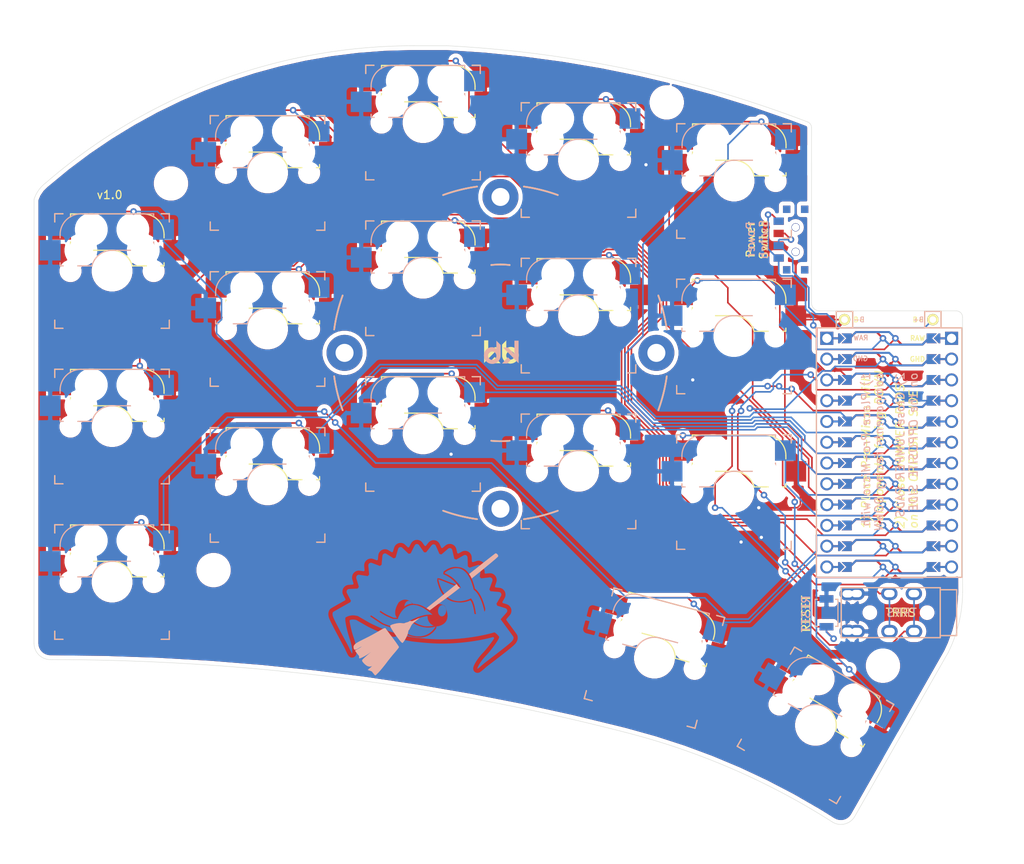
<source format=kicad_pcb>
(kicad_pcb (version 20171130) (host pcbnew "(5.1.4)-1")
  (layers (0 F.Cu signal) (31 B.Cu signal) (34 B.Paste user) (35 F.Paste user) (36 B.SilkS user) (37 F.SilkS user) (38 B.Mask user) (39 F.Mask user) (44 Edge.Cuts user))
  (net 0 "")
  (net 1 gnd)
  (net 2 vcc)
  (net 3 Switch18)
  (net 4 reset)
  (net 5 Switch1)
  (net 6 Switch2)
  (net 7 Switch3)
  (net 8 Switch4)
  (net 9 Switch5)
  (net 10 Switch6)
  (net 11 Switch7)
  (net 12 Switch8)
  (net 13 Switch9)
  (net 14 Switch10)
  (net 15 Switch11)
  (net 16 Switch12)
  (net 17 Switch13)
  (net 18 Switch14)
  (net 19 Switch15)
  (net 20 Switch16)
  (net 21 Switch17)
  (net 22 raw)
  (net 23 BT+_r)
  (net 24 "Net-(SW_POWERR1-Pad1)")
  (module Promicro-Jumpers:ProMicro_facedown (layer F.Cu) (at 139.954 99.187 270)
    (fp_text reference U1 hide)
    (fp_text value ProMicro-kbd hide)
    (fp_text user "" (at -1.2065 -16.256) (layer B.SilkS) (effects (justify mirror)))
    (pad 12 smd custom (at 13.97 0.762 90) (size 0.25 0.25) (layers F.Cu) (net 21 Switch17) (options (clearance outline) (anchor circle)) (primitives (gr_line (start 0 0) (end 0.762 -0.762) (width 0.25)) (gr_line (start 0.762 -0.762) (end 0.762 -3.302) (width 0.25)) (gr_line (start 0.762 -3.302) (end 0 -4.064) (width 0.25))))
    (pad 13 smd custom (at 13.97 -0.762 270) (size 0.25 0.25) (layers F.Cu) (net 13 Switch9) (options (clearance outline) (anchor circle)) (primitives (gr_line (start 0 0) (end 0.766 -0.766) (width 0.25)) (gr_line (start 0.766 -0.766) (end 0.766 -3.298) (width 0.25)) (gr_line (start 0.766 -3.298) (end 0 -4.064) (width 0.25))))
    (pad 13 smd custom (at 13.97 -0.762 270) (size 0.25 0.25) (layers B.Cu) (net 13 Switch9) (options (clearance outline) (anchor circle)) (primitives (gr_line (start 0 0) (end -0.766 0.766) (width 0.25)) (gr_line (start -0.766 0.766) (end -0.766 4.822) (width 0.25)) (gr_line (start -0.766 4.822) (end 0 5.588) (width 0.25))))
    (pad 12 smd custom (at 13.97 0.762 90) (size 0.25 0.25) (layers B.Cu) (net 21 Switch17) (options (clearance outline) (anchor circle)) (primitives (gr_line (start 0 0) (end -0.766 0.766) (width 0.25)) (gr_line (start -0.766 0.766) (end -0.766 4.822) (width 0.25)) (gr_line (start -0.766 4.822) (end 0 5.588) (width 0.25))))
    (pad 13 thru_hole circle (at 13.97 -0.762 90) (size 0.8 0.8) (drill 0.4) (layers *.Cu) (net 13 Switch9))
    (pad 12 thru_hole circle (at 13.97 0.762 90) (size 0.8 0.8) (drill 0.4) (layers *.Cu) (net 21 Switch17))
    (pad 11 smd custom (at 11.43 0.762 90) (size 0.25 0.25) (layers F.Cu) (net 20 Switch16) (options (clearance outline) (anchor circle)) (primitives (gr_line (start 0 0) (end 0.762 -0.762) (width 0.25)) (gr_line (start 0.762 -0.762) (end 0.762 -3.302) (width 0.25)) (gr_line (start 0.762 -3.302) (end 0 -4.064) (width 0.25))))
    (pad 14 smd custom (at 11.43 -0.762 270) (size 0.25 0.25) (layers F.Cu) (net 12 Switch8) (options (clearance outline) (anchor circle)) (primitives (gr_line (start 0 0) (end 0.766 -0.766) (width 0.25)) (gr_line (start 0.766 -0.766) (end 0.766 -3.298) (width 0.25)) (gr_line (start 0.766 -3.298) (end 0 -4.064) (width 0.25))))
    (pad 14 smd custom (at 11.43 -0.762 270) (size 0.25 0.25) (layers B.Cu) (net 12 Switch8) (options (clearance outline) (anchor circle)) (primitives (gr_line (start 0 0) (end -0.766 0.766) (width 0.25)) (gr_line (start -0.766 0.766) (end -0.766 4.822) (width 0.25)) (gr_line (start -0.766 4.822) (end 0 5.588) (width 0.25))))
    (pad 11 smd custom (at 11.43 0.762 90) (size 0.25 0.25) (layers B.Cu) (net 20 Switch16) (options (clearance outline) (anchor circle)) (primitives (gr_line (start 0 0) (end -0.766 0.766) (width 0.25)) (gr_line (start -0.766 0.766) (end -0.766 4.822) (width 0.25)) (gr_line (start -0.766 4.822) (end 0 5.588) (width 0.25))))
    (pad 14 thru_hole circle (at 11.43 -0.762 90) (size 0.8 0.8) (drill 0.4) (layers *.Cu) (net 12 Switch8))
    (pad 11 thru_hole circle (at 11.43 0.762 90) (size 0.8 0.8) (drill 0.4) (layers *.Cu) (net 20 Switch16))
    (pad 10 smd custom (at 8.89 0.762 90) (size 0.25 0.25) (layers F.Cu) (net 5 Switch1) (options (clearance outline) (anchor circle)) (primitives (gr_line (start 0 0) (end 0.762 -0.762) (width 0.25)) (gr_line (start 0.762 -0.762) (end 0.762 -3.302) (width 0.25)) (gr_line (start 0.762 -3.302) (end 0 -4.064) (width 0.25))))
    (pad 15 smd custom (at 8.89 -0.762 270) (size 0.25 0.25) (layers F.Cu) (net 11 Switch7) (options (clearance outline) (anchor circle)) (primitives (gr_line (start 0 0) (end 0.766 -0.766) (width 0.25)) (gr_line (start 0.766 -0.766) (end 0.766 -3.298) (width 0.25)) (gr_line (start 0.766 -3.298) (end 0 -4.064) (width 0.25))))
    (pad 15 smd custom (at 8.89 -0.762 270) (size 0.25 0.25) (layers B.Cu) (net 11 Switch7) (options (clearance outline) (anchor circle)) (primitives (gr_line (start 0 0) (end -0.766 0.766) (width 0.25)) (gr_line (start -0.766 0.766) (end -0.766 4.822) (width 0.25)) (gr_line (start -0.766 4.822) (end 0 5.588) (width 0.25))))
    (pad 10 smd custom (at 8.89 0.762 90) (size 0.25 0.25) (layers B.Cu) (net 5 Switch1) (options (clearance outline) (anchor circle)) (primitives (gr_line (start 0 0) (end -0.766 0.766) (width 0.25)) (gr_line (start -0.766 0.766) (end -0.766 4.822) (width 0.25)) (gr_line (start -0.766 4.822) (end 0 5.588) (width 0.25))))
    (pad 15 thru_hole circle (at 8.89 -0.762 90) (size 0.8 0.8) (drill 0.4) (layers *.Cu) (net 11 Switch7))
    (pad 10 thru_hole circle (at 8.89 0.762 90) (size 0.8 0.8) (drill 0.4) (layers *.Cu) (net 5 Switch1))
    (pad 9 smd custom (at 6.35 0.762 90) (size 0.25 0.25) (layers F.Cu) (net 19 Switch15) (options (clearance outline) (anchor circle)) (primitives (gr_line (start 0 0) (end 0.762 -0.762) (width 0.25)) (gr_line (start 0.762 -0.762) (end 0.762 -3.302) (width 0.25)) (gr_line (start 0.762 -3.302) (end 0 -4.064) (width 0.25))))
    (pad 16 smd custom (at 6.35 -0.762 270) (size 0.25 0.25) (layers F.Cu) (net 10 Switch6) (options (clearance outline) (anchor circle)) (primitives (gr_line (start 0 0) (end 0.766 -0.766) (width 0.25)) (gr_line (start 0.766 -0.766) (end 0.766 -3.298) (width 0.25)) (gr_line (start 0.766 -3.298) (end 0 -4.064) (width 0.25))))
    (pad 16 smd custom (at 6.35 -0.762 270) (size 0.25 0.25) (layers B.Cu) (net 10 Switch6) (options (clearance outline) (anchor circle)) (primitives (gr_line (start 0 0) (end -0.766 0.766) (width 0.25)) (gr_line (start -0.766 0.766) (end -0.766 4.822) (width 0.25)) (gr_line (start -0.766 4.822) (end 0 5.588) (width 0.25))))
    (pad 9 smd custom (at 6.35 0.762 90) (size 0.25 0.25) (layers B.Cu) (net 19 Switch15) (options (clearance outline) (anchor circle)) (primitives (gr_line (start 0 0) (end -0.766 0.766) (width 0.25)) (gr_line (start -0.766 0.766) (end -0.766 4.822) (width 0.25)) (gr_line (start -0.766 4.822) (end 0 5.588) (width 0.25))))
    (pad 16 thru_hole circle (at 6.35 -0.762 90) (size 0.8 0.8) (drill 0.4) (layers *.Cu) (net 10 Switch6))
    (pad 9 thru_hole circle (at 6.35 0.762 90) (size 0.8 0.8) (drill 0.4) (layers *.Cu) (net 19 Switch15))
    (pad 8 smd custom (at 3.81 0.762 90) (size 0.25 0.25) (layers F.Cu) (net 18 Switch14) (options (clearance outline) (anchor circle)) (primitives (gr_line (start 0 0) (end 0.762 -0.762) (width 0.25)) (gr_line (start 0.762 -0.762) (end 0.762 -3.302) (width 0.25)) (gr_line (start 0.762 -3.302) (end 0 -4.064) (width 0.25))))
    (pad 17 smd custom (at 3.81 -0.762 270) (size 0.25 0.25) (layers F.Cu) (net 6 Switch2) (options (clearance outline) (anchor circle)) (primitives (gr_line (start 0 0) (end 0.766 -0.766) (width 0.25)) (gr_line (start 0.766 -0.766) (end 0.766 -3.298) (width 0.25)) (gr_line (start 0.766 -3.298) (end 0 -4.064) (width 0.25))))
    (pad 17 smd custom (at 3.81 -0.762 270) (size 0.25 0.25) (layers B.Cu) (net 6 Switch2) (options (clearance outline) (anchor circle)) (primitives (gr_line (start 0 0) (end -0.766 0.766) (width 0.25)) (gr_line (start -0.766 0.766) (end -0.766 4.822) (width 0.25)) (gr_line (start -0.766 4.822) (end 0 5.588) (width 0.25))))
    (pad 8 smd custom (at 3.81 0.762 90) (size 0.25 0.25) (layers B.Cu) (net 18 Switch14) (options (clearance outline) (anchor circle)) (primitives (gr_line (start 0 0) (end -0.766 0.766) (width 0.25)) (gr_line (start -0.766 0.766) (end -0.766 4.822) (width 0.25)) (gr_line (start -0.766 4.822) (end 0 5.588) (width 0.25))))
    (pad 17 thru_hole circle (at 3.81 -0.762 90) (size 0.8 0.8) (drill 0.4) (layers *.Cu) (net 6 Switch2))
    (pad 8 thru_hole circle (at 3.81 0.762 90) (size 0.8 0.8) (drill 0.4) (layers *.Cu) (net 18 Switch14))
    (pad 7 smd custom (at 1.27 0.762 90) (size 0.25 0.25) (layers F.Cu) (net 17 Switch13) (options (clearance outline) (anchor circle)) (primitives (gr_line (start 0 0) (end 0.762 -0.762) (width 0.25)) (gr_line (start 0.762 -0.762) (end 0.762 -3.302) (width 0.25)) (gr_line (start 0.762 -3.302) (end 0 -4.064) (width 0.25))))
    (pad 18 smd custom (at 1.27 -0.762 270) (size 0.25 0.25) (layers F.Cu) (net 7 Switch3) (options (clearance outline) (anchor circle)) (primitives (gr_line (start 0 0) (end 0.766 -0.766) (width 0.25)) (gr_line (start 0.766 -0.766) (end 0.766 -3.298) (width 0.25)) (gr_line (start 0.766 -3.298) (end 0 -4.064) (width 0.25))))
    (pad 18 smd custom (at 1.27 -0.762 270) (size 0.25 0.25) (layers B.Cu) (net 7 Switch3) (options (clearance outline) (anchor circle)) (primitives (gr_line (start 0 0) (end -0.766 0.766) (width 0.25)) (gr_line (start -0.766 0.766) (end -0.766 4.822) (width 0.25)) (gr_line (start -0.766 4.822) (end 0 5.588) (width 0.25))))
    (pad 7 smd custom (at 1.27 0.762 90) (size 0.25 0.25) (layers B.Cu) (net 17 Switch13) (options (clearance outline) (anchor circle)) (primitives (gr_line (start 0 0) (end -0.766 0.766) (width 0.25)) (gr_line (start -0.766 0.766) (end -0.766 4.822) (width 0.25)) (gr_line (start -0.766 4.822) (end 0 5.588) (width 0.25))))
    (pad 18 thru_hole circle (at 1.27 -0.762 90) (size 0.8 0.8) (drill 0.4) (layers *.Cu) (net 7 Switch3))
    (pad 7 thru_hole circle (at 1.27 0.762 90) (size 0.8 0.8) (drill 0.4) (layers *.Cu) (net 17 Switch13))
    (pad 6 smd custom (at -1.27 0.762 90) (size 0.25 0.25) (layers F.Cu) (net 16 Switch12) (options (clearance outline) (anchor circle)) (primitives (gr_line (start 0 0) (end 0.762 -0.762) (width 0.25)) (gr_line (start 0.762 -0.762) (end 0.762 -3.302) (width 0.25)) (gr_line (start 0.762 -3.302) (end 0 -4.064) (width 0.25))))
    (pad 19 smd custom (at -1.27 -0.762 270) (size 0.25 0.25) (layers F.Cu) (net 8 Switch4) (options (clearance outline) (anchor circle)) (primitives (gr_line (start 0 0) (end 0.766 -0.766) (width 0.25)) (gr_line (start 0.766 -0.766) (end 0.766 -3.298) (width 0.25)) (gr_line (start 0.766 -3.298) (end 0 -4.064) (width 0.25))))
    (pad 19 smd custom (at -1.27 -0.762 270) (size 0.25 0.25) (layers B.Cu) (net 8 Switch4) (options (clearance outline) (anchor circle)) (primitives (gr_line (start 0 0) (end -0.766 0.766) (width 0.25)) (gr_line (start -0.766 0.766) (end -0.766 4.822) (width 0.25)) (gr_line (start -0.766 4.822) (end 0 5.588) (width 0.25))))
    (pad 6 smd custom (at -1.27 0.762 90) (size 0.25 0.25) (layers B.Cu) (net 16 Switch12) (options (clearance outline) (anchor circle)) (primitives (gr_line (start 0 0) (end -0.766 0.766) (width 0.25)) (gr_line (start -0.766 0.766) (end -0.766 4.822) (width 0.25)) (gr_line (start -0.766 4.822) (end 0 5.588) (width 0.25))))
    (pad 19 thru_hole circle (at -1.27 -0.762 90) (size 0.8 0.8) (drill 0.4) (layers *.Cu) (net 8 Switch4))
    (pad 6 thru_hole circle (at -1.27 0.762 90) (size 0.8 0.8) (drill 0.4) (layers *.Cu) (net 16 Switch12))
    (pad 5 smd custom (at -3.81 0.762 90) (size 0.25 0.25) (layers F.Cu) (net 15 Switch11) (options (clearance outline) (anchor circle)) (primitives (gr_line (start 0 0) (end 0.762 -0.762) (width 0.25)) (gr_line (start 0.762 -0.762) (end 0.762 -3.302) (width 0.25)) (gr_line (start 0.762 -3.302) (end 0 -4.064) (width 0.25))))
    (pad 20 smd custom (at -3.81 -0.762 270) (size 0.25 0.25) (layers F.Cu) (net 9 Switch5) (options (clearance outline) (anchor circle)) (primitives (gr_line (start 0 0) (end 0.766 -0.766) (width 0.25)) (gr_line (start 0.766 -0.766) (end 0.766 -3.298) (width 0.25)) (gr_line (start 0.766 -3.298) (end 0 -4.064) (width 0.25))))
    (pad 20 smd custom (at -3.81 -0.762 270) (size 0.25 0.25) (layers B.Cu) (net 9 Switch5) (options (clearance outline) (anchor circle)) (primitives (gr_line (start 0 0) (end -0.766 0.766) (width 0.25)) (gr_line (start -0.766 0.766) (end -0.766 4.822) (width 0.25)) (gr_line (start -0.766 4.822) (end 0 5.588) (width 0.25))))
    (pad 5 smd custom (at -3.81 0.762 90) (size 0.25 0.25) (layers B.Cu) (net 15 Switch11) (options (clearance outline) (anchor circle)) (primitives (gr_line (start 0 0) (end -0.766 0.766) (width 0.25)) (gr_line (start -0.766 0.766) (end -0.766 4.822) (width 0.25)) (gr_line (start -0.766 4.822) (end 0 5.588) (width 0.25))))
    (pad 20 thru_hole circle (at -3.81 -0.762 90) (size 0.8 0.8) (drill 0.4) (layers *.Cu) (net 9 Switch5))
    (pad 5 thru_hole circle (at -3.81 0.762 90) (size 0.8 0.8) (drill 0.4) (layers *.Cu) (net 15 Switch11))
    (pad 4 smd custom (at -6.35 0.762 90) (size 0.25 0.25) (layers F.Cu) (net 1 gnd) (options (clearance outline) (anchor circle)) (primitives (gr_line (start 0 0) (end 0.762 -0.762) (width 0.25)) (gr_line (start 0.762 -0.762) (end 0.762 -3.302) (width 0.25)) (gr_line (start 0.762 -3.302) (end 0 -4.064) (width 0.25))))
    (pad 21 smd custom (at -6.35 -0.762 270) (size 0.25 0.25) (layers F.Cu) (net 2 vcc) (options (clearance outline) (anchor circle)) (primitives (gr_line (start 0 0) (end 0.766 -0.766) (width 0.25)) (gr_line (start 0.766 -0.766) (end 0.766 -3.298) (width 0.25)) (gr_line (start 0.766 -3.298) (end 0 -4.064) (width 0.25))))
    (pad 21 smd custom (at -6.35 -0.762 270) (size 0.25 0.25) (layers B.Cu) (net 2 vcc) (options (clearance outline) (anchor circle)) (primitives (gr_line (start 0 0) (end -0.766 0.766) (width 0.25)) (gr_line (start -0.766 0.766) (end -0.766 4.822) (width 0.25)) (gr_line (start -0.766 4.822) (end 0 5.588) (width 0.25))))
    (pad 4 smd custom (at -6.35 0.762 90) (size 0.25 0.25) (layers B.Cu) (net 1 gnd) (options (clearance outline) (anchor circle)) (primitives (gr_line (start 0 0) (end -0.766 0.766) (width 0.25)) (gr_line (start -0.766 0.766) (end -0.766 4.822) (width 0.25)) (gr_line (start -0.766 4.822) (end 0 5.588) (width 0.25))))
    (pad 21 thru_hole circle (at -6.35 -0.762 90) (size 0.8 0.8) (drill 0.4) (layers *.Cu) (net 2 vcc))
    (pad 4 thru_hole circle (at -6.35 0.762 90) (size 0.8 0.8) (drill 0.4) (layers *.Cu) (net 1 gnd))
    (pad 3 smd custom (at -8.89 0.762 90) (size 0.25 0.25) (layers F.Cu) (net 1 gnd) (options (clearance outline) (anchor circle)) (primitives (gr_line (start 0 0) (end 0.762 -0.762) (width 0.25)) (gr_line (start 0.762 -0.762) (end 0.762 -3.302) (width 0.25)) (gr_line (start 0.762 -3.302) (end 0 -4.064) (width 0.25))))
    (pad 22 smd custom (at -8.89 -0.762 270) (size 0.25 0.25) (layers F.Cu) (net 4 reset) (options (clearance outline) (anchor circle)) (primitives (gr_line (start 0 0) (end 0.766 -0.766) (width 0.25)) (gr_line (start 0.766 -0.766) (end 0.766 -3.298) (width 0.25)) (gr_line (start 0.766 -3.298) (end 0 -4.064) (width 0.25))))
    (pad 22 smd custom (at -8.89 -0.762 270) (size 0.25 0.25) (layers B.Cu) (net 4 reset) (options (clearance outline) (anchor circle)) (primitives (gr_line (start 0 0) (end -0.766 0.766) (width 0.25)) (gr_line (start -0.766 0.766) (end -0.766 4.822) (width 0.25)) (gr_line (start -0.766 4.822) (end 0 5.588) (width 0.25))))
    (pad 3 smd custom (at -8.89 0.762 90) (size 0.25 0.25) (layers B.Cu) (net 1 gnd) (options (clearance outline) (anchor circle)) (primitives (gr_line (start 0 0) (end -0.766 0.766) (width 0.25)) (gr_line (start -0.766 0.766) (end -0.766 4.822) (width 0.25)) (gr_line (start -0.766 4.822) (end 0 5.588) (width 0.25))))
    (pad 22 thru_hole circle (at -8.89 -0.762 90) (size 0.8 0.8) (drill 0.4) (layers *.Cu) (net 4 reset))
    (pad 3 thru_hole circle (at -8.89 0.762 90) (size 0.8 0.8) (drill 0.4) (layers *.Cu) (net 1 gnd))
    (pad 1 smd custom (at -13.97 0.762 90) (size 0.25 0.25) (layers F.Cu) (net 14 Switch10) (options (clearance outline) (anchor circle)) (primitives (gr_line (start 0 0) (end 0.762 -0.762) (width 0.25)) (gr_line (start 0.762 -0.762) (end 0.762 -3.302) (width 0.25)) (gr_line (start 0.762 -3.302) (end 0 -4.064) (width 0.25))))
    (pad 24 smd custom (at -13.97 -0.762 270) (size 0.25 0.25) (layers F.Cu) (net 22 raw) (options (clearance outline) (anchor circle)) (primitives (gr_line (start 0 0) (end 0.766 -0.766) (width 0.25)) (gr_line (start 0.766 -0.766) (end 0.766 -3.298) (width 0.25)) (gr_line (start 0.766 -3.298) (end 0 -4.064) (width 0.25))))
    (pad 24 smd custom (at -13.97 -0.762 270) (size 0.25 0.25) (layers B.Cu) (net 22 raw) (options (clearance outline) (anchor circle)) (primitives (gr_line (start 0 0) (end -0.766 0.766) (width 0.25)) (gr_line (start -0.766 0.766) (end -0.766 4.822) (width 0.25)) (gr_line (start -0.766 4.822) (end 0 5.588) (width 0.25))))
    (pad 1 smd custom (at -13.97 0.762 90) (size 0.25 0.25) (layers B.Cu) (net 14 Switch10) (options (clearance outline) (anchor circle)) (primitives (gr_line (start 0 0) (end -0.766 0.766) (width 0.25)) (gr_line (start -0.766 0.766) (end -0.766 4.822) (width 0.25)) (gr_line (start -0.766 4.822) (end 0 5.588) (width 0.25))))
    (pad 24 thru_hole circle (at -13.97 -0.762 90) (size 0.8 0.8) (drill 0.4) (layers *.Cu) (net 22 raw))
    (pad 1 thru_hole circle (at -13.97 0.762 90) (size 0.8 0.8) (drill 0.4) (layers *.Cu) (net 14 Switch10))
    (pad 2 thru_hole circle (at -11.43 0.762 90) (size 0.8 0.8) (drill 0.4) (layers *.Cu) (net 3 Switch18))
    (pad 23 thru_hole circle (at -11.43 -0.762 90) (size 0.8 0.8) (drill 0.4) (layers *.Cu) (net 1 gnd))
    (pad 23 smd custom (at -11.43 -0.762 270) (size 0.25 0.25) (layers B.Cu) (net 1 gnd) (options (clearance outline) (anchor circle)) (primitives (gr_line (start 0 0) (end -0.766 0.766) (width 0.25)) (gr_line (start -0.766 0.766) (end -0.766 4.822) (width 0.25)) (gr_line (start -0.766 4.822) (end 0 5.588) (width 0.25))))
    (pad 2 smd custom (at -11.43 0.762 90) (size 0.25 0.25) (layers B.Cu) (net 3 Switch18) (options (clearance outline) (anchor circle)) (primitives (gr_line (start 0 0) (end -0.766 0.766) (width 0.25)) (gr_line (start -0.766 0.766) (end -0.766 4.822) (width 0.25)) (gr_line (start -0.766 4.822) (end 0 5.588) (width 0.25))))
    (pad 2 smd custom (at -11.43 0.762 90) (size 0.25 0.25) (layers F.Cu) (net 3 Switch18) (options (clearance outline) (anchor circle)) (primitives (gr_line (start 0 0) (end 0.762 -0.762) (width 0.25)) (gr_line (start 0.762 -0.762) (end 0.762 -3.302) (width 0.25)) (gr_line (start 0.762 -3.302) (end 0 -4.064) (width 0.25))))
    (pad "" smd custom (at 13.97 -5.842 270) (size 0.1 0.1) (layers B.Cu B.Mask) (clearance 0.1) (options (clearance outline) (anchor rect)) (primitives (gr_poly (pts (xy 0.6 -0.4) (xy -0.6 -0.4) (xy -0.6 -0.2) (xy 0 0.4) (xy 0.6 -0.2)) (width 0))))
    (pad "" smd custom (at 13.97 -6.35 270) (size 0.25 1) (layers B.Cu) (options (clearance outline) (anchor rect)) (primitives))
    (pad 12 smd custom (at 13.97 -4.826 270) (size 1.2 0.5) (layers B.Cu B.Mask) (net 21 Switch17) (clearance 0.1) (options (clearance outline) (anchor rect)) (primitives (gr_poly (pts (xy 0.6 0) (xy -0.6 0) (xy -0.6 -1) (xy 0 -0.4) (xy 0.6 -1)) (width 0))))
    (pad "" smd custom (at 11.43 -5.842 270) (size 0.1 0.1) (layers B.Cu B.Mask) (clearance 0.1) (options (clearance outline) (anchor rect)) (primitives (gr_poly (pts (xy 0.6 -0.4) (xy -0.6 -0.4) (xy -0.6 -0.2) (xy 0 0.4) (xy 0.6 -0.2)) (width 0))))
    (pad "" smd custom (at 11.43 -6.35 270) (size 0.25 1) (layers B.Cu) (options (clearance outline) (anchor rect)) (primitives))
    (pad 11 smd custom (at 11.43 -4.826 270) (size 1.2 0.5) (layers B.Cu B.Mask) (net 20 Switch16) (clearance 0.1) (options (clearance outline) (anchor rect)) (primitives (gr_poly (pts (xy 0.6 0) (xy -0.6 0) (xy -0.6 -1) (xy 0 -0.4) (xy 0.6 -1)) (width 0))))
    (pad "" smd custom (at 8.89 -5.842 270) (size 0.1 0.1) (layers B.Cu B.Mask) (clearance 0.1) (options (clearance outline) (anchor rect)) (primitives (gr_poly (pts (xy 0.6 -0.4) (xy -0.6 -0.4) (xy -0.6 -0.2) (xy 0 0.4) (xy 0.6 -0.2)) (width 0))))
    (pad "" smd custom (at 8.89 -6.35 270) (size 0.25 1) (layers B.Cu) (options (clearance outline) (anchor rect)) (primitives))
    (pad 10 smd custom (at 8.89 -4.826 270) (size 1.2 0.5) (layers B.Cu B.Mask) (net 5 Switch1) (clearance 0.1) (options (clearance outline) (anchor rect)) (primitives (gr_poly (pts (xy 0.6 0) (xy -0.6 0) (xy -0.6 -1) (xy 0 -0.4) (xy 0.6 -1)) (width 0))))
    (pad "" smd custom (at 6.35 -5.842 270) (size 0.1 0.1) (layers B.Cu B.Mask) (clearance 0.1) (options (clearance outline) (anchor rect)) (primitives (gr_poly (pts (xy 0.6 -0.4) (xy -0.6 -0.4) (xy -0.6 -0.2) (xy 0 0.4) (xy 0.6 -0.2)) (width 0))))
    (pad "" smd custom (at 6.35 -6.35 270) (size 0.25 1) (layers B.Cu) (options (clearance outline) (anchor rect)) (primitives))
    (pad 9 smd custom (at 6.35 -4.826 270) (size 1.2 0.5) (layers B.Cu B.Mask) (net 19 Switch15) (clearance 0.1) (options (clearance outline) (anchor rect)) (primitives (gr_poly (pts (xy 0.6 0) (xy -0.6 0) (xy -0.6 -1) (xy 0 -0.4) (xy 0.6 -1)) (width 0))))
    (pad "" smd custom (at 3.81 -5.842 270) (size 0.1 0.1) (layers B.Cu B.Mask) (clearance 0.1) (options (clearance outline) (anchor rect)) (primitives (gr_poly (pts (xy 0.6 -0.4) (xy -0.6 -0.4) (xy -0.6 -0.2) (xy 0 0.4) (xy 0.6 -0.2)) (width 0))))
    (pad "" smd custom (at 3.81 -6.35 270) (size 0.25 1) (layers B.Cu) (options (clearance outline) (anchor rect)) (primitives))
    (pad 8 smd custom (at 3.81 -4.826 270) (size 1.2 0.5) (layers B.Cu B.Mask) (net 18 Switch14) (clearance 0.1) (options (clearance outline) (anchor rect)) (primitives (gr_poly (pts (xy 0.6 0) (xy -0.6 0) (xy -0.6 -1) (xy 0 -0.4) (xy 0.6 -1)) (width 0))))
    (pad "" smd custom (at 1.27 -5.842 270) (size 0.1 0.1) (layers B.Cu B.Mask) (clearance 0.1) (options (clearance outline) (anchor rect)) (primitives (gr_poly (pts (xy 0.6 -0.4) (xy -0.6 -0.4) (xy -0.6 -0.2) (xy 0 0.4) (xy 0.6 -0.2)) (width 0))))
    (pad "" smd custom (at 1.27 -6.35 270) (size 0.25 1) (layers B.Cu) (options (clearance outline) (anchor rect)) (primitives))
    (pad 7 smd custom (at 1.27 -4.826 270) (size 1.2 0.5) (layers B.Cu B.Mask) (net 17 Switch13) (clearance 0.1) (options (clearance outline) (anchor rect)) (primitives (gr_poly (pts (xy 0.6 0) (xy -0.6 0) (xy -0.6 -1) (xy 0 -0.4) (xy 0.6 -1)) (width 0))))
    (pad "" smd custom (at -1.27 -5.842 270) (size 0.1 0.1) (layers B.Cu B.Mask) (clearance 0.1) (options (clearance outline) (anchor rect)) (primitives (gr_poly (pts (xy 0.6 -0.4) (xy -0.6 -0.4) (xy -0.6 -0.2) (xy 0 0.4) (xy 0.6 -0.2)) (width 0))))
    (pad "" smd custom (at -1.27 -6.35 270) (size 0.25 1) (layers B.Cu) (options (clearance outline) (anchor rect)) (primitives))
    (pad 6 smd custom (at -1.27 -4.826 270) (size 1.2 0.5) (layers B.Cu B.Mask) (net 16 Switch12) (clearance 0.1) (options (clearance outline) (anchor rect)) (primitives (gr_poly (pts (xy 0.6 0) (xy -0.6 0) (xy -0.6 -1) (xy 0 -0.4) (xy 0.6 -1)) (width 0))))
    (pad "" smd custom (at -3.81 -5.842 270) (size 0.1 0.1) (layers B.Cu B.Mask) (clearance 0.1) (options (clearance outline) (anchor rect)) (primitives (gr_poly (pts (xy 0.6 -0.4) (xy -0.6 -0.4) (xy -0.6 -0.2) (xy 0 0.4) (xy 0.6 -0.2)) (width 0))))
    (pad "" smd custom (at -3.81 -6.35 270) (size 0.25 1) (layers B.Cu) (options (clearance outline) (anchor rect)) (primitives))
    (pad 5 smd custom (at -3.81 -4.826 270) (size 1.2 0.5) (layers B.Cu B.Mask) (net 15 Switch11) (clearance 0.1) (options (clearance outline) (anchor rect)) (primitives (gr_poly (pts (xy 0.6 0) (xy -0.6 0) (xy -0.6 -1) (xy 0 -0.4) (xy 0.6 -1)) (width 0))))
    (pad "" smd custom (at -6.35 -5.842 270) (size 0.1 0.1) (layers B.Cu B.Mask) (clearance 0.1) (options (clearance outline) (anchor rect)) (primitives (gr_poly (pts (xy 0.6 -0.4) (xy -0.6 -0.4) (xy -0.6 -0.2) (xy 0 0.4) (xy 0.6 -0.2)) (width 0))))
    (pad "" smd custom (at -6.35 -6.35 270) (size 0.25 1) (layers B.Cu) (options (clearance outline) (anchor rect)) (primitives))
    (pad 4 smd custom (at -6.35 -4.826 270) (size 1.2 0.5) (layers B.Cu B.Mask) (net 1 gnd) (clearance 0.1) (options (clearance outline) (anchor rect)) (primitives (gr_poly (pts (xy 0.6 0) (xy -0.6 0) (xy -0.6 -1) (xy 0 -0.4) (xy 0.6 -1)) (width 0))))
    (pad "" smd custom (at -8.89 -5.842 270) (size 0.1 0.1) (layers B.Cu B.Mask) (clearance 0.1) (options (clearance outline) (anchor rect)) (primitives (gr_poly (pts (xy 0.6 -0.4) (xy -0.6 -0.4) (xy -0.6 -0.2) (xy 0 0.4) (xy 0.6 -0.2)) (width 0))))
    (pad "" smd custom (at -8.89 -6.35 270) (size 0.25 1) (layers B.Cu) (options (clearance outline) (anchor rect)) (primitives))
    (pad 3 smd custom (at -8.89 -4.826 270) (size 1.2 0.5) (layers B.Cu B.Mask) (net 1 gnd) (clearance 0.1) (options (clearance outline) (anchor rect)) (primitives (gr_poly (pts (xy 0.6 0) (xy -0.6 0) (xy -0.6 -1) (xy 0 -0.4) (xy 0.6 -1)) (width 0))))
    (pad "" smd custom (at -11.43 -5.842 270) (size 0.1 0.1) (layers B.Cu B.Mask) (clearance 0.1) (options (clearance outline) (anchor rect)) (primitives (gr_poly (pts (xy 0.6 -0.4) (xy -0.6 -0.4) (xy -0.6 -0.2) (xy 0 0.4) (xy 0.6 -0.2)) (width 0))))
    (pad "" smd custom (at -11.43 -6.35 270) (size 0.25 1) (layers B.Cu) (options (clearance outline) (anchor rect)) (primitives))
    (pad 2 smd custom (at -11.43 -4.826 270) (size 1.2 0.5) (layers B.Cu B.Mask) (net 3 Switch18) (clearance 0.1) (options (clearance outline) (anchor rect)) (primitives (gr_poly (pts (xy 0.6 0) (xy -0.6 0) (xy -0.6 -1) (xy 0 -0.4) (xy 0.6 -1)) (width 0))))
    (pad 1 smd custom (at -13.97 -4.826 270) (size 1.2 0.5) (layers B.Cu B.Mask) (net 14 Switch10) (clearance 0.1) (options (clearance outline) (anchor rect)) (primitives (gr_poly (pts (xy 0.6 0) (xy -0.6 0) (xy -0.6 -1) (xy 0 -0.4) (xy 0.6 -1)) (width 0))))
    (pad "" smd custom (at -13.97 -5.842 270) (size 0.1 0.1) (layers B.Cu B.Mask) (clearance 0.1) (options (clearance outline) (anchor rect)) (primitives (gr_poly (pts (xy 0.6 -0.4) (xy -0.6 -0.4) (xy -0.6 -0.2) (xy 0 0.4) (xy 0.6 -0.2)) (width 0))))
    (pad "" smd custom (at -13.97 -6.35 270) (size 0.25 1) (layers B.Cu) (options (clearance outline) (anchor rect)) (primitives))
    (pad 13 smd custom (at 13.97 4.826 90) (size 1.2 0.5) (layers B.Cu B.Mask) (net 13 Switch9) (clearance 0.1) (options (clearance outline) (anchor rect)) (primitives (gr_poly (pts (xy 0.6 0) (xy -0.6 0) (xy -0.6 -1) (xy 0 -0.4) (xy 0.6 -1)) (width 0))))
    (pad "" smd custom (at 13.97 5.842 90) (size 0.1 0.1) (layers B.Cu B.Mask) (clearance 0.1) (options (clearance outline) (anchor rect)) (primitives (gr_poly (pts (xy 0.6 -0.4) (xy -0.6 -0.4) (xy -0.6 -0.2) (xy 0 0.4) (xy 0.6 -0.2)) (width 0))))
    (pad "" smd custom (at 13.97 6.35 90) (size 0.25 1) (layers B.Cu) (options (clearance outline) (anchor rect)) (primitives))
    (pad 14 smd custom (at 11.43 4.826 90) (size 1.2 0.5) (layers B.Cu B.Mask) (net 12 Switch8) (clearance 0.1) (options (clearance outline) (anchor rect)) (primitives (gr_poly (pts (xy 0.6 0) (xy -0.6 0) (xy -0.6 -1) (xy 0 -0.4) (xy 0.6 -1)) (width 0))))
    (pad "" smd custom (at 11.43 5.842 90) (size 0.1 0.1) (layers B.Cu B.Mask) (clearance 0.1) (options (clearance outline) (anchor rect)) (primitives (gr_poly (pts (xy 0.6 -0.4) (xy -0.6 -0.4) (xy -0.6 -0.2) (xy 0 0.4) (xy 0.6 -0.2)) (width 0))))
    (pad "" smd custom (at 11.43 6.35 90) (size 0.25 1) (layers B.Cu) (options (clearance outline) (anchor rect)) (primitives))
    (pad 15 smd custom (at 8.89 4.826 90) (size 1.2 0.5) (layers B.Cu B.Mask) (net 11 Switch7) (clearance 0.1) (options (clearance outline) (anchor rect)) (primitives (gr_poly (pts (xy 0.6 0) (xy -0.6 0) (xy -0.6 -1) (xy 0 -0.4) (xy 0.6 -1)) (width 0))))
    (pad "" smd custom (at 8.89 5.842 90) (size 0.1 0.1) (layers B.Cu B.Mask) (clearance 0.1) (options (clearance outline) (anchor rect)) (primitives (gr_poly (pts (xy 0.6 -0.4) (xy -0.6 -0.4) (xy -0.6 -0.2) (xy 0 0.4) (xy 0.6 -0.2)) (width 0))))
    (pad "" smd custom (at 8.89 6.35 90) (size 0.25 1) (layers B.Cu) (options (clearance outline) (anchor rect)) (primitives))
    (pad 16 smd custom (at 6.35 4.826 90) (size 1.2 0.5) (layers B.Cu B.Mask) (net 10 Switch6) (clearance 0.1) (options (clearance outline) (anchor rect)) (primitives (gr_poly (pts (xy 0.6 0) (xy -0.6 0) (xy -0.6 -1) (xy 0 -0.4) (xy 0.6 -1)) (width 0))))
    (pad "" smd custom (at 6.35 5.842 90) (size 0.1 0.1) (layers B.Cu B.Mask) (clearance 0.1) (options (clearance outline) (anchor rect)) (primitives (gr_poly (pts (xy 0.6 -0.4) (xy -0.6 -0.4) (xy -0.6 -0.2) (xy 0 0.4) (xy 0.6 -0.2)) (width 0))))
    (pad "" smd custom (at 6.35 6.35 90) (size 0.25 1) (layers B.Cu) (options (clearance outline) (anchor rect)) (primitives))
    (pad 17 smd custom (at 3.81 4.826 90) (size 1.2 0.5) (layers B.Cu B.Mask) (net 6 Switch2) (clearance 0.1) (options (clearance outline) (anchor rect)) (primitives (gr_poly (pts (xy 0.6 0) (xy -0.6 0) (xy -0.6 -1) (xy 0 -0.4) (xy 0.6 -1)) (width 0))))
    (pad "" smd custom (at 3.81 5.842 90) (size 0.1 0.1) (layers B.Cu B.Mask) (clearance 0.1) (options (clearance outline) (anchor rect)) (primitives (gr_poly (pts (xy 0.6 -0.4) (xy -0.6 -0.4) (xy -0.6 -0.2) (xy 0 0.4) (xy 0.6 -0.2)) (width 0))))
    (pad "" smd custom (at 3.81 6.35 90) (size 0.25 1) (layers B.Cu) (options (clearance outline) (anchor rect)) (primitives))
    (pad 18 smd custom (at 1.27 4.826 90) (size 1.2 0.5) (layers B.Cu B.Mask) (net 7 Switch3) (clearance 0.1) (options (clearance outline) (anchor rect)) (primitives (gr_poly (pts (xy 0.6 0) (xy -0.6 0) (xy -0.6 -1) (xy 0 -0.4) (xy 0.6 -1)) (width 0))))
    (pad "" smd custom (at 1.27 5.842 90) (size 0.1 0.1) (layers B.Cu B.Mask) (clearance 0.1) (options (clearance outline) (anchor rect)) (primitives (gr_poly (pts (xy 0.6 -0.4) (xy -0.6 -0.4) (xy -0.6 -0.2) (xy 0 0.4) (xy 0.6 -0.2)) (width 0))))
    (pad "" smd custom (at 1.27 6.35 90) (size 0.25 1) (layers B.Cu) (options (clearance outline) (anchor rect)) (primitives))
    (pad 19 smd custom (at -1.27 4.826 90) (size 1.2 0.5) (layers B.Cu B.Mask) (net 8 Switch4) (clearance 0.1) (options (clearance outline) (anchor rect)) (primitives (gr_poly (pts (xy 0.6 0) (xy -0.6 0) (xy -0.6 -1) (xy 0 -0.4) (xy 0.6 -1)) (width 0))))
    (pad "" smd custom (at -1.27 5.842 90) (size 0.1 0.1) (layers B.Cu B.Mask) (clearance 0.1) (options (clearance outline) (anchor rect)) (primitives (gr_poly (pts (xy 0.6 -0.4) (xy -0.6 -0.4) (xy -0.6 -0.2) (xy 0 0.4) (xy 0.6 -0.2)) (width 0))))
    (pad "" smd custom (at -1.27 6.35 90) (size 0.25 1) (layers B.Cu) (options (clearance outline) (anchor rect)) (primitives))
    (pad 20 smd custom (at -3.81 4.826 90) (size 1.2 0.5) (layers B.Cu B.Mask) (net 9 Switch5) (clearance 0.1) (options (clearance outline) (anchor rect)) (primitives (gr_poly (pts (xy 0.6 0) (xy -0.6 0) (xy -0.6 -1) (xy 0 -0.4) (xy 0.6 -1)) (width 0))))
    (pad "" smd custom (at -3.81 5.842 90) (size 0.1 0.1) (layers B.Cu B.Mask) (clearance 0.1) (options (clearance outline) (anchor rect)) (primitives (gr_poly (pts (xy 0.6 -0.4) (xy -0.6 -0.4) (xy -0.6 -0.2) (xy 0 0.4) (xy 0.6 -0.2)) (width 0))))
    (pad "" smd custom (at -3.81 6.35 90) (size 0.25 1) (layers B.Cu) (options (clearance outline) (anchor rect)) (primitives))
    (pad 21 smd custom (at -6.35 4.826 90) (size 1.2 0.5) (layers B.Cu B.Mask) (net 2 vcc) (clearance 0.1) (options (clearance outline) (anchor rect)) (primitives (gr_poly (pts (xy 0.6 0) (xy -0.6 0) (xy -0.6 -1) (xy 0 -0.4) (xy 0.6 -1)) (width 0))))
    (pad "" smd custom (at -6.35 5.842 90) (size 0.1 0.1) (layers B.Cu B.Mask) (clearance 0.1) (options (clearance outline) (anchor rect)) (primitives (gr_poly (pts (xy 0.6 -0.4) (xy -0.6 -0.4) (xy -0.6 -0.2) (xy 0 0.4) (xy 0.6 -0.2)) (width 0))))
    (pad "" smd custom (at -6.35 6.35 90) (size 0.25 1) (layers B.Cu) (options (clearance outline) (anchor rect)) (primitives))
    (pad 22 smd custom (at -8.89 4.826 90) (size 1.2 0.5) (layers B.Cu B.Mask) (net 4 reset) (clearance 0.1) (options (clearance outline) (anchor rect)) (primitives (gr_poly (pts (xy 0.6 0) (xy -0.6 0) (xy -0.6 -1) (xy 0 -0.4) (xy 0.6 -1)) (width 0))))
    (pad "" smd custom (at -8.89 5.842 90) (size 0.1 0.1) (layers B.Cu B.Mask) (clearance 0.1) (options (clearance outline) (anchor rect)) (primitives (gr_poly (pts (xy 0.6 -0.4) (xy -0.6 -0.4) (xy -0.6 -0.2) (xy 0 0.4) (xy 0.6 -0.2)) (width 0))))
    (pad "" smd custom (at -8.89 6.35 90) (size 0.25 1) (layers B.Cu) (options (clearance outline) (anchor rect)) (primitives))
    (pad 23 smd custom (at -11.43 4.826 90) (size 1.2 0.5) (layers B.Cu B.Mask) (net 1 gnd) (clearance 0.1) (options (clearance outline) (anchor rect)) (primitives (gr_poly (pts (xy 0.6 0) (xy -0.6 0) (xy -0.6 -1) (xy 0 -0.4) (xy 0.6 -1)) (width 0))))
    (pad "" smd custom (at -11.43 5.842 90) (size 0.1 0.1) (layers B.Cu B.Mask) (clearance 0.1) (options (clearance outline) (anchor rect)) (primitives (gr_poly (pts (xy 0.6 -0.4) (xy -0.6 -0.4) (xy -0.6 -0.2) (xy 0 0.4) (xy 0.6 -0.2)) (width 0))))
    (pad "" smd custom (at -11.43 6.35 90) (size 0.25 1) (layers B.Cu) (options (clearance outline) (anchor rect)) (primitives))
    (pad "" smd custom (at -13.97 5.842 90) (size 0.1 0.1) (layers B.Cu B.Mask) (clearance 0.1) (options (clearance outline) (anchor rect)) (primitives (gr_poly (pts (xy 0.6 -0.4) (xy -0.6 -0.4) (xy -0.6 -0.2) (xy 0 0.4) (xy 0.6 -0.2)) (width 0))))
    (pad 24 smd custom (at -13.97 4.826 90) (size 1.2 0.5) (layers B.Cu B.Mask) (net 22 raw) (clearance 0.1) (options (clearance outline) (anchor rect)) (primitives (gr_poly (pts (xy 0.6 0) (xy -0.6 0) (xy -0.6 -1) (xy 0 -0.4) (xy 0.6 -1)) (width 0))))
    (pad "" smd custom (at -13.97 6.35 90) (size 0.25 1) (layers B.Cu) (options (clearance outline) (anchor rect)) (primitives))
    (pad 20 smd custom (at -3.81 -4.826 270) (size 1.2 0.5) (layers F.Cu F.Mask) (net 9 Switch5) (clearance 0.1) (options (clearance outline) (anchor rect)) (primitives (gr_poly (pts (xy 0.6 0) (xy -0.6 0) (xy -0.6 -1) (xy 0 -0.4) (xy 0.6 -1)) (width 0))))
    (pad "" smd custom (at 11.43 -6.35 270) (size 0.25 1) (layers F.Cu) (options (clearance outline) (anchor rect)) (primitives))
    (pad 14 smd custom (at 11.43 -4.826 270) (size 1.2 0.5) (layers F.Cu F.Mask) (net 12 Switch8) (clearance 0.1) (options (clearance outline) (anchor rect)) (primitives (gr_poly (pts (xy 0.6 0) (xy -0.6 0) (xy -0.6 -1) (xy 0 -0.4) (xy 0.6 -1)) (width 0))))
    (pad "" smd custom (at 11.43 -5.842 270) (size 0.1 0.1) (layers F.Cu F.Mask) (clearance 0.1) (options (clearance outline) (anchor rect)) (primitives (gr_poly (pts (xy 0.6 -0.4) (xy -0.6 -0.4) (xy -0.6 -0.2) (xy 0 0.4) (xy 0.6 -0.2)) (width 0))))
    (pad "" smd custom (at 8.89 -5.842 270) (size 0.1 0.1) (layers F.Cu F.Mask) (clearance 0.1) (options (clearance outline) (anchor rect)) (primitives (gr_poly (pts (xy 0.6 -0.4) (xy -0.6 -0.4) (xy -0.6 -0.2) (xy 0 0.4) (xy 0.6 -0.2)) (width 0))))
    (pad 15 smd custom (at 8.89 -4.826 270) (size 1.2 0.5) (layers F.Cu F.Mask) (net 11 Switch7) (clearance 0.1) (options (clearance outline) (anchor rect)) (primitives (gr_poly (pts (xy 0.6 0) (xy -0.6 0) (xy -0.6 -1) (xy 0 -0.4) (xy 0.6 -1)) (width 0))))
    (pad "" smd custom (at 6.35 -5.842 270) (size 0.1 0.1) (layers F.Cu F.Mask) (clearance 0.1) (options (clearance outline) (anchor rect)) (primitives (gr_poly (pts (xy 0.6 -0.4) (xy -0.6 -0.4) (xy -0.6 -0.2) (xy 0 0.4) (xy 0.6 -0.2)) (width 0))))
    (pad "" smd custom (at -1.27 -5.842 270) (size 0.1 0.1) (layers F.Cu F.Mask) (clearance 0.1) (options (clearance outline) (anchor rect)) (primitives (gr_poly (pts (xy 0.6 -0.4) (xy -0.6 -0.4) (xy -0.6 -0.2) (xy 0 0.4) (xy 0.6 -0.2)) (width 0))))
    (pad "" smd custom (at -3.81 -5.842 270) (size 0.1 0.1) (layers F.Cu F.Mask) (clearance 0.1) (options (clearance outline) (anchor rect)) (primitives (gr_poly (pts (xy 0.6 -0.4) (xy -0.6 -0.4) (xy -0.6 -0.2) (xy 0 0.4) (xy 0.6 -0.2)) (width 0))))
    (pad "" smd custom (at -6.35 -6.35 270) (size 0.25 1) (layers F.Cu) (options (clearance outline) (anchor rect)) (primitives))
    (pad 16 smd custom (at 6.35 -4.826 270) (size 1.2 0.5) (layers F.Cu F.Mask) (net 10 Switch6) (clearance 0.1) (options (clearance outline) (anchor rect)) (primitives (gr_poly (pts (xy 0.6 0) (xy -0.6 0) (xy -0.6 -1) (xy 0 -0.4) (xy 0.6 -1)) (width 0))))
    (pad "" smd custom (at -1.27 -6.35 270) (size 0.25 1) (layers F.Cu) (options (clearance outline) (anchor rect)) (primitives))
    (pad "" smd custom (at 3.81 -6.35 270) (size 0.25 1) (layers F.Cu) (options (clearance outline) (anchor rect)) (primitives))
    (pad "" smd custom (at -3.81 -6.35 270) (size 0.25 1) (layers F.Cu) (options (clearance outline) (anchor rect)) (primitives))
    (pad "" smd custom (at 13.97 -5.842 270) (size 0.1 0.1) (layers F.Cu F.Mask) (clearance 0.1) (options (clearance outline) (anchor rect)) (primitives (gr_poly (pts (xy 0.6 -0.4) (xy -0.6 -0.4) (xy -0.6 -0.2) (xy 0 0.4) (xy 0.6 -0.2)) (width 0))))
    (pad "" smd custom (at 6.35 -6.35 270) (size 0.25 1) (layers F.Cu) (options (clearance outline) (anchor rect)) (primitives))
    (pad "" smd custom (at 3.81 -5.842 270) (size 0.1 0.1) (layers F.Cu F.Mask) (clearance 0.1) (options (clearance outline) (anchor rect)) (primitives (gr_poly (pts (xy 0.6 -0.4) (xy -0.6 -0.4) (xy -0.6 -0.2) (xy 0 0.4) (xy 0.6 -0.2)) (width 0))))
    (pad 13 smd custom (at 13.97 -4.826 270) (size 1.2 0.5) (layers F.Cu F.Mask) (net 13 Switch9) (clearance 0.1) (options (clearance outline) (anchor rect)) (primitives (gr_poly (pts (xy 0.6 0) (xy -0.6 0) (xy -0.6 -1) (xy 0 -0.4) (xy 0.6 -1)) (width 0))))
    (pad "" smd custom (at 1.27 -6.35 270) (size 0.25 1) (layers F.Cu) (options (clearance outline) (anchor rect)) (primitives))
    (pad 17 smd custom (at 3.81 -4.826 270) (size 1.2 0.5) (layers F.Cu F.Mask) (net 6 Switch2) (clearance 0.1) (options (clearance outline) (anchor rect)) (primitives (gr_poly (pts (xy 0.6 0) (xy -0.6 0) (xy -0.6 -1) (xy 0 -0.4) (xy 0.6 -1)) (width 0))))
    (pad "" smd custom (at 8.89 -6.35 270) (size 0.25 1) (layers F.Cu) (options (clearance outline) (anchor rect)) (primitives))
    (pad "" smd custom (at 1.27 -5.842 270) (size 0.1 0.1) (layers F.Cu F.Mask) (clearance 0.1) (options (clearance outline) (anchor rect)) (primitives (gr_poly (pts (xy 0.6 -0.4) (xy -0.6 -0.4) (xy -0.6 -0.2) (xy 0 0.4) (xy 0.6 -0.2)) (width 0))))
    (pad "" smd custom (at 13.97 -6.35 270) (size 0.25 1) (layers F.Cu) (options (clearance outline) (anchor rect)) (primitives))
    (pad 18 smd custom (at 1.27 -4.826 270) (size 1.2 0.5) (layers F.Cu F.Mask) (net 7 Switch3) (clearance 0.1) (options (clearance outline) (anchor rect)) (primitives (gr_poly (pts (xy 0.6 0) (xy -0.6 0) (xy -0.6 -1) (xy 0 -0.4) (xy 0.6 -1)) (width 0))))
    (pad 19 smd custom (at -1.27 -4.826 270) (size 1.2 0.5) (layers F.Cu F.Mask) (net 8 Switch4) (clearance 0.1) (options (clearance outline) (anchor rect)) (primitives (gr_poly (pts (xy 0.6 0) (xy -0.6 0) (xy -0.6 -1) (xy 0 -0.4) (xy 0.6 -1)) (width 0))))
    (pad "" smd custom (at -6.35 -5.842 270) (size 0.1 0.1) (layers F.Cu F.Mask) (clearance 0.1) (options (clearance outline) (anchor rect)) (primitives (gr_poly (pts (xy 0.6 -0.4) (xy -0.6 -0.4) (xy -0.6 -0.2) (xy 0 0.4) (xy 0.6 -0.2)) (width 0))))
    (pad "" smd custom (at -11.43 -5.842 270) (size 0.1 0.1) (layers F.Cu F.Mask) (clearance 0.1) (options (clearance outline) (anchor rect)) (primitives (gr_poly (pts (xy 0.6 -0.4) (xy -0.6 -0.4) (xy -0.6 -0.2) (xy 0 0.4) (xy 0.6 -0.2)) (width 0))))
    (pad 21 smd custom (at -6.35 -4.826 270) (size 1.2 0.5) (layers F.Cu F.Mask) (net 2 vcc) (clearance 0.1) (options (clearance outline) (anchor rect)) (primitives (gr_poly (pts (xy 0.6 0) (xy -0.6 0) (xy -0.6 -1) (xy 0 -0.4) (xy 0.6 -1)) (width 0))))
    (pad "" smd custom (at -13.97 -6.35 270) (size 0.25 1) (layers F.Cu) (options (clearance outline) (anchor rect)) (primitives))
    (pad 23 smd custom (at -11.43 -4.826 270) (size 1.2 0.5) (layers F.Cu F.Mask) (net 1 gnd) (clearance 0.1) (options (clearance outline) (anchor rect)) (primitives (gr_poly (pts (xy 0.6 0) (xy -0.6 0) (xy -0.6 -1) (xy 0 -0.4) (xy 0.6 -1)) (width 0))))
    (pad "" smd custom (at -11.43 -6.35 270) (size 0.25 1) (layers F.Cu) (options (clearance outline) (anchor rect)) (primitives))
    (pad "" smd custom (at -13.97 -5.842 270) (size 0.1 0.1) (layers F.Cu F.Mask) (clearance 0.1) (options (clearance outline) (anchor rect)) (primitives (gr_poly (pts (xy 0.6 -0.4) (xy -0.6 -0.4) (xy -0.6 -0.2) (xy 0 0.4) (xy 0.6 -0.2)) (width 0))))
    (pad "" smd custom (at -8.89 -5.842 270) (size 0.1 0.1) (layers F.Cu F.Mask) (clearance 0.1) (options (clearance outline) (anchor rect)) (primitives (gr_poly (pts (xy 0.6 -0.4) (xy -0.6 -0.4) (xy -0.6 -0.2) (xy 0 0.4) (xy 0.6 -0.2)) (width 0))))
    (pad "" smd custom (at -8.89 -6.35 270) (size 0.25 1) (layers F.Cu) (options (clearance outline) (anchor rect)) (primitives))
    (pad 22 smd custom (at -8.89 -4.826 270) (size 1.2 0.5) (layers F.Cu F.Mask) (net 4 reset) (clearance 0.1) (options (clearance outline) (anchor rect)) (primitives (gr_poly (pts (xy 0.6 0) (xy -0.6 0) (xy -0.6 -1) (xy 0 -0.4) (xy 0.6 -1)) (width 0))))
    (pad 24 smd custom (at -13.97 -4.826 270) (size 1.2 0.5) (layers F.Cu F.Mask) (net 22 raw) (clearance 0.1) (options (clearance outline) (anchor rect)) (primitives (gr_poly (pts (xy 0.6 0) (xy -0.6 0) (xy -0.6 -1) (xy 0 -0.4) (xy 0.6 -1)) (width 0))))
    (pad 12 smd custom (at 13.97 4.826 90) (size 1.2 0.5) (layers F.Cu F.Mask) (net 21 Switch17) (clearance 0.1) (options (clearance outline) (anchor rect)) (primitives (gr_poly (pts (xy 0.6 0) (xy -0.6 0) (xy -0.6 -1) (xy 0 -0.4) (xy 0.6 -1)) (width 0))))
    (pad "" smd custom (at 13.97 5.842 90) (size 0.1 0.1) (layers F.Cu F.Mask) (clearance 0.1) (options (clearance outline) (anchor rect)) (primitives (gr_poly (pts (xy 0.6 -0.4) (xy -0.6 -0.4) (xy -0.6 -0.2) (xy 0 0.4) (xy 0.6 -0.2)) (width 0))))
    (pad "" smd custom (at 13.97 6.35 90) (size 0.25 1) (layers F.Cu) (options (clearance outline) (anchor rect)) (primitives))
    (pad 11 smd custom (at 11.43 4.826 90) (size 1.2 0.5) (layers F.Cu F.Mask) (net 20 Switch16) (clearance 0.1) (options (clearance outline) (anchor rect)) (primitives (gr_poly (pts (xy 0.6 0) (xy -0.6 0) (xy -0.6 -1) (xy 0 -0.4) (xy 0.6 -1)) (width 0))))
    (pad "" smd custom (at 11.43 5.842 90) (size 0.1 0.1) (layers F.Cu F.Mask) (clearance 0.1) (options (clearance outline) (anchor rect)) (primitives (gr_poly (pts (xy 0.6 -0.4) (xy -0.6 -0.4) (xy -0.6 -0.2) (xy 0 0.4) (xy 0.6 -0.2)) (width 0))))
    (pad "" smd custom (at 11.43 6.35 90) (size 0.25 1) (layers F.Cu) (options (clearance outline) (anchor rect)) (primitives))
    (pad 10 smd custom (at 8.89 4.826 90) (size 1.2 0.5) (layers F.Cu F.Mask) (net 5 Switch1) (clearance 0.1) (options (clearance outline) (anchor rect)) (primitives (gr_poly (pts (xy 0.6 0) (xy -0.6 0) (xy -0.6 -1) (xy 0 -0.4) (xy 0.6 -1)) (width 0))))
    (pad "" smd custom (at 8.89 5.842 90) (size 0.1 0.1) (layers F.Cu F.Mask) (clearance 0.1) (options (clearance outline) (anchor rect)) (primitives (gr_poly (pts (xy 0.6 -0.4) (xy -0.6 -0.4) (xy -0.6 -0.2) (xy 0 0.4) (xy 0.6 -0.2)) (width 0))))
    (pad "" smd custom (at 8.89 6.35 90) (size 0.25 1) (layers F.Cu) (options (clearance outline) (anchor rect)) (primitives))
    (pad 9 smd custom (at 6.35 4.826 90) (size 1.2 0.5) (layers F.Cu F.Mask) (net 19 Switch15) (clearance 0.1) (options (clearance outline) (anchor rect)) (primitives (gr_poly (pts (xy 0.6 0) (xy -0.6 0) (xy -0.6 -1) (xy 0 -0.4) (xy 0.6 -1)) (width 0))))
    (pad "" smd custom (at 6.35 5.842 90) (size 0.1 0.1) (layers F.Cu F.Mask) (clearance 0.1) (options (clearance outline) (anchor rect)) (primitives (gr_poly (pts (xy 0.6 -0.4) (xy -0.6 -0.4) (xy -0.6 -0.2) (xy 0 0.4) (xy 0.6 -0.2)) (width 0))))
    (pad "" smd custom (at 6.35 6.35 90) (size 0.25 1) (layers F.Cu) (options (clearance outline) (anchor rect)) (primitives))
    (pad 8 smd custom (at 3.81 4.826 90) (size 1.2 0.5) (layers F.Cu F.Mask) (net 18 Switch14) (clearance 0.1) (options (clearance outline) (anchor rect)) (primitives (gr_poly (pts (xy 0.6 0) (xy -0.6 0) (xy -0.6 -1) (xy 0 -0.4) (xy 0.6 -1)) (width 0))))
    (pad "" smd custom (at 3.81 5.842 90) (size 0.1 0.1) (layers F.Cu F.Mask) (clearance 0.1) (options (clearance outline) (anchor rect)) (primitives (gr_poly (pts (xy 0.6 -0.4) (xy -0.6 -0.4) (xy -0.6 -0.2) (xy 0 0.4) (xy 0.6 -0.2)) (width 0))))
    (pad "" smd custom (at 3.81 6.35 90) (size 0.25 1) (layers F.Cu) (options (clearance outline) (anchor rect)) (primitives))
    (pad 7 smd custom (at 1.27 4.826 90) (size 1.2 0.5) (layers F.Cu F.Mask) (net 17 Switch13) (clearance 0.1) (options (clearance outline) (anchor rect)) (primitives (gr_poly (pts (xy 0.6 0) (xy -0.6 0) (xy -0.6 -1) (xy 0 -0.4) (xy 0.6 -1)) (width 0))))
    (pad "" smd custom (at 1.27 5.842 90) (size 0.1 0.1) (layers F.Cu F.Mask) (clearance 0.1) (options (clearance outline) (anchor rect)) (primitives (gr_poly (pts (xy 0.6 -0.4) (xy -0.6 -0.4) (xy -0.6 -0.2) (xy 0 0.4) (xy 0.6 -0.2)) (width 0))))
    (pad "" smd custom (at 1.27 6.35 90) (size 0.25 1) (layers F.Cu) (options (clearance outline) (anchor rect)) (primitives))
    (pad 6 smd custom (at -1.27 4.826 90) (size 1.2 0.5) (layers F.Cu F.Mask) (net 16 Switch12) (clearance 0.1) (options (clearance outline) (anchor rect)) (primitives (gr_poly (pts (xy 0.6 0) (xy -0.6 0) (xy -0.6 -1) (xy 0 -0.4) (xy 0.6 -1)) (width 0))))
    (pad "" smd custom (at -1.27 5.842 90) (size 0.1 0.1) (layers F.Cu F.Mask) (clearance 0.1) (options (clearance outline) (anchor rect)) (primitives (gr_poly (pts (xy 0.6 -0.4) (xy -0.6 -0.4) (xy -0.6 -0.2) (xy 0 0.4) (xy 0.6 -0.2)) (width 0))))
    (pad "" smd custom (at -1.27 6.35 90) (size 0.25 1) (layers F.Cu) (options (clearance outline) (anchor rect)) (primitives))
    (pad 5 smd custom (at -3.81 4.826 90) (size 1.2 0.5) (layers F.Cu F.Mask) (net 15 Switch11) (clearance 0.1) (options (clearance outline) (anchor rect)) (primitives (gr_poly (pts (xy 0.6 0) (xy -0.6 0) (xy -0.6 -1) (xy 0 -0.4) (xy 0.6 -1)) (width 0))))
    (pad "" smd custom (at -3.81 5.842 90) (size 0.1 0.1) (layers F.Cu F.Mask) (clearance 0.1) (options (clearance outline) (anchor rect)) (primitives (gr_poly (pts (xy 0.6 -0.4) (xy -0.6 -0.4) (xy -0.6 -0.2) (xy 0 0.4) (xy 0.6 -0.2)) (width 0))))
    (pad "" smd custom (at -3.81 6.35 90) (size 0.25 1) (layers F.Cu) (options (clearance outline) (anchor rect)) (primitives))
    (pad 4 smd custom (at -6.35 4.826 90) (size 1.2 0.5) (layers F.Cu F.Mask) (net 1 gnd) (clearance 0.1) (options (clearance outline) (anchor rect)) (primitives (gr_poly (pts (xy 0.6 0) (xy -0.6 0) (xy -0.6 -1) (xy 0 -0.4) (xy 0.6 -1)) (width 0))))
    (pad "" smd custom (at -6.35 5.842 90) (size 0.1 0.1) (layers F.Cu F.Mask) (clearance 0.1) (options (clearance outline) (anchor rect)) (primitives (gr_poly (pts (xy 0.6 -0.4) (xy -0.6 -0.4) (xy -0.6 -0.2) (xy 0 0.4) (xy 0.6 -0.2)) (width 0))))
    (pad "" smd custom (at -6.35 6.35 90) (size 0.25 1) (layers F.Cu) (options (clearance outline) (anchor rect)) (primitives))
    (pad 3 smd custom (at -8.89 4.826 90) (size 1.2 0.5) (layers F.Cu F.Mask) (net 1 gnd) (clearance 0.1) (options (clearance outline) (anchor rect)) (primitives (gr_poly (pts (xy 0.6 0) (xy -0.6 0) (xy -0.6 -1) (xy 0 -0.4) (xy 0.6 -1)) (width 0))))
    (pad "" smd custom (at -8.89 5.842 90) (size 0.1 0.1) (layers F.Cu F.Mask) (clearance 0.1) (options (clearance outline) (anchor rect)) (primitives (gr_poly (pts (xy 0.6 -0.4) (xy -0.6 -0.4) (xy -0.6 -0.2) (xy 0 0.4) (xy 0.6 -0.2)) (width 0))))
    (pad "" smd custom (at -8.89 6.35 90) (size 0.25 1) (layers F.Cu) (options (clearance outline) (anchor rect)) (primitives))
    (pad 2 smd custom (at -11.43 4.826 90) (size 1.2 0.5) (layers F.Cu F.Mask) (net 3 Switch18) (clearance 0.1) (options (clearance outline) (anchor rect)) (primitives (gr_poly (pts (xy 0.6 0) (xy -0.6 0) (xy -0.6 -1) (xy 0 -0.4) (xy 0.6 -1)) (width 0))))
    (pad "" smd custom (at -11.43 5.842 90) (size 0.1 0.1) (layers F.Cu F.Mask) (clearance 0.1) (options (clearance outline) (anchor rect)) (primitives (gr_poly (pts (xy 0.6 -0.4) (xy -0.6 -0.4) (xy -0.6 -0.2) (xy 0 0.4) (xy 0.6 -0.2)) (width 0))))
    (pad "" smd custom (at -11.43 6.35 90) (size 0.25 1) (layers F.Cu) (options (clearance outline) (anchor rect)) (primitives))
    (pad "" thru_hole rect (at -13.97 -7.62 270) (size 1.6 1.6) (drill 1.1) (layers B.Cu B.Mask))
    (pad "" thru_hole rect (at -13.97 7.62 270) (size 1.6 1.6) (drill 1.1) (layers F.Cu F.Mask))
    (pad "" smd custom (at -13.97 6.35 90) (size 0.25 1) (layers F.Cu) (options (clearance outline) (anchor rect)) (primitives))
    (pad 1 smd custom (at -13.97 4.826 90) (size 1.2 0.5) (layers F.Cu F.Mask) (net 14 Switch10) (clearance 0.1) (options (clearance outline) (anchor rect)) (primitives (gr_poly (pts (xy 0.6 0) (xy -0.6 0) (xy -0.6 -1) (xy 0 -0.4) (xy 0.6 -1)) (width 0))))
    (pad "" smd custom (at -13.97 5.842 90) (size 0.1 0.1) (layers F.Cu F.Mask) (clearance 0.1) (options (clearance outline) (anchor rect)) (primitives (gr_poly (pts (xy 0.6 -0.4) (xy -0.6 -0.4) (xy -0.6 -0.2) (xy 0 0.4) (xy 0.6 -0.2)) (width 0))))
    (pad "" thru_hole circle (at -13.97 -7.62 270) (size 1.6 1.6) (drill 1.1) (layers *.Cu *.Mask))
    (pad "" thru_hole circle (at -11.43 -7.62 270) (size 1.6 1.6) (drill 1.1) (layers *.Cu *.Mask))
    (pad "" thru_hole circle (at -8.89 -7.62 270) (size 1.6 1.6) (drill 1.1) (layers *.Cu *.Mask))
    (pad "" thru_hole circle (at -6.35 -7.62 270) (size 1.6 1.6) (drill 1.1) (layers *.Cu *.Mask))
    (pad "" thru_hole circle (at -3.81 -7.62 270) (size 1.6 1.6) (drill 1.1) (layers *.Cu *.Mask))
    (pad "" thru_hole circle (at -1.27 -7.62 270) (size 1.6 1.6) (drill 1.1) (layers *.Cu *.Mask))
    (pad "" thru_hole circle (at 1.27 -7.62 270) (size 1.6 1.6) (drill 1.1) (layers *.Cu *.Mask))
    (pad "" thru_hole circle (at 3.81 -7.62 270) (size 1.6 1.6) (drill 1.1) (layers *.Cu *.Mask))
    (pad "" thru_hole circle (at 6.35 -7.62 270) (size 1.6 1.6) (drill 1.1) (layers *.Cu *.Mask))
    (pad "" thru_hole circle (at 8.89 -7.62 270) (size 1.6 1.6) (drill 1.1) (layers *.Cu *.Mask))
    (pad "" thru_hole circle (at 11.43 -7.62 270) (size 1.6 1.6) (drill 1.1) (layers *.Cu *.Mask))
    (pad "" thru_hole circle (at 13.97 -7.62 270) (size 1.6 1.6) (drill 1.1) (layers *.Cu *.Mask))
    (pad "" thru_hole circle (at 13.97 7.62 270) (size 1.6 1.6) (drill 1.1) (layers *.Cu *.Mask))
    (pad "" thru_hole circle (at 11.43 7.62 270) (size 1.6 1.6) (drill 1.1) (layers *.Cu *.Mask))
    (pad "" thru_hole circle (at 8.89 7.62 270) (size 1.6 1.6) (drill 1.1) (layers *.Cu *.Mask))
    (pad "" thru_hole circle (at 6.35 7.62 270) (size 1.6 1.6) (drill 1.1) (layers *.Cu *.Mask))
    (pad "" thru_hole circle (at 3.81 7.62 270) (size 1.6 1.6) (drill 1.1) (layers *.Cu *.Mask))
    (pad "" thru_hole circle (at 1.27 7.62 270) (size 1.6 1.6) (drill 1.1) (layers *.Cu *.Mask))
    (pad "" thru_hole circle (at -1.27 7.62 270) (size 1.6 1.6) (drill 1.1) (layers *.Cu *.Mask))
    (pad "" thru_hole circle (at -3.81 7.62 270) (size 1.6 1.6) (drill 1.1) (layers *.Cu *.Mask))
    (pad "" thru_hole circle (at -6.35 7.62 270) (size 1.6 1.6) (drill 1.1) (layers *.Cu *.Mask))
    (pad "" thru_hole circle (at -8.89 7.62 270) (size 1.6 1.6) (drill 1.1) (layers *.Cu *.Mask))
    (pad "" thru_hole circle (at -11.43 7.62 270) (size 1.6 1.6) (drill 1.1) (layers *.Cu *.Mask))
    (pad "" thru_hole circle (at -13.97 7.62 270) (size 1.6 1.6) (drill 1.1) (layers *.Cu *.Mask))
    (pad 23 smd custom (at -11.43 -0.762 270) (size 0.25 0.25) (layers F.Cu) (net 1 gnd) (options (clearance outline) (anchor circle)) (primitives (gr_line (start 0 0) (end 0.766 -0.766) (width 0.25)) (gr_line (start 0.766 -0.766) (end 0.766 -3.298) (width 0.25)) (gr_line (start 0.766 -3.298) (end 0 -4.064) (width 0.25))))
  )
  (module "Keyswitches by Daprice:Kailh_socket_MX_reversible_sameside" (layer F.Cu) (at 120.98 104.008)
    (fp_text reference SW18 hide)
    (fp_text value SW_Push hide)
    (pad 1 smd rect (at -6.29 -5.08) (size 2.55 2.5) (layers F.Cu F.Paste F.Mask) (net 19 Switch15))
    (pad 2 smd rect (at 7.56 -2.54) (size 2.55 2.5) (layers F.Cu F.Paste F.Mask) (net 1 gnd))
    (pad "" np_thru_hole circle (at -2.54 -5.08) (size 3 3) (drill 3) (layers *.Cu *.Mask))
    (pad "" np_thru_hole circle (at 3.81 -2.54) (size 3 3) (drill 3) (layers *.Cu *.Mask))
    (pad 2 smd rect (at -7.56 -2.54) (size 2.55 2.5) (layers B.Cu B.Paste B.Mask) (net 1 gnd))
    (pad "" np_thru_hole circle (at -5.08 0) (size 1.7018 1.7018) (drill 1.7018) (layers *.Cu *.Mask))
    (pad "" np_thru_hole circle (at 5.08 0) (size 1.7018 1.7018) (drill 1.7018) (layers *.Cu *.Mask))
    (pad "" np_thru_hole circle (at 0 0) (size 3.9878 3.9878) (drill 3.9878) (layers *.Cu *.Mask))
    (pad "" np_thru_hole circle (at -3.81 -2.54) (size 3 3) (drill 3) (layers *.Cu *.Mask))
    (pad "" np_thru_hole circle (at 2.54 -5.08) (size 3 3) (drill 3) (layers *.Cu *.Mask))
    (pad 1 smd rect (at 6.29 -5.08) (size 2.55 2.5) (layers B.Cu B.Paste B.Mask) (net 19 Switch15))
  )
  (module "Keyswitches by Daprice:Kailh_socket_MX_reversible_sameside" (layer F.Cu) (at 111.272 124.288 345)
    (fp_text reference SW21 hide)
    (fp_text value SW_Push hide)
    (pad 1 smd rect (at -6.29 -5.08 345) (size 2.55 2.5) (layers F.Cu F.Paste F.Mask) (net 20 Switch16))
    (pad 2 smd rect (at 7.56 -2.54 345) (size 2.55 2.5) (layers F.Cu F.Paste F.Mask) (net 1 gnd))
    (pad "" np_thru_hole circle (at -2.54 -5.08 345) (size 3 3) (drill 3) (layers *.Cu *.Mask))
    (pad "" np_thru_hole circle (at 3.81 -2.54 345) (size 3 3) (drill 3) (layers *.Cu *.Mask))
    (pad 2 smd rect (at -7.56 -2.54 345) (size 2.55 2.5) (layers B.Cu B.Paste B.Mask) (net 1 gnd))
    (pad "" np_thru_hole circle (at -5.08 0 345) (size 1.7018 1.7018) (drill 1.7018) (layers *.Cu *.Mask))
    (pad "" np_thru_hole circle (at 5.08 0 345) (size 1.7018 1.7018) (drill 1.7018) (layers *.Cu *.Mask))
    (pad "" np_thru_hole circle (at 0 0 345) (size 3.9878 3.9878) (drill 3.9878) (layers *.Cu *.Mask))
    (pad "" np_thru_hole circle (at -3.81 -2.54 345) (size 3 3) (drill 3) (layers *.Cu *.Mask))
    (pad "" np_thru_hole circle (at 2.54 -5.08 345) (size 3 3) (drill 3) (layers *.Cu *.Mask))
    (pad 1 smd rect (at 6.29 -5.08 345) (size 2.55 2.5) (layers B.Cu B.Paste B.Mask) (net 20 Switch16))
  )
  (module "Keyswitches by Daprice:Kailh_socket_MX_reversible_sameside" (layer F.Cu) (at 130.95 132.504 330)
    (fp_text reference SW20 hide)
    (fp_text value SW_Push hide)
    (pad 1 smd rect (at -6.29 -5.08 330) (size 2.55 2.5) (layers F.Cu F.Paste F.Mask) (net 21 Switch17))
    (pad 2 smd rect (at 7.56 -2.54 330) (size 2.55 2.5) (layers F.Cu F.Paste F.Mask) (net 1 gnd))
    (pad "" np_thru_hole circle (at -2.54 -5.08 330) (size 3 3) (drill 3) (layers *.Cu *.Mask))
    (pad "" np_thru_hole circle (at 3.81 -2.54 330) (size 3 3) (drill 3) (layers *.Cu *.Mask))
    (pad 2 smd rect (at -7.56 -2.54 330) (size 2.55 2.5) (layers B.Cu B.Paste B.Mask) (net 1 gnd))
    (pad "" np_thru_hole circle (at -5.08 0 330) (size 1.7018 1.7018) (drill 1.7018) (layers *.Cu *.Mask))
    (pad "" np_thru_hole circle (at 5.08 0 330) (size 1.7018 1.7018) (drill 1.7018) (layers *.Cu *.Mask))
    (pad "" np_thru_hole circle (at 0 0 330) (size 3.9878 3.9878) (drill 3.9878) (layers *.Cu *.Mask))
    (pad "" np_thru_hole circle (at -3.81 -2.54 330) (size 3 3) (drill 3) (layers *.Cu *.Mask))
    (pad "" np_thru_hole circle (at 2.54 -5.08 330) (size 3 3) (drill 3) (layers *.Cu *.Mask))
    (pad 1 smd rect (at 6.29 -5.08 330) (size 2.55 2.5) (layers B.Cu B.Paste B.Mask) (net 21 Switch17))
  )
  (module "Keyswitches by Daprice:Kailh_socket_MX_reversible_sameside" (layer F.Cu) (at 102 101.468)
    (fp_text reference SW17 hide)
    (fp_text value SW_Push hide)
    (pad 1 smd rect (at -6.29 -5.08) (size 2.55 2.5) (layers F.Cu F.Paste F.Mask) (net 18 Switch14))
    (pad 2 smd rect (at 7.56 -2.54) (size 2.55 2.5) (layers F.Cu F.Paste F.Mask) (net 1 gnd))
    (pad "" np_thru_hole circle (at -2.54 -5.08) (size 3 3) (drill 3) (layers *.Cu *.Mask))
    (pad "" np_thru_hole circle (at 3.81 -2.54) (size 3 3) (drill 3) (layers *.Cu *.Mask))
    (pad 2 smd rect (at -7.56 -2.54) (size 2.55 2.5) (layers B.Cu B.Paste B.Mask) (net 1 gnd))
    (pad "" np_thru_hole circle (at -5.08 0) (size 1.7018 1.7018) (drill 1.7018) (layers *.Cu *.Mask))
    (pad "" np_thru_hole circle (at 5.08 0) (size 1.7018 1.7018) (drill 1.7018) (layers *.Cu *.Mask))
    (pad "" np_thru_hole circle (at 0 0) (size 3.9878 3.9878) (drill 3.9878) (layers *.Cu *.Mask))
    (pad "" np_thru_hole circle (at -3.81 -2.54) (size 3 3) (drill 3) (layers *.Cu *.Mask))
    (pad "" np_thru_hole circle (at 2.54 -5.08) (size 3 3) (drill 3) (layers *.Cu *.Mask))
    (pad 1 smd rect (at 6.29 -5.08) (size 2.55 2.5) (layers B.Cu B.Paste B.Mask) (net 18 Switch14))
  )
  (module "Keyswitches by Daprice:Kailh_socket_MX_reversible_sameside" (layer F.Cu) (at 83 96.896)
    (fp_text reference SW16 hide)
    (fp_text value SW_Push hide)
    (pad 1 smd rect (at -6.29 -5.08) (size 2.55 2.5) (layers F.Cu F.Paste F.Mask) (net 17 Switch13))
    (pad 2 smd rect (at 7.56 -2.54) (size 2.55 2.5) (layers F.Cu F.Paste F.Mask) (net 1 gnd))
    (pad "" np_thru_hole circle (at -2.54 -5.08) (size 3 3) (drill 3) (layers *.Cu *.Mask))
    (pad "" np_thru_hole circle (at 3.81 -2.54) (size 3 3) (drill 3) (layers *.Cu *.Mask))
    (pad 2 smd rect (at -7.56 -2.54) (size 2.55 2.5) (layers B.Cu B.Paste B.Mask) (net 1 gnd))
    (pad "" np_thru_hole circle (at -5.08 0) (size 1.7018 1.7018) (drill 1.7018) (layers *.Cu *.Mask))
    (pad "" np_thru_hole circle (at 5.08 0) (size 1.7018 1.7018) (drill 1.7018) (layers *.Cu *.Mask))
    (pad "" np_thru_hole circle (at 0 0) (size 3.9878 3.9878) (drill 3.9878) (layers *.Cu *.Mask))
    (pad "" np_thru_hole circle (at -3.81 -2.54) (size 3 3) (drill 3) (layers *.Cu *.Mask))
    (pad "" np_thru_hole circle (at 2.54 -5.08) (size 3 3) (drill 3) (layers *.Cu *.Mask))
    (pad 1 smd rect (at 6.29 -5.08) (size 2.55 2.5) (layers B.Cu B.Paste B.Mask) (net 17 Switch13))
  )
  (module "Keyswitches by Daprice:Kailh_socket_MX_reversible_sameside" (layer F.Cu) (at 64.008 103.124)
    (fp_text reference SW15 hide)
    (fp_text value SW_Push hide)
    (pad 1 smd rect (at -6.29 -5.08) (size 2.55 2.5) (layers F.Cu F.Paste F.Mask) (net 16 Switch12))
    (pad 2 smd rect (at 7.56 -2.54) (size 2.55 2.5) (layers F.Cu F.Paste F.Mask) (net 1 gnd))
    (pad "" np_thru_hole circle (at -2.54 -5.08) (size 3 3) (drill 3) (layers *.Cu *.Mask))
    (pad "" np_thru_hole circle (at 3.81 -2.54) (size 3 3) (drill 3) (layers *.Cu *.Mask))
    (pad 2 smd rect (at -7.56 -2.54) (size 2.55 2.5) (layers B.Cu B.Paste B.Mask) (net 1 gnd))
    (pad "" np_thru_hole circle (at -5.08 0) (size 1.7018 1.7018) (drill 1.7018) (layers *.Cu *.Mask))
    (pad "" np_thru_hole circle (at 5.08 0) (size 1.7018 1.7018) (drill 1.7018) (layers *.Cu *.Mask))
    (pad "" np_thru_hole circle (at 0 0) (size 3.9878 3.9878) (drill 3.9878) (layers *.Cu *.Mask))
    (pad "" np_thru_hole circle (at -3.81 -2.54) (size 3 3) (drill 3) (layers *.Cu *.Mask))
    (pad "" np_thru_hole circle (at 2.54 -5.08) (size 3 3) (drill 3) (layers *.Cu *.Mask))
    (pad 1 smd rect (at 6.29 -5.08) (size 2.55 2.5) (layers B.Cu B.Paste B.Mask) (net 16 Switch12))
  )
  (module "Keyswitches by Daprice:Kailh_socket_MX_reversible_sameside" (layer F.Cu) (at 45 115)
    (fp_text reference SW14 hide)
    (fp_text value SW_Push hide)
    (pad 1 smd rect (at -6.29 -5.08) (size 2.55 2.5) (layers F.Cu F.Paste F.Mask) (net 15 Switch11))
    (pad 2 smd rect (at 7.56 -2.54) (size 2.55 2.5) (layers F.Cu F.Paste F.Mask) (net 1 gnd))
    (pad "" np_thru_hole circle (at -2.54 -5.08) (size 3 3) (drill 3) (layers *.Cu *.Mask))
    (pad "" np_thru_hole circle (at 3.81 -2.54) (size 3 3) (drill 3) (layers *.Cu *.Mask))
    (pad 2 smd rect (at -7.56 -2.54) (size 2.55 2.5) (layers B.Cu B.Paste B.Mask) (net 1 gnd))
    (pad "" np_thru_hole circle (at -5.08 0) (size 1.7018 1.7018) (drill 1.7018) (layers *.Cu *.Mask))
    (pad "" np_thru_hole circle (at 5.08 0) (size 1.7018 1.7018) (drill 1.7018) (layers *.Cu *.Mask))
    (pad "" np_thru_hole circle (at 0 0) (size 3.9878 3.9878) (drill 3.9878) (layers *.Cu *.Mask))
    (pad "" np_thru_hole circle (at -3.81 -2.54) (size 3 3) (drill 3) (layers *.Cu *.Mask))
    (pad "" np_thru_hole circle (at 2.54 -5.08) (size 3 3) (drill 3) (layers *.Cu *.Mask))
    (pad 1 smd rect (at 6.29 -5.08) (size 2.55 2.5) (layers B.Cu B.Paste B.Mask) (net 15 Switch11))
  )
  (module "Keyswitches by Daprice:Kailh_socket_MX_reversible_sameside" (layer F.Cu) (at 120.98 84.99)
    (fp_text reference SW12 hide)
    (fp_text value SW_Push hide)
    (pad 1 smd rect (at -6.29 -5.08) (size 2.55 2.5) (layers F.Cu F.Paste F.Mask) (net 14 Switch10))
    (pad 2 smd rect (at 7.56 -2.54) (size 2.55 2.5) (layers F.Cu F.Paste F.Mask) (net 1 gnd))
    (pad "" np_thru_hole circle (at -2.54 -5.08) (size 3 3) (drill 3) (layers *.Cu *.Mask))
    (pad "" np_thru_hole circle (at 3.81 -2.54) (size 3 3) (drill 3) (layers *.Cu *.Mask))
    (pad 2 smd rect (at -7.56 -2.54) (size 2.55 2.5) (layers B.Cu B.Paste B.Mask) (net 1 gnd))
    (pad "" np_thru_hole circle (at -5.08 0) (size 1.7018 1.7018) (drill 1.7018) (layers *.Cu *.Mask))
    (pad "" np_thru_hole circle (at 5.08 0) (size 1.7018 1.7018) (drill 1.7018) (layers *.Cu *.Mask))
    (pad "" np_thru_hole circle (at 0 0) (size 3.9878 3.9878) (drill 3.9878) (layers *.Cu *.Mask))
    (pad "" np_thru_hole circle (at -3.81 -2.54) (size 3 3) (drill 3) (layers *.Cu *.Mask))
    (pad "" np_thru_hole circle (at 2.54 -5.08) (size 3 3) (drill 3) (layers *.Cu *.Mask))
    (pad 1 smd rect (at 6.29 -5.08) (size 2.55 2.5) (layers B.Cu B.Paste B.Mask) (net 14 Switch10))
  )
  (module "Keyswitches by Daprice:Kailh_socket_MX_reversible_sameside" (layer F.Cu) (at 102 82.45)
    (fp_text reference SW11 hide)
    (fp_text value SW_Push hide)
    (pad 1 smd rect (at -6.29 -5.08) (size 2.55 2.5) (layers F.Cu F.Paste F.Mask) (net 13 Switch9))
    (pad 2 smd rect (at 7.56 -2.54) (size 2.55 2.5) (layers F.Cu F.Paste F.Mask) (net 1 gnd))
    (pad "" np_thru_hole circle (at -2.54 -5.08) (size 3 3) (drill 3) (layers *.Cu *.Mask))
    (pad "" np_thru_hole circle (at 3.81 -2.54) (size 3 3) (drill 3) (layers *.Cu *.Mask))
    (pad 2 smd rect (at -7.56 -2.54) (size 2.55 2.5) (layers B.Cu B.Paste B.Mask) (net 1 gnd))
    (pad "" np_thru_hole circle (at -5.08 0) (size 1.7018 1.7018) (drill 1.7018) (layers *.Cu *.Mask))
    (pad "" np_thru_hole circle (at 5.08 0) (size 1.7018 1.7018) (drill 1.7018) (layers *.Cu *.Mask))
    (pad "" np_thru_hole circle (at 0 0) (size 3.9878 3.9878) (drill 3.9878) (layers *.Cu *.Mask))
    (pad "" np_thru_hole circle (at -3.81 -2.54) (size 3 3) (drill 3) (layers *.Cu *.Mask))
    (pad "" np_thru_hole circle (at 2.54 -5.08) (size 3 3) (drill 3) (layers *.Cu *.Mask))
    (pad 1 smd rect (at 6.29 -5.08) (size 2.55 2.5) (layers B.Cu B.Paste B.Mask) (net 13 Switch9))
  )
  (module "Keyswitches by Daprice:Kailh_socket_MX_reversible_sameside" (layer F.Cu) (at 83 77.878)
    (fp_text reference SW10 hide)
    (fp_text value SW_Push hide)
    (pad 1 smd rect (at -6.29 -5.08) (size 2.55 2.5) (layers F.Cu F.Paste F.Mask) (net 12 Switch8))
    (pad 2 smd rect (at 7.56 -2.54) (size 2.55 2.5) (layers F.Cu F.Paste F.Mask) (net 1 gnd))
    (pad "" np_thru_hole circle (at -2.54 -5.08) (size 3 3) (drill 3) (layers *.Cu *.Mask))
    (pad "" np_thru_hole circle (at 3.81 -2.54) (size 3 3) (drill 3) (layers *.Cu *.Mask))
    (pad 2 smd rect (at -7.56 -2.54) (size 2.55 2.5) (layers B.Cu B.Paste B.Mask) (net 1 gnd))
    (pad "" np_thru_hole circle (at -5.08 0) (size 1.7018 1.7018) (drill 1.7018) (layers *.Cu *.Mask))
    (pad "" np_thru_hole circle (at 5.08 0) (size 1.7018 1.7018) (drill 1.7018) (layers *.Cu *.Mask))
    (pad "" np_thru_hole circle (at 0 0) (size 3.9878 3.9878) (drill 3.9878) (layers *.Cu *.Mask))
    (pad "" np_thru_hole circle (at -3.81 -2.54) (size 3 3) (drill 3) (layers *.Cu *.Mask))
    (pad "" np_thru_hole circle (at 2.54 -5.08) (size 3 3) (drill 3) (layers *.Cu *.Mask))
    (pad 1 smd rect (at 6.29 -5.08) (size 2.55 2.5) (layers B.Cu B.Paste B.Mask) (net 12 Switch8))
  )
  (module "Keyswitches by Daprice:Kailh_socket_MX_reversible_sameside" (layer F.Cu) (at 64 84.074)
    (fp_text reference SW9 hide)
    (fp_text value SW_Push hide)
    (pad 1 smd rect (at -6.29 -5.08) (size 2.55 2.5) (layers F.Cu F.Paste F.Mask) (net 11 Switch7))
    (pad 2 smd rect (at 7.56 -2.54) (size 2.55 2.5) (layers F.Cu F.Paste F.Mask) (net 1 gnd))
    (pad "" np_thru_hole circle (at -2.54 -5.08) (size 3 3) (drill 3) (layers *.Cu *.Mask))
    (pad "" np_thru_hole circle (at 3.81 -2.54) (size 3 3) (drill 3) (layers *.Cu *.Mask))
    (pad 2 smd rect (at -7.56 -2.54) (size 2.55 2.5) (layers B.Cu B.Paste B.Mask) (net 1 gnd))
    (pad "" np_thru_hole circle (at -5.08 0) (size 1.7018 1.7018) (drill 1.7018) (layers *.Cu *.Mask))
    (pad "" np_thru_hole circle (at 5.08 0) (size 1.7018 1.7018) (drill 1.7018) (layers *.Cu *.Mask))
    (pad "" np_thru_hole circle (at 0 0) (size 3.9878 3.9878) (drill 3.9878) (layers *.Cu *.Mask))
    (pad "" np_thru_hole circle (at -3.81 -2.54) (size 3 3) (drill 3) (layers *.Cu *.Mask))
    (pad "" np_thru_hole circle (at 2.54 -5.08) (size 3 3) (drill 3) (layers *.Cu *.Mask))
    (pad 1 smd rect (at 6.29 -5.08) (size 2.55 2.5) (layers B.Cu B.Paste B.Mask) (net 11 Switch7))
  )
  (module "Keyswitches by Daprice:Kailh_socket_MX_reversible_sameside" (layer F.Cu) (at 45 96)
    (fp_text reference SW8 hide)
    (fp_text value SW_Push hide)
    (pad 1 smd rect (at -6.29 -5.08) (size 2.55 2.5) (layers F.Cu F.Paste F.Mask) (net 10 Switch6))
    (pad 2 smd rect (at 7.56 -2.54) (size 2.55 2.5) (layers F.Cu F.Paste F.Mask) (net 1 gnd))
    (pad "" np_thru_hole circle (at -2.54 -5.08) (size 3 3) (drill 3) (layers *.Cu *.Mask))
    (pad "" np_thru_hole circle (at 3.81 -2.54) (size 3 3) (drill 3) (layers *.Cu *.Mask))
    (pad 2 smd rect (at -7.56 -2.54) (size 2.55 2.5) (layers B.Cu B.Paste B.Mask) (net 1 gnd))
    (pad "" np_thru_hole circle (at -5.08 0) (size 1.7018 1.7018) (drill 1.7018) (layers *.Cu *.Mask))
    (pad "" np_thru_hole circle (at 5.08 0) (size 1.7018 1.7018) (drill 1.7018) (layers *.Cu *.Mask))
    (pad "" np_thru_hole circle (at 0 0) (size 3.9878 3.9878) (drill 3.9878) (layers *.Cu *.Mask))
    (pad "" np_thru_hole circle (at -3.81 -2.54) (size 3 3) (drill 3) (layers *.Cu *.Mask))
    (pad "" np_thru_hole circle (at 2.54 -5.08) (size 3 3) (drill 3) (layers *.Cu *.Mask))
    (pad 1 smd rect (at 6.29 -5.08) (size 2.55 2.5) (layers B.Cu B.Paste B.Mask) (net 10 Switch6))
  )
  (module "Keyswitches by Daprice:Kailh_socket_MX_reversible_sameside" (layer F.Cu) (at 121 66)
    (fp_text reference SW6 hide)
    (fp_text value SW_Push hide)
    (pad 1 smd rect (at -6.29 -5.08) (size 2.55 2.5) (layers F.Cu F.Paste F.Mask) (net 9 Switch5))
    (pad 2 smd rect (at 7.56 -2.54) (size 2.55 2.5) (layers F.Cu F.Paste F.Mask) (net 1 gnd))
    (pad "" np_thru_hole circle (at -2.54 -5.08) (size 3 3) (drill 3) (layers *.Cu *.Mask))
    (pad "" np_thru_hole circle (at 3.81 -2.54) (size 3 3) (drill 3) (layers *.Cu *.Mask))
    (pad 2 smd rect (at -7.56 -2.54) (size 2.55 2.5) (layers B.Cu B.Paste B.Mask) (net 1 gnd))
    (pad "" np_thru_hole circle (at -5.08 0) (size 1.7018 1.7018) (drill 1.7018) (layers *.Cu *.Mask))
    (pad "" np_thru_hole circle (at 5.08 0) (size 1.7018 1.7018) (drill 1.7018) (layers *.Cu *.Mask))
    (pad "" np_thru_hole circle (at 0 0) (size 3.9878 3.9878) (drill 3.9878) (layers *.Cu *.Mask))
    (pad "" np_thru_hole circle (at -3.81 -2.54) (size 3 3) (drill 3) (layers *.Cu *.Mask))
    (pad "" np_thru_hole circle (at 2.54 -5.08) (size 3 3) (drill 3) (layers *.Cu *.Mask))
    (pad 1 smd rect (at 6.29 -5.08) (size 2.55 2.5) (layers B.Cu B.Paste B.Mask) (net 9 Switch5))
  )
  (module "Keyswitches by Daprice:Kailh_socket_MX_reversible_sameside" (layer F.Cu) (at 101.994 63.432)
    (fp_text reference SW5 hide)
    (fp_text value SW_Push hide)
    (pad 1 smd rect (at -6.29 -5.08) (size 2.55 2.5) (layers F.Cu F.Paste F.Mask) (net 8 Switch4))
    (pad 2 smd rect (at 7.56 -2.54) (size 2.55 2.5) (layers F.Cu F.Paste F.Mask) (net 1 gnd))
    (pad "" np_thru_hole circle (at -2.54 -5.08) (size 3 3) (drill 3) (layers *.Cu *.Mask))
    (pad "" np_thru_hole circle (at 3.81 -2.54) (size 3 3) (drill 3) (layers *.Cu *.Mask))
    (pad 2 smd rect (at -7.56 -2.54) (size 2.55 2.5) (layers B.Cu B.Paste B.Mask) (net 1 gnd))
    (pad "" np_thru_hole circle (at -5.08 0) (size 1.7018 1.7018) (drill 1.7018) (layers *.Cu *.Mask))
    (pad "" np_thru_hole circle (at 5.08 0) (size 1.7018 1.7018) (drill 1.7018) (layers *.Cu *.Mask))
    (pad "" np_thru_hole circle (at 0 0) (size 3.9878 3.9878) (drill 3.9878) (layers *.Cu *.Mask))
    (pad "" np_thru_hole circle (at -3.81 -2.54) (size 3 3) (drill 3) (layers *.Cu *.Mask))
    (pad "" np_thru_hole circle (at 2.54 -5.08) (size 3 3) (drill 3) (layers *.Cu *.Mask))
    (pad 1 smd rect (at 6.29 -5.08) (size 2.55 2.5) (layers B.Cu B.Paste B.Mask) (net 8 Switch4))
  )
  (module "Keyswitches by Daprice:Kailh_socket_MX_reversible_sameside" (layer F.Cu) (at 83 58.86)
    (fp_text reference SW4 hide)
    (fp_text value SW_Push hide)
    (pad 1 smd rect (at -6.29 -5.08) (size 2.55 2.5) (layers F.Cu F.Paste F.Mask) (net 7 Switch3))
    (pad 2 smd rect (at 7.56 -2.54) (size 2.55 2.5) (layers F.Cu F.Paste F.Mask) (net 1 gnd))
    (pad "" np_thru_hole circle (at -2.54 -5.08) (size 3 3) (drill 3) (layers *.Cu *.Mask))
    (pad "" np_thru_hole circle (at 3.81 -2.54) (size 3 3) (drill 3) (layers *.Cu *.Mask))
    (pad 2 smd rect (at -7.56 -2.54) (size 2.55 2.5) (layers B.Cu B.Paste B.Mask) (net 1 gnd))
    (pad "" np_thru_hole circle (at -5.08 0) (size 1.7018 1.7018) (drill 1.7018) (layers *.Cu *.Mask))
    (pad "" np_thru_hole circle (at 5.08 0) (size 1.7018 1.7018) (drill 1.7018) (layers *.Cu *.Mask))
    (pad "" np_thru_hole circle (at 0 0) (size 3.9878 3.9878) (drill 3.9878) (layers *.Cu *.Mask))
    (pad "" np_thru_hole circle (at -3.81 -2.54) (size 3 3) (drill 3) (layers *.Cu *.Mask))
    (pad "" np_thru_hole circle (at 2.54 -5.08) (size 3 3) (drill 3) (layers *.Cu *.Mask))
    (pad 1 smd rect (at 6.29 -5.08) (size 2.55 2.5) (layers B.Cu B.Paste B.Mask) (net 7 Switch3))
  )
  (module "Keyswitches by Daprice:Kailh_socket_MX_reversible_sameside" (layer F.Cu) (at 64 65)
    (fp_text reference SW3 hide)
    (fp_text value SW_Push hide)
    (pad 1 smd rect (at -6.29 -5.08) (size 2.55 2.5) (layers F.Cu F.Paste F.Mask) (net 6 Switch2))
    (pad 2 smd rect (at 7.56 -2.54) (size 2.55 2.5) (layers F.Cu F.Paste F.Mask) (net 1 gnd))
    (pad "" np_thru_hole circle (at -2.54 -5.08) (size 3 3) (drill 3) (layers *.Cu *.Mask))
    (pad "" np_thru_hole circle (at 3.81 -2.54) (size 3 3) (drill 3) (layers *.Cu *.Mask))
    (pad 2 smd rect (at -7.56 -2.54) (size 2.55 2.5) (layers B.Cu B.Paste B.Mask) (net 1 gnd))
    (pad "" np_thru_hole circle (at -5.08 0) (size 1.7018 1.7018) (drill 1.7018) (layers *.Cu *.Mask))
    (pad "" np_thru_hole circle (at 5.08 0) (size 1.7018 1.7018) (drill 1.7018) (layers *.Cu *.Mask))
    (pad "" np_thru_hole circle (at 0 0) (size 3.9878 3.9878) (drill 3.9878) (layers *.Cu *.Mask))
    (pad "" np_thru_hole circle (at -3.81 -2.54) (size 3 3) (drill 3) (layers *.Cu *.Mask))
    (pad "" np_thru_hole circle (at 2.54 -5.08) (size 3 3) (drill 3) (layers *.Cu *.Mask))
    (pad 1 smd rect (at 6.29 -5.08) (size 2.55 2.5) (layers B.Cu B.Paste B.Mask) (net 6 Switch2))
  )
  (module "Keyswitches by Daprice:Kailh_socket_MX_reversible_sameside" (layer F.Cu) (at 45 77)
    (fp_text reference SW2 hide)
    (fp_text value SW_Push hide)
    (pad 1 smd rect (at -6.29 -5.08) (size 2.55 2.5) (layers F.Cu F.Paste F.Mask) (net 5 Switch1))
    (pad 2 smd rect (at 7.56 -2.54) (size 2.55 2.5) (layers F.Cu F.Paste F.Mask) (net 1 gnd))
    (pad "" np_thru_hole circle (at -2.54 -5.08) (size 3 3) (drill 3) (layers *.Cu *.Mask))
    (pad "" np_thru_hole circle (at 3.81 -2.54) (size 3 3) (drill 3) (layers *.Cu *.Mask))
    (pad 2 smd rect (at -7.56 -2.54) (size 2.55 2.5) (layers B.Cu B.Paste B.Mask) (net 1 gnd))
    (pad "" np_thru_hole circle (at -5.08 0) (size 1.7018 1.7018) (drill 1.7018) (layers *.Cu *.Mask))
    (pad "" np_thru_hole circle (at 5.08 0) (size 1.7018 1.7018) (drill 1.7018) (layers *.Cu *.Mask))
    (pad "" np_thru_hole circle (at 0 0) (size 3.9878 3.9878) (drill 3.9878) (layers *.Cu *.Mask))
    (pad "" np_thru_hole circle (at -3.81 -2.54) (size 3 3) (drill 3) (layers *.Cu *.Mask))
    (pad "" np_thru_hole circle (at 2.54 -5.08) (size 3 3) (drill 3) (layers *.Cu *.Mask))
    (pad 1 smd rect (at 6.29 -5.08) (size 2.55 2.5) (layers B.Cu B.Paste B.Mask) (net 5 Switch1))
  )
  (module MountingHole:MountingHole_3.2mm_M3 (layer F.Cu) (at 57.404 113.538)
    (fp_text reference "Mounting 03" hide)
    (fp_text value MountingHole_3.2mm_M3)
    (pad 1 np_thru_hole circle (at 0 0) (size 3.2 3.2) (drill 3.2) (layers *.Cu *.Mask))
  )
  (module MountingHole:MountingHole_3.2mm_M3 (layer F.Cu) (at 139.192 125.222)
    (fp_text reference "Mounting 02" hide)
    (fp_text value MountingHole_3.2mm_M3)
    (pad 1 np_thru_hole circle (at 0 0) (size 3.2 3.2) (drill 3.2) (layers *.Cu *.Mask))
  )
  (module MountingHole:MountingHole_3.2mm_M3 (layer F.Cu) (at 112.776 56.388)
    (fp_text reference "Mounting 01" hide)
    (fp_text value MountingHole_3.2mm_M3)
    (pad 1 np_thru_hole circle (at 0 0) (size 3.2 3.2) (drill 3.2) (layers *.Cu *.Mask))
  )
  (module MountingHole:MountingHole_3.2mm_M3 (layer F.Cu) (at 52.197 66.294)
    (fp_text reference "Mounting 04" hide)
    (fp_text value MountingHole_3.2mm_M3)
    (pad 1 np_thru_hole circle (at 0 0) (size 3.2 3.2) (drill 3.2) (layers *.Cu *.Mask))
  )
  (module Kailh:SPDT_C128955r (layer F.Cu) (at 128.524 73.152 270)
    (fp_text reference SW_POWERR_BK hide)
    (fp_text value SW_SPDT)
    (pad 2 smd rect (at -0.75 2.075 270) (size 0.9 1.25) (layers F.Cu F.Paste F.Mask) (net 23 BT+_r))
    (pad 3 smd rect (at -2.25 2.075 270) (size 0.9 1.25) (layers F.Cu F.Paste F.Mask) (net 22 raw))
    (pad 1 smd rect (at 2.25 2.075 270) (size 0.9 1.25) (layers F.Cu F.Paste F.Mask))
    (pad 0 smd rect (at 3.7 -1.1 270) (size 0.9 0.9) (layers F.Cu F.Paste F.Mask))
    (pad 0 smd rect (at 3.7 1.1 270) (size 0.9 0.9) (layers F.Cu F.Paste F.Mask))
    (pad 0 smd rect (at -3.7 1.1 270) (size 0.9 0.9) (layers F.Cu F.Paste F.Mask))
    (pad 0 smd rect (at -3.7 -1.1 270) (size 0.9 0.9) (layers F.Cu F.Paste F.Mask))
  )
  (module Kailh:SPDT_C128955 (layer B.Cu) (at 128.524 73.152 90)
    (fp_text reference SW_POWERR1 hide)
    (fp_text value SW_SPDT)
    (pad 0 smd rect (at -3.7 1.1 90) (size 0.9 0.9) (layers B.Cu B.Paste B.Mask))
    (pad 0 smd rect (at -3.7 -1.1 90) (size 0.9 0.9) (layers B.Cu B.Paste B.Mask))
    (pad 0 smd rect (at 3.7 -1.1 90) (size 0.9 0.9) (layers B.Cu B.Paste B.Mask))
    (pad 0 smd rect (at 3.7 1.1 90) (size 0.9 0.9) (layers B.Cu B.Paste B.Mask))
    (pad 1 smd rect (at 2.25 -2.075 90) (size 0.9 1.25) (layers B.Cu B.Paste B.Mask) (net 24 "Net-(SW_POWERR1-Pad1)"))
    (pad 3 smd rect (at -2.25 -2.075 90) (size 0.9 1.25) (layers B.Cu B.Paste B.Mask) (net 22 raw))
    (pad 2 smd rect (at -0.75 -2.075 90) (size 0.9 1.25) (layers B.Cu B.Paste B.Mask) (net 23 BT+_r))
    (pad "" np_thru_hole circle (at -1.5 0 90) (size 1 1) (drill 0.9) (layers *.Cu *.Mask))
    (pad "" np_thru_hole circle (at 1.5 0 90) (size 1 1) (drill 0.9) (layers *.Cu *.Mask))
  )
  (module kbd:1pin_conn (layer F.Cu) (at 145.288 82.931)
    (fp_text reference Bat+r1 hide)
    (fp_text value MountingHole_Pad hide)
    (pad 1 thru_hole circle (at 0 0) (size 1.397 1.397) (drill 0.8128) (layers *.Cu *.Mask F.SilkS) (net 23 BT+_r))
  )
  (module kbd:1pin_conn (layer F.Cu) (at 134.493 82.931)
    (fp_text reference BatGND1 hide)
    (fp_text value MountingHole_Pad hide)
    (pad 1 thru_hole circle (at 0 0) (size 1.397 1.397) (drill 0.8128) (layers *.Cu *.Mask F.SilkS) (net 1 gnd))
  )
  (module Kailh:TRRS-PJ-DPB2 (layer F.Cu) (at 146.19 118.734 270)
    (fp_text reference J2)
    (fp_text value AudioJack4dpb hide)
    (fp_text user TRRS (at 0.011 4.712 180) (layer B.SilkS) (effects (justify mirror)))
    (fp_text user TRRS (at 0 4.826 180) (layer F.SilkS))
    (pad R1 thru_hole oval (at -2.33 6.22 90) (size 1.6 2) (drill oval 0.9 1.3) (layers *.Cu *.Mask) (net 3 Switch18))
    (pad R2 thru_hole oval (at -2.33 3.22 90) (size 1.6 2) (drill oval 0.9 1.3) (layers *.Cu *.Mask) (net 2 vcc))
    (pad T thru_hole oval (at -2.33 10.22 90) (size 1.6 2) (drill oval 0.9 1.3) (layers *.Cu *.Mask) (net 1 gnd))
    (pad S thru_hole oval (at 2.27 11.32 90) (size 1.6 2) (drill oval 0.9 1.3) (layers *.Cu *.Mask) (net 1 gnd))
    (pad S thru_hole oval (at -2.3 11.3 270) (size 1.6 2) (drill oval 0.9 1.3) (layers *.Cu *.Mask) (net 1 gnd))
    (pad T thru_hole oval (at 2.3 10.2 270) (size 1.6 2) (drill oval 0.9 1.3) (layers *.Cu *.Mask) (net 1 gnd))
    (pad R2 thru_hole oval (at 2.3 3.2 270) (size 1.6 2) (drill oval 0.9 1.3) (layers *.Cu *.Mask) (net 2 vcc))
    (pad "" np_thru_hole circle (at 0 8.6 270) (size 0.8 0.8) (drill 0.8) (layers *.Cu *.Mask))
    (pad "" np_thru_hole circle (at 0 1.6 270) (size 0.8 0.8) (drill 0.8) (layers *.Cu *.Mask))
    (pad R1 thru_hole oval (at 2.3 6.2 270) (size 1.6 2) (drill oval 0.9 1.3) (layers *.Cu *.Mask) (net 3 Switch18))
  )
  (module kbd:Tenting_Puck2 (layer F.Cu) (at 92.456 86.995)
    (fp_text reference REF**)
    (fp_text value "Tenting Puck")
    (pad 1 thru_hole circle (at 0 -19.05) (size 4.4 4.4) (drill 2.2) (layers *.Cu *.Mask))
    (pad 1 thru_hole circle (at 19.05 0) (size 4.4 4.4) (drill 2.2) (layers *.Cu *.Mask))
    (pad 1 thru_hole circle (at 0 19.05) (size 4.4 4.4) (drill 2.2) (layers *.Cu *.Mask))
    (pad 1 thru_hole circle (at -19.05 0) (size 4.4 4.4) (drill 2.2) (layers *.Cu *.Mask))
  )
  (module kbd:SW_SPST_B3U-1000P (layer B.Cu) (at 132.289 118.758 270)
    (fp_text reference RST_F hide)
    (fp_text value SW_Push)
    (fp_text user RESET (at 0.114 2.497 90) (layer F.SilkS))
    (pad 2 smd rect (at 1.7 0 270) (size 0.9 1.7) (layers B.Cu B.Paste B.Mask) (net 4 reset))
    (pad 1 smd rect (at -1.7 0 270) (size 0.9 1.7) (layers B.Cu B.Paste B.Mask) (net 1 gnd))
  )
  (module kbd:SW_SPST_B3U-1000P (layer F.Cu) (at 132.291 118.758 270)
    (fp_text reference RST_B hide)
    (fp_text value SW_Push)
    (fp_text user RESET (at 0.127 2.497 90) (layer B.SilkS) (effects (justify mirror)))
    (pad 1 smd rect (at -1.7 0 270) (size 0.9 1.7) (layers F.Cu F.Paste F.Mask) (net 1 gnd))
    (pad 2 smd rect (at 1.7 0 270) (size 0.9 1.7) (layers F.Cu F.Paste F.Mask) (net 4 reset))
  )
  (module Kailh:ferris_broom (layer B.Cu) (at 84.455 118.745 173)
    (fp_text reference G*** hide)
    (fp_text value LOGO hide)
    (fp_poly (pts (xy -2.070755 5.735079) (xy -2.013767 5.733193) (xy -1.962647 5.729706) (xy -1.947334 5.728157) (xy -1.91579 5.72403) (xy -1.878997 5.7183) (xy -1.841135 5.711737) (xy -1.806387 5.705109) (xy -1.778935 5.699187) (xy -1.762962 5.694739) (xy -1.761197 5.693913) (xy -1.749383 5.689933) (xy -1.733913 5.686542) (xy -1.69976 5.678685) (xy -1.654944 5.666018) (xy -1.604482 5.650132) (xy -1.553391 5.632615) (xy -1.506685 5.615056) (xy -1.500717 5.612659) (xy -1.452864 5.593201) (xy -1.41605 5.578176) (xy -1.397757 5.569244) (xy -1.388734 5.561978) (xy -1.388534 5.561206) (xy -1.381213 5.555741) (xy -1.363354 5.550046) (xy -1.361017 5.54952) (xy -1.334178 5.540519) (xy -1.312334 5.52897) (xy -1.296618 5.519291) (xy -1.269751 5.503909) (xy -1.235579 5.484988) (xy -1.20015 5.465865) (xy -1.165151 5.446711) (xy -1.136388 5.43002) (xy -1.116756 5.41754) (xy -1.109147 5.411019) (xy -1.109134 5.410901) (xy -1.10226 5.403266) (xy -1.08585 5.394053) (xy -1.067279 5.384314) (xy -1.042639 5.369673) (xy -1.017625 5.353721) (xy -0.997933 5.340048) (xy -0.9906 5.334) (xy -0.981678 5.327142) (xy -0.963529 5.314319) (xy -0.950384 5.305308) (xy -0.929902 5.290103) (xy -0.916869 5.277912) (xy -0.9144 5.273582) (xy -0.907692 5.266773) (xy -0.903817 5.26626) (xy -0.891672 5.261021) (xy -0.87273 5.247713) (xy -0.861947 5.238743) (xy -0.83469 5.215391) (xy -0.805662 5.191395) (xy -0.798736 5.185833) (xy -0.783298 5.173272) (xy -0.766052 5.158572) (xy -0.744798 5.139762) (xy -0.717335 5.114874) (xy -0.681463 5.08194) (xy -0.645536 5.048757) (xy -0.620612 5.023913) (xy -0.5975 4.997804) (xy -0.57919 4.974145) (xy -0.568671 4.956653) (xy -0.567267 4.951469) (xy -0.574481 4.944193) (xy -0.592494 4.934555) (xy -0.615857 4.924975) (xy -0.639126 4.917873) (xy -0.646085 4.916446) (xy -0.66792 4.910824) (xy -0.688468 4.903524) (xy -0.709079 4.896441) (xy -0.723126 4.893733) (xy -0.736557 4.891119) (xy -0.760155 4.884352) (xy -0.781842 4.877256) (xy -0.807062 4.869305) (xy -0.824412 4.865225) (xy -0.829734 4.865593) (xy -0.834929 4.865546) (xy -0.840317 4.861881) (xy -0.855473 4.854392) (xy -0.878215 4.847573) (xy -0.880534 4.847062) (xy -0.905832 4.839411) (xy -0.926267 4.82956) (xy -0.926868 4.829151) (xy -0.94749 4.819766) (xy -0.96086 4.817533) (xy -0.979529 4.813619) (xy -1.003289 4.803975) (xy -1.007659 4.801729) (xy -1.035188 4.789332) (xy -1.062581 4.780376) (xy -1.064684 4.779889) (xy -1.083341 4.77372) (xy -1.092105 4.76673) (xy -1.0922 4.76606) (xy -1.099409 4.760066) (xy -1.112072 4.758267) (xy -1.132942 4.75281) (xy -1.151467 4.741333) (xy -1.169281 4.729143) (xy -1.183206 4.7244) (xy -1.199285 4.720663) (xy -1.217894 4.712669) (xy -1.23352 4.704764) (xy -1.26091 4.691156) (xy -1.296604 4.673555) (xy -1.337143 4.653672) (xy -1.350434 4.647174) (xy -1.389858 4.627766) (xy -1.423633 4.610852) (xy -1.448933 4.59787) (xy -1.462935 4.590257) (xy -1.464734 4.589042) (xy -1.474577 4.582584) (xy -1.492773 4.5728) (xy -1.494367 4.572) (xy -1.512926 4.562153) (xy -1.523685 4.555359) (xy -1.524 4.555067) (xy -1.533841 4.548685) (xy -1.552032 4.538937) (xy -1.553634 4.538133) (xy -1.572192 4.528291) (xy -1.582951 4.521505) (xy -1.583267 4.521213) (xy -1.593061 4.514343) (xy -1.615209 4.501387) (xy -1.646767 4.483895) (xy -1.66297 4.472895) (xy -1.669742 4.466167) (xy -1.681018 4.458082) (xy -1.68361 4.4577) (xy -1.694208 4.453086) (xy -1.71368 4.441126) (xy -1.732602 4.428096) (xy -1.755478 4.412672) (xy -1.77295 4.40277) (xy -1.780117 4.40058) (xy -1.786238 4.396375) (xy -1.786467 4.3942) (xy -1.79291 4.385979) (xy -1.794934 4.385733) (xy -1.807142 4.380633) (xy -1.820334 4.370917) (xy -1.840889 4.352931) (xy -1.8542 4.341283) (xy -1.869873 4.33012) (xy -1.8796 4.326467) (xy -1.887821 4.320024) (xy -1.888067 4.318) (xy -1.894943 4.310532) (xy -1.901033 4.309533) (xy -1.91516 4.302683) (xy -1.918872 4.296833) (xy -1.929139 4.285588) (xy -1.934834 4.284133) (xy -1.946994 4.280058) (xy -1.948745 4.277783) (xy -1.956307 4.269799) (xy -1.973742 4.254458) (xy -1.997562 4.234807) (xy -2.002367 4.23096) (xy -2.05897 4.185366) (xy -2.107345 4.145084) (xy -2.152571 4.105695) (xy -2.199724 4.062784) (xy -2.25082 4.014837) (xy -2.282144 3.986602) (xy -2.31506 3.959258) (xy -2.343577 3.937729) (xy -2.3495 3.933712) (xy -2.382716 3.908023) (xy -2.422294 3.871176) (xy -2.465482 3.826283) (xy -2.509527 3.776456) (xy -2.551678 3.724809) (xy -2.589183 3.674454) (xy -2.619144 3.628746) (xy -2.632928 3.60764) (xy -2.652372 3.580174) (xy -2.668043 3.559171) (xy -2.690166 3.527118) (xy -2.712998 3.489087) (xy -2.727361 3.461805) (xy -2.741979 3.433921) (xy -2.755504 3.412175) (xy -2.765069 3.401168) (xy -2.765246 3.401062) (xy -2.776185 3.389869) (xy -2.772838 3.38069) (xy -2.761979 3.3782) (xy -2.745394 3.38026) (xy -2.719645 3.385523) (xy -2.703126 3.389552) (xy -2.659361 3.400905) (xy -2.296252 3.040302) (xy -2.179516 2.924591) (xy -2.064878 2.811389) (xy -1.953713 2.702039) (xy -1.847395 2.597883) (xy -1.747298 2.500265) (xy -1.654795 2.410526) (xy -1.57126 2.33001) (xy -1.498069 2.260059) (xy -1.490134 2.252522) (xy -1.435936 2.201049) (xy -1.392906 2.159989) (xy -1.359926 2.1281) (xy -1.335881 2.104141) (xy -1.319654 2.086869) (xy -1.310128 2.075042) (xy -1.306187 2.067418) (xy -1.306715 2.062755) (xy -1.310595 2.05981) (xy -1.31522 2.057912) (xy -1.335836 2.04737) (xy -1.347003 2.039052) (xy -1.360058 2.029955) (xy -1.383666 2.016257) (xy -1.413109 2.000674) (xy -1.418167 1.998126) (xy -1.449636 1.981792) (xy -1.47753 1.966258) (xy -1.496319 1.954618) (xy -1.497626 1.953683) (xy -1.517702 1.942744) (xy -1.533609 1.938867) (xy -1.546724 1.934474) (xy -1.5494 1.928989) (xy -1.552509 1.92298) (xy -1.554445 1.924155) (xy -1.564266 1.92363) (xy -1.582504 1.916106) (xy -1.588569 1.912866) (xy -1.609834 1.902294) (xy -1.625786 1.896729) (xy -1.627975 1.896481) (xy -1.642532 1.89276) (xy -1.660765 1.884708) (xy -1.69831 1.868494) (xy -1.74143 1.854734) (xy -1.766179 1.849081) (xy -1.786701 1.844) (xy -1.798574 1.839186) (xy -1.814186 1.832973) (xy -1.824567 1.830496) (xy -1.846536 1.826373) (xy -1.858182 1.823299) (xy -1.865883 1.819529) (xy -1.8669 1.818913) (xy -1.880912 1.813315) (xy -1.90606 1.80559) (xy -1.936925 1.797166) (xy -1.96809 1.789471) (xy -1.994134 1.783934) (xy -2.0066 1.782091) (xy -2.028804 1.778781) (xy -2.056421 1.772863) (xy -2.061634 1.771551) (xy -2.086245 1.765782) (xy -2.10518 1.762402) (xy -2.1082 1.762121) (xy -2.124082 1.760743) (xy -2.148861 1.758045) (xy -2.159 1.756841) (xy -2.305927 1.744119) (xy -2.460366 1.740238) (xy -2.616413 1.745054) (xy -2.768162 1.758421) (xy -2.878667 1.774503) (xy -2.906407 1.779029) (xy -2.931223 1.782618) (xy -2.955197 1.786837) (xy -2.983266 1.793214) (xy -2.986257 1.793986) (xy -3.042283 1.808501) (xy -3.082076 1.818429) (xy -3.105611 1.823765) (xy -3.1115 1.82473) (xy -3.127667 1.82777) (xy -3.151485 1.833749) (xy -3.174475 1.840449) (xy -3.183467 1.843551) (xy -3.198545 1.847117) (xy -3.202785 1.846988) (xy -3.21378 1.849392) (xy -3.234258 1.85712) (xy -3.246771 1.862577) (xy -3.270943 1.872644) (xy -3.289611 1.878752) (xy -3.294782 1.8796) (xy -3.308606 1.882445) (xy -3.333658 1.889919) (xy -3.365418 1.900426) (xy -3.399364 1.912375) (xy -3.430976 1.924171) (xy -3.455733 1.934221) (xy -3.469115 1.94093) (xy -3.469422 1.941163) (xy -3.481387 1.946064) (xy -3.485257 1.944699) (xy -3.494781 1.945644) (xy -3.514807 1.953018) (xy -3.540037 1.964756) (xy -3.566417 1.977743) (xy -3.586726 1.987136) (xy -3.596168 1.990774) (xy -3.608624 1.995179) (xy -3.633452 2.005979) (xy -3.667953 2.021854) (xy -3.709424 2.041482) (xy -3.755166 2.063543) (xy -3.802478 2.086715) (xy -3.848659 2.109679) (xy -3.891009 2.131112) (xy -3.926827 2.149694) (xy -3.953413 2.164103) (xy -3.966429 2.171879) (xy -3.98478 2.183619) (xy -4.013092 2.201131) (xy -4.046745 2.221575) (xy -4.066578 2.233469) (xy -4.141123 2.277946) (xy -4.166062 2.263214) (xy -4.182833 2.25204) (xy -4.190878 2.244189) (xy -4.191 2.243637) (xy -4.196453 2.235762) (xy -4.211055 2.218735) (xy -4.232176 2.195567) (xy -4.243917 2.183086) (xy -4.282792 2.141536) (xy -4.311807 2.108922) (xy -4.333329 2.08247) (xy -4.349727 2.059403) (xy -4.350795 2.057765) (xy -4.365502 2.03706) (xy -4.377267 2.022726) (xy -4.388135 2.008492) (xy -4.403941 1.984977) (xy -4.419601 1.959976) (xy -4.436055 1.933584) (xy -4.450101 1.912459) (xy -4.458294 1.901656) (xy -4.465894 1.890317) (xy -4.478754 1.867674) (xy -4.494699 1.837636) (xy -4.503518 1.820333) (xy -4.521058 1.785565) (xy -4.537267 1.753678) (xy -4.549583 1.7297) (xy -4.553101 1.722967) (xy -4.56451 1.701134) (xy -4.573819 1.682438) (xy -4.583879 1.660939) (xy -4.59754 1.630694) (xy -4.599823 1.6256) (xy -4.615489 1.590924) (xy -4.633411 1.55167) (xy -4.644207 1.528233) (xy -4.655959 1.502202) (xy -4.663982 1.48317) (xy -4.666521 1.475356) (xy -4.669029 1.467185) (xy -4.676768 1.447947) (xy -4.686716 1.424881) (xy -4.698389 1.397194) (xy -4.706961 1.374454) (xy -4.710155 1.363458) (xy -4.716227 1.344645) (xy -4.718775 1.339882) (xy -4.726507 1.322361) (xy -4.728771 1.314482) (xy -4.733021 1.299758) (xy -4.741585 1.272692) (xy -4.753239 1.236938) (xy -4.766757 1.196147) (xy -4.780914 1.153976) (xy -4.794486 1.114076) (xy -4.806248 1.080102) (xy -4.814974 1.055707) (xy -4.818906 1.045633) (xy -4.825384 1.028109) (xy -4.833854 1.00132) (xy -4.83939 0.982133) (xy -4.848012 0.951076) (xy -4.853486 0.931763) (xy -4.857161 0.919616) (xy -4.860389 0.910054) (xy -4.861855 0.905933) (xy -4.868436 0.885379) (xy -4.876284 0.858025) (xy -4.883583 0.830562) (xy -4.888513 0.809679) (xy -4.88946 0.804333) (xy -4.892803 0.788878) (xy -4.899338 0.764723) (xy -4.902643 0.753533) (xy -4.909664 0.729081) (xy -4.914085 0.711191) (xy -4.914775 0.706967) (xy -4.91934 0.691914) (xy -4.920362 0.690033) (xy -4.92499 0.67698) (xy -4.930473 0.655055) (xy -4.935276 0.631437) (xy -4.937859 0.613305) (xy -4.937828 0.608491) (xy -4.942569 0.599489) (xy -4.953337 0.588129) (xy -4.966151 0.569374) (xy -4.969934 0.553568) (xy -4.972994 0.534634) (xy -4.980814 0.507721) (xy -4.986867 0.491066) (xy -4.996249 0.466605) (xy -5.002398 0.449303) (xy -5.003801 0.444186) (xy -4.995894 0.442635) (xy -4.974416 0.441374) (xy -4.942725 0.44054) (xy -4.907471 0.440267) (xy -4.858575 0.441078) (xy -4.825375 0.443592) (xy -4.806709 0.447925) (xy -4.80243 0.45085) (xy -4.796046 0.465159) (xy -4.789915 0.489191) (xy -4.787716 0.501754) (xy -4.782751 0.526331) (xy -4.776939 0.543089) (xy -4.774224 0.546704) (xy -4.767907 0.558099) (xy -4.766734 0.56747) (xy -4.764223 0.585366) (xy -4.757934 0.610759) (xy -4.755175 0.619887) (xy -4.746726 0.64924) (xy -4.73758 0.685216) (xy -4.732587 0.706967) (xy -4.725807 0.735286) (xy -4.719432 0.757098) (xy -4.715622 0.766233) (xy -4.710566 0.778721) (xy -4.703841 0.801902) (xy -4.699102 0.821267) (xy -4.691063 0.852638) (xy -4.682224 0.881313) (xy -4.677762 0.893233) (xy -4.670016 0.913835) (xy -4.65964 0.944425) (xy -4.648752 0.978736) (xy -4.647716 0.982133) (xy -4.635131 1.02196) (xy -4.620636 1.065324) (xy -4.60563 1.108299) (xy -4.591515 1.146961) (xy -4.57969 1.177386) (xy -4.571557 1.195648) (xy -4.571474 1.195802) (xy -4.564695 1.213623) (xy -4.563534 1.221459) (xy -4.560378 1.233487) (xy -4.551874 1.257388) (xy -4.539464 1.289521) (xy -4.524594 1.326249) (xy -4.508708 1.363931) (xy -4.493249 1.398928) (xy -4.492197 1.401233) (xy -4.482454 1.422676) (xy -4.469047 1.45235) (xy -4.457757 1.477433) (xy -4.443475 1.508535) (xy -4.429785 1.537226) (xy -4.421541 1.553633) (xy -4.410349 1.575105) (xy -4.402 1.591531) (xy -4.401901 1.591733) (xy -4.374228 1.647385) (xy -4.350719 1.693428) (xy -4.332188 1.728318) (xy -4.319447 1.750514) (xy -4.314361 1.757723) (xy -4.305518 1.76946) (xy -4.29126 1.790995) (xy -4.275667 1.816043) (xy -4.258319 1.843548) (xy -4.242421 1.866792) (xy -4.232387 1.8796) (xy -4.218581 1.897092) (xy -4.203775 1.919536) (xy -4.203045 1.920764) (xy -4.191271 1.938205) (xy -4.182417 1.947057) (xy -4.181399 1.947333) (xy -4.173653 1.953863) (xy -4.16148 1.970196) (xy -4.157068 1.977074) (xy -4.144845 1.995788) (xy -4.133378 2.008295) (xy -4.120158 2.014366) (xy -4.102676 2.013769) (xy -4.078424 2.006275) (xy -4.044891 1.991654) (xy -3.999569 1.969676) (xy -3.98215 1.961044) (xy -3.920601 1.930654) (xy -3.866749 1.904492) (xy -3.814863 1.879834) (xy -3.759208 1.853957) (xy -3.69405 1.824138) (xy -3.690595 1.822566) (xy -3.667203 1.812833) (xy -3.634343 1.800351) (xy -3.595568 1.786334) (xy -3.554424 1.771994) (xy -3.514464 1.758544) (xy -3.479234 1.747199) (xy -3.452286 1.739171) (xy -3.437169 1.735673) (xy -3.436214 1.735614) (xy -3.421173 1.731869) (xy -3.400437 1.722871) (xy -3.399381 1.722326) (xy -3.372649 1.711464) (xy -3.331096 1.698701) (xy -3.276661 1.684554) (xy -3.211282 1.669542) (xy -3.167996 1.660415) (xy -3.141615 1.654541) (xy -3.122273 1.649356) (xy -3.116167 1.647034) (xy -3.103222 1.643128) (xy -3.076296 1.637864) (xy -3.038248 1.631654) (xy -2.991935 1.624909) (xy -2.940217 1.618041) (xy -2.885953 1.611462) (xy -2.832001 1.605582) (xy -2.8194 1.604319) (xy -2.761684 1.599843) (xy -2.691766 1.596355) (xy -2.612836 1.593855) (xy -2.528081 1.592342) (xy -2.440689 1.591815) (xy -2.353849 1.592273) (xy -2.270747 1.593714) (xy -2.194573 1.596138) (xy -2.128513 1.599544) (xy -2.075757 1.603929) (xy -2.070049 1.604571) (xy -1.991895 1.614353) (xy -1.92762 1.623948) (xy -1.874184 1.633871) (xy -1.828547 1.644635) (xy -1.820334 1.646866) (xy -1.790994 1.654912) (xy -1.754472 1.664791) (xy -1.7272 1.672091) (xy -1.69622 1.680641) (xy -1.669898 1.68844) (xy -1.655234 1.693336) (xy -1.636713 1.699579) (xy -1.610391 1.707391) (xy -1.6002 1.710203) (xy -1.566846 1.720761) (xy -1.532795 1.733816) (xy -1.526582 1.736536) (xy -1.502363 1.746301) (xy -1.483152 1.751999) (xy -1.478398 1.7526) (xy -1.464053 1.757175) (xy -1.460903 1.760415) (xy -1.449873 1.767649) (xy -1.43077 1.773788) (xy -1.413037 1.77993) (xy -1.405471 1.787011) (xy -1.405467 1.787139) (xy -1.398422 1.79362) (xy -1.389676 1.794933) (xy -1.371408 1.799783) (xy -1.353692 1.80975) (xy -1.336277 1.820751) (xy -1.309127 1.835985) (xy -1.277778 1.852359) (xy -1.274234 1.854136) (xy -1.245659 1.86879) (xy -1.223428 1.880938) (xy -1.21155 1.888367) (xy -1.210734 1.889138) (xy -1.201253 1.896357) (xy -1.18268 1.90782) (xy -1.175471 1.911936) (xy -1.144442 1.929301) (xy -1.112596 1.902334) (xy -1.088531 1.880917) (xy -1.060275 1.854312) (xy -1.042025 1.836363) (xy -1.025702 1.820447) (xy -0.998926 1.794961) (xy -0.963711 1.761794) (xy -0.922072 1.722834) (xy -0.876021 1.679972) (xy -0.827573 1.635096) (xy -0.821267 1.62927) (xy -0.758406 1.571118) (xy -0.693392 1.510779) (xy -0.628105 1.450013) (xy -0.564426 1.39058) (xy -0.504238 1.334242) (xy -0.44942 1.282756) (xy -0.401854 1.237885) (xy -0.36342 1.201388) (xy -0.341395 1.180254) (xy -0.305485 1.145541) (xy -0.420701 1.139759) (xy -0.463656 1.137225) (xy -0.500768 1.134325) (xy -0.528627 1.131378) (xy -0.543824 1.128703) (xy -0.545242 1.128116) (xy -0.561252 1.124209) (xy -0.569084 1.124643) (xy -0.583235 1.124223) (xy -0.608998 1.121125) (xy -0.642426 1.116058) (xy -0.679575 1.109732) (xy -0.716499 1.102856) (xy -0.74925 1.096139) (xy -0.773883 1.09029) (xy -0.786453 1.086019) (xy -0.787151 1.085444) (xy -0.797928 1.08073) (xy -0.817879 1.077463) (xy -0.819 1.077371) (xy -0.836751 1.074004) (xy -0.866821 1.066208) (xy -0.905506 1.055025) (xy -0.949098 1.041497) (xy -0.965303 1.036245) (xy -1.012778 1.020346) (xy -1.046641 1.007985) (xy -1.069526 0.997914) (xy -1.084063 0.988883) (xy -1.092884 0.979642) (xy -1.096214 0.974091) (xy -1.10685 0.957332) (xy -1.125236 0.931971) (xy -1.148181 0.902334) (xy -1.159584 0.888217) (xy -1.192382 0.843994) (xy -1.225498 0.792074) (xy -1.255957 0.737724) (xy -1.280781 0.686208) (xy -1.29551 0.6477) (xy -1.306217 0.618567) (xy -1.320309 0.586012) (xy -1.325393 0.575471) (xy -1.337269 0.549663) (xy -1.345601 0.52771) (xy -1.34752 0.520437) (xy -1.354654 0.50122) (xy -1.359971 0.493624) (xy -1.366894 0.482099) (xy -1.378513 0.458431) (xy -1.393159 0.426168) (xy -1.407835 0.392024) (xy -1.473801 0.219116) (xy -1.524288 0.052216) (xy -1.559283 -0.108567) (xy -1.578773 -0.263125) (xy -1.582746 -0.411347) (xy -1.571188 -0.553125) (xy -1.544087 -0.68835) (xy -1.536763 -0.714729) (xy -1.522625 -0.76045) (xy -1.508301 -0.801795) (xy -1.49491 -0.835961) (xy -1.483571 -0.860144) (xy -1.475403 -0.871543) (xy -1.47396 -0.872067) (xy -1.468704 -0.879132) (xy -1.467179 -0.887449) (xy -1.462511 -0.902042) (xy -1.451301 -0.926091) (xy -1.435883 -0.954633) (xy -1.434341 -0.957299) (xy -1.357519 -1.072624) (xy -1.265833 -1.18015) (xy -1.159586 -1.279612) (xy -1.039079 -1.370748) (xy -0.904613 -1.453292) (xy -0.814617 -1.499918) (xy -0.773639 -1.518889) (xy -0.72857 -1.538253) (xy -0.682266 -1.556952) (xy -0.637585 -1.573932) (xy -0.597387 -1.588137) (xy -0.564528 -1.598512) (xy -0.541866 -1.604) (xy -0.532748 -1.60403) (xy -0.525402 -1.604743) (xy -0.524934 -1.607162) (xy -0.517545 -1.613712) (xy -0.499407 -1.620868) (xy -0.476559 -1.62704) (xy -0.455041 -1.630639) (xy -0.440893 -1.630074) (xy -0.439833 -1.629565) (xy -0.432348 -1.63066) (xy -0.4318 -1.633567) (xy -0.424558 -1.640306) (xy -0.410634 -1.642534) (xy -0.389467 -1.642534) (xy -0.389467 -1.748482) (xy -0.388853 -1.790316) (xy -0.38718 -1.826869) (xy -0.384698 -1.854316) (xy -0.381661 -1.868834) (xy -0.381511 -1.869132) (xy -0.373766 -1.884174) (xy -0.361457 -1.908828) (xy -0.348776 -1.934634) (xy -0.313665 -2.00279) (xy -0.273086 -2.075146) (xy -0.228941 -2.148772) (xy -0.183132 -2.220739) (xy -0.137562 -2.288116) (xy -0.094131 -2.347974) (xy -0.054741 -2.397383) (xy -0.03175 -2.422984) (xy -0.020508 -2.436165) (xy -0.016934 -2.442634) (xy -0.011132 -2.451404) (xy 0.004838 -2.46966) (xy 0.028827 -2.495271) (xy 0.058685 -2.526104) (xy 0.09226 -2.56003) (xy 0.127403 -2.594915) (xy 0.161962 -2.628629) (xy 0.193787 -2.659039) (xy 0.220729 -2.684016) (xy 0.240635 -2.701426) (xy 0.251357 -2.709139) (xy 0.252143 -2.709334) (xy 0.261604 -2.715446) (xy 0.270933 -2.726267) (xy 0.284385 -2.739382) (xy 0.293969 -2.7432) (xy 0.303989 -2.7477) (xy 0.3048 -2.75044) (xy 0.311272 -2.758407) (xy 0.328396 -2.772893) (xy 0.352727 -2.791029) (xy 0.357716 -2.794536) (xy 0.383427 -2.813027) (xy 0.403076 -2.828255) (xy 0.412996 -2.837355) (xy 0.413455 -2.838096) (xy 0.423196 -2.844228) (xy 0.428272 -2.8448) (xy 0.439078 -2.849604) (xy 0.440266 -2.853267) (xy 0.447072 -2.860895) (xy 0.452261 -2.861734) (xy 0.464911 -2.866014) (xy 0.467077 -2.868912) (xy 0.47555 -2.877099) (xy 0.494468 -2.890737) (xy 0.519452 -2.907097) (xy 0.546122 -2.923451) (xy 0.570095 -2.93707) (xy 0.586994 -2.945224) (xy 0.591464 -2.9464) (xy 0.600633 -2.951795) (xy 0.601133 -2.954296) (xy 0.608157 -2.962744) (xy 0.619355 -2.967976) (xy 0.637046 -2.975554) (xy 0.662036 -2.988495) (xy 0.676939 -2.996968) (xy 0.706305 -3.012717) (xy 0.735698 -3.026081) (xy 0.74707 -3.030331) (xy 0.767587 -3.038442) (xy 0.779589 -3.045721) (xy 0.780503 -3.046987) (xy 0.789178 -3.052009) (xy 0.811367 -3.061336) (xy 0.844468 -3.074065) (xy 0.885882 -3.089294) (xy 0.933008 -3.106119) (xy 0.983246 -3.12364) (xy 1.033995 -3.140952) (xy 1.082657 -3.157154) (xy 1.12663 -3.171344) (xy 1.163315 -3.182618) (xy 1.190111 -3.190075) (xy 1.198033 -3.191901) (xy 1.229229 -3.19867) (xy 1.256604 -3.205355) (xy 1.269999 -3.209185) (xy 1.28907 -3.214091) (xy 1.318413 -3.220158) (xy 1.350433 -3.225859) (xy 1.408824 -3.235135) (xy 1.461418 -3.242723) (xy 1.511054 -3.248826) (xy 1.560571 -3.253646) (xy 1.612806 -3.257387) (xy 1.6706 -3.260253) (xy 1.73679 -3.262445) (xy 1.814216 -3.264168) (xy 1.905716 -3.265623) (xy 1.90643 -3.265633) (xy 2.030388 -3.266781) (xy 2.140474 -3.266389) (xy 2.2397 -3.264223) (xy 2.331077 -3.260051) (xy 2.417617 -3.25364) (xy 2.50233 -3.244757) (xy 2.588228 -3.233168) (xy 2.678323 -3.218641) (xy 2.775625 -3.200942) (xy 2.798233 -3.196612) (xy 2.856562 -3.185156) (xy 2.90134 -3.175862) (xy 2.935709 -3.168038) (xy 2.962807 -3.160992) (xy 2.971744 -3.158408) (xy 2.998319 -3.151599) (xy 3.015691 -3.152138) (xy 3.027605 -3.162505) (xy 3.037809 -3.185179) (xy 3.045055 -3.206931) (xy 3.053774 -3.235226) (xy 3.059625 -3.256257) (xy 3.061439 -3.265787) (xy 3.061374 -3.265926) (xy 3.052766 -3.266895) (xy 3.029432 -3.26861) (xy 2.993554 -3.270936) (xy 2.947318 -3.273737) (xy 2.892906 -3.276877) (xy 2.832501 -3.28022) (xy 2.827251 -3.280505) (xy 2.762658 -3.284095) (xy 2.700432 -3.287736) (xy 2.643534 -3.291242) (xy 2.594924 -3.294424) (xy 2.557561 -3.297097) (xy 2.535766 -3.298934) (xy 2.495883 -3.302294) (xy 2.44946 -3.30534) (xy 2.408766 -3.30732) (xy 2.376175 -3.308145) (xy 2.329871 -3.308787) (xy 2.272824 -3.30925) (xy 2.208005 -3.309538) (xy 2.138384 -3.309654) (xy 2.066933 -3.3096) (xy 1.996623 -3.309381) (xy 1.930423 -3.309) (xy 1.871306 -3.30846) (xy 1.822241 -3.307764) (xy 1.7862 -3.306916) (xy 1.777999 -3.306617) (xy 1.754905 -3.305833) (xy 1.71691 -3.304758) (xy 1.666045 -3.303441) (xy 1.604339 -3.30193) (xy 1.533822 -3.300274) (xy 1.456524 -3.298522) (xy 1.374475 -3.296722) (xy 1.295399 -3.295042) (xy 1.001519 -3.287945) (xy 0.722297 -3.279161) (xy 0.455526 -3.268519) (xy 0.199 -3.255844) (xy -0.04949 -3.240964) (xy -0.29215 -3.223706) (xy -0.531187 -3.203896) (xy -0.768808 -3.181363) (xy -1.007221 -3.155933) (xy -1.248632 -3.127432) (xy -1.495249 -3.095689) (xy -1.74928 -3.06053) (xy -1.811867 -3.051525) (xy -2.208085 -2.990355) (xy -2.608847 -2.921136) (xy -3.012582 -2.844292) (xy -3.417717 -2.760252) (xy -3.822682 -2.669439) (xy -4.225904 -2.572282) (xy -4.625812 -2.469205) (xy -5.020834 -2.360634) (xy -5.409398 -2.246997) (xy -5.789932 -2.128719) (xy -6.160866 -2.006226) (xy -6.520627 -1.879944) (xy -6.867643 -1.7503) (xy -7.200342 -1.617719) (xy -7.382337 -1.54127) (xy -7.504507 -1.488932) (xy -7.53897 -1.503934) (xy -7.647014 -1.557772) (xy -7.758215 -1.626224) (xy -7.870468 -1.707811) (xy -7.981664 -1.801055) (xy -8.042167 -1.857308) (xy -8.081687 -1.896583) (xy -8.109862 -1.928055) (xy -8.128475 -1.954615) (xy -8.139311 -1.979151) (xy -8.144153 -2.004554) (xy -8.144934 -2.023718) (xy -8.141031 -2.075149) (xy -8.129157 -2.135964) (xy -8.109061 -2.206842) (xy -8.080493 -2.288462) (xy -8.043201 -2.381503) (xy -7.996937 -2.486643) (xy -7.941449 -2.604561) (xy -7.898316 -2.6924) (xy -7.823081 -2.839647) (xy -7.740389 -2.994671) (xy -7.651577 -3.155278) (xy -7.557981 -3.319274) (xy -7.460938 -3.484463) (xy -7.361784 -3.648651) (xy -7.261857 -3.809643) (xy -7.162493 -3.965244) (xy -7.065028 -4.11326) (xy -6.9708 -4.251496) (xy -6.881145 -4.377757) (xy -6.828313 -4.449234) (xy -6.704379 -4.619897) (xy -6.58618 -4.794474) (xy -6.47474 -4.971103) (xy -6.371083 -5.147925) (xy -6.276233 -5.32308) (xy -6.191216 -5.494707) (xy -6.117055 -5.660945) (xy -6.054775 -5.819936) (xy -6.02397 -5.909733) (xy -6.005617 -5.970327) (xy -5.991295 -6.025477) (xy -5.98131 -6.073271) (xy -5.975967 -6.111796) (xy -5.975572 -6.139139) (xy -5.98043 -6.153387) (xy -5.984805 -6.155009) (xy -5.995667 -6.151072) (xy -6.007101 -6.145199) (xy -6.033907 -6.126357) (xy -6.071113 -6.094226) (xy -6.118677 -6.048848) (xy -6.176559 -5.990265) (xy -6.244718 -5.91852) (xy -6.323113 -5.833655) (xy -6.411703 -5.735712) (xy -6.510448 -5.624734) (xy -6.542842 -5.588) (xy -6.598388 -5.526413) (xy -6.663871 -5.456393) (xy -6.736569 -5.380754) (xy -6.813759 -5.30231) (xy -6.892721 -5.223873) (xy -6.935554 -5.182108) (xy -7.023286 -5.096994) (xy -7.118664 -5.004157) (xy -7.220607 -4.904664) (xy -7.328034 -4.799584) (xy -7.439863 -4.689983) (xy -7.555015 -4.57693) (xy -7.672407 -4.461493) (xy -7.79096 -4.34474) (xy -7.909591 -4.227739) (xy -8.027221 -4.111556) (xy -8.142768 -3.997261) (xy -8.255151 -3.885922) (xy -8.36329 -3.778605) (xy -8.466103 -3.676379) (xy -8.562509 -3.580312) (xy -8.651428 -3.491472) (xy -8.731778 -3.410926) (xy -8.802478 -3.339743) (xy -8.862449 -3.27899) (xy -8.877975 -3.263174) (xy -8.999074 -3.139426) (xy -9.108801 -3.026855) (xy -9.207809 -2.924719) (xy -9.296752 -2.832274) (xy -9.376285 -2.748778) (xy -9.447061 -2.673488) (xy -9.509735 -2.605661) (xy -9.564961 -2.544555) (xy -9.613393 -2.489426) (xy -9.655684 -2.439531) (xy -9.69249 -2.394129) (xy -9.724464 -2.352475) (xy -9.75226 -2.313828) (xy -9.776533 -2.277444) (xy -9.797936 -2.24258) (xy -9.817124 -2.208494) (xy -9.832228 -2.179483) (xy -9.869379 -2.093136) (xy -9.892885 -2.009656) (xy -9.90265 -1.930443) (xy -9.898581 -1.856903) (xy -9.880581 -1.790437) (xy -9.861201 -1.751419) (xy -9.853029 -1.740922) (xy -9.834833 -1.719935) (xy -9.806501 -1.688339) (xy -9.767924 -1.646017) (xy -9.718991 -1.592849) (xy -9.659592 -1.528717) (xy -9.589615 -1.453504) (xy -9.50895 -1.367091) (xy -9.417487 -1.269359) (xy -9.315115 -1.160191) (xy -9.201724 -1.039468) (xy -9.077202 -0.907071) (xy -8.941441 -0.762884) (xy -8.794328 -0.606787) (xy -8.635754 -0.438661) (xy -8.4709 -0.263997) (xy -8.392445 -0.180857) (xy -8.324845 -0.109104) (xy -8.267301 -0.047841) (xy -8.219011 0.003826) (xy -8.179175 0.046794) (xy -8.146993 0.081959) (xy -8.121663 0.110216) (xy -8.102386 0.132462) (xy -8.088361 0.149592) (xy -8.078786 0.162503) (xy -8.072862 0.172089) (xy -8.069788 0.179248) (xy -8.068764 0.184875) (xy -8.068734 0.18605) (xy -8.073433 0.195317) (xy -8.086997 0.217295) (xy -8.108628 0.250791) (xy -8.137528 0.294613) (xy -8.172897 0.347567) (xy -8.213937 0.408461) (xy -8.25985 0.4761) (xy -8.309837 0.549292) (xy -8.363099 0.626844) (xy -8.385824 0.659805) (xy -8.458165 0.764969) (xy -8.522122 0.858675) (xy -8.57748 0.940601) (xy -8.624026 1.010423) (xy -8.661547 1.067817) (xy -8.689828 1.112459) (xy -8.708656 1.144026) (xy -8.717816 1.162195) (xy -8.718058 1.162863) (xy -8.729786 1.21456) (xy -8.733484 1.273968) (xy -8.729298 1.334052) (xy -8.717373 1.387779) (xy -8.713193 1.399409) (xy -8.686223 1.449877) (xy -8.647879 1.498002) (xy -8.602653 1.539014) (xy -8.555038 1.568142) (xy -8.553722 1.568737) (xy -8.53999 1.573969) (xy -8.520486 1.579766) (xy -8.494039 1.586353) (xy -8.459477 1.593959) (xy -8.415626 1.602809) (xy -8.361316 1.613131) (xy -8.295375 1.62515) (xy -8.216629 1.639094) (xy -8.123907 1.65519) (xy -8.016038 1.673663) (xy -7.9756 1.680543) (xy -7.883117 1.696335) (xy -7.795612 1.711425) (xy -7.714508 1.72556) (xy -7.641228 1.738484) (xy -7.577193 1.749942) (xy -7.523828 1.759679) (xy -7.482554 1.76744) (xy -7.454794 1.772969) (xy -7.44197 1.776013) (xy -7.441274 1.776345) (xy -7.435728 1.785552) (xy -7.423863 1.807026) (xy -7.407168 1.838012) (xy -7.387137 1.875754) (xy -7.376128 1.896694) (xy -7.316143 2.011156) (xy -7.536499 2.514761) (xy -7.575079 2.603255) (xy -7.611912 2.688361) (xy -7.646382 2.768614) (xy -7.677872 2.842551) (xy -7.705765 2.908708) (xy -7.729445 2.965618) (xy -7.748295 3.011819) (xy -7.761699 3.045845) (xy -7.769041 3.066232) (xy -7.769889 3.069152) (xy -7.779328 3.138016) (xy -7.773365 3.20586) (xy -7.753418 3.270448) (xy -7.720908 3.32954) (xy -7.677252 3.380899) (xy -7.623872 3.422288) (xy -7.562185 3.451469) (xy -7.520451 3.462437) (xy -7.503442 3.46366) (xy -7.47035 3.464095) (xy -7.422006 3.46376) (xy -7.359241 3.462672) (xy -7.282884 3.460851) (xy -7.193768 3.458314) (xy -7.092723 3.455079) (xy -6.980581 3.451165) (xy -6.943584 3.449813) (xy -6.849854 3.446378) (xy -6.761281 3.443181) (xy -6.679289 3.440271) (xy -6.605302 3.437696) (xy -6.540743 3.435505) (xy -6.487035 3.433745) (xy -6.445602 3.432464) (xy -6.417867 3.431711) (xy -6.405254 3.431533) (xy -6.404627 3.431588) (xy -6.399359 3.438438) (xy -6.385403 3.456254) (xy -6.364575 3.482724) (xy -6.338696 3.515534) (xy -6.322857 3.535584) (xy -6.241962 3.637935) (xy -6.359396 4.157884) (xy -6.385338 4.272724) (xy -6.407801 4.372262) (xy -6.427011 4.457716) (xy -6.443195 4.530307) (xy -6.456582 4.591253) (xy -6.467398 4.641776) (xy -6.475871 4.683094) (xy -6.482227 4.716427) (xy -6.486693 4.742995) (xy -6.489498 4.764018) (xy -6.490868 4.780715) (xy -6.49103 4.794306) (xy -6.490211 4.806011) (xy -6.488639 4.817049) (xy -6.486541 4.82864) (xy -6.485443 4.834598) (xy -6.464751 4.906432) (xy -6.431211 4.96927) (xy -6.386359 5.021701) (xy -6.331729 5.062312) (xy -6.268858 5.089691) (xy -6.199279 5.102427) (xy -6.19383 5.102753) (xy -6.180466 5.103085) (xy -6.165697 5.102545) (xy -6.148201 5.100848) (xy -6.126657 5.097706) (xy -6.099742 5.092835) (xy -6.066136 5.085948) (xy -6.024517 5.076759) (xy -5.973562 5.064982) (xy -5.911951 5.050331) (xy -5.838361 5.03252) (xy -5.751472 5.011262) (xy -5.649961 4.986272) (xy -5.609167 4.976204) (xy -5.084234 4.846591) (xy -4.984751 4.931194) (xy -4.946907 4.963556) (xy -4.920121 4.987307) (xy -4.902484 5.004727) (xy -4.892085 5.018095) (xy -4.887017 5.029692) (xy -4.885368 5.041797) (xy -4.885227 5.050016) (xy -4.885517 5.067072) (xy -4.88636 5.098594) (xy -4.887676 5.142127) (xy -4.889388 5.195216) (xy -4.891418 5.255406) (xy -4.89369 5.32024) (xy -4.894335 5.338233) (xy -4.896579 5.404602) (xy -4.898436 5.467623) (xy -4.899849 5.524704) (xy -4.900765 5.573255) (xy -4.901127 5.610685) (xy -4.90088 5.634404) (xy -4.900725 5.63775) (xy -4.897967 5.683267) (xy -4.821767 5.604324) (xy -4.706123 5.484674) (xy -4.598246 5.373404) (xy -4.494294 5.266568) (xy -4.390426 5.160216) (xy -4.282801 5.0504) (xy -4.2799 5.047446) (xy -4.209234 4.975434) (xy -4.149474 4.914473) (xy -4.099639 4.863555) (xy -4.058748 4.821671) (xy -4.025819 4.787813) (xy -3.999871 4.760973) (xy -3.979924 4.740142) (xy -3.964995 4.724312) (xy -3.955867 4.714417) (xy -3.943396 4.699332) (xy -3.941868 4.688809) (xy -3.950621 4.675081) (xy -3.952324 4.672859) (xy -3.965858 4.652938) (xy -3.981869 4.626276) (xy -3.988491 4.614333) (xy -4.001214 4.591716) (xy -4.011127 4.575966) (xy -4.014361 4.572) (xy -4.019445 4.563576) (xy -4.030899 4.542185) (xy -4.047607 4.510046) (xy -4.068451 4.469382) (xy -4.092316 4.422413) (xy -4.118085 4.371359) (xy -4.144643 4.318443) (xy -4.170872 4.265885) (xy -4.195657 4.215906) (xy -4.217881 4.170726) (xy -4.236428 4.132568) (xy -4.250182 4.103652) (xy -4.254786 4.093633) (xy -4.27113 4.057213) (xy -4.288546 4.018193) (xy -4.298282 3.996266) (xy -4.311837 3.965952) (xy -4.324613 3.937881) (xy -4.330935 3.9243) (xy -4.344918 3.893675) (xy -4.360127 3.858573) (xy -4.375022 3.822787) (xy -4.388065 3.790109) (xy -4.397716 3.764332) (xy -4.402437 3.749248) (xy -4.402667 3.74754) (xy -4.406285 3.734031) (xy -4.415301 3.712829) (xy -4.418678 3.705977) (xy -4.4306 3.679738) (xy -4.43941 3.655426) (xy -4.440394 3.65184) (xy -4.447875 3.62928) (xy -4.459169 3.602211) (xy -4.46189 3.596424) (xy -4.473709 3.568315) (xy -4.482601 3.540918) (xy -4.483645 3.536587) (xy -4.489703 3.518649) (xy -4.501035 3.503529) (xy -4.520715 3.488528) (xy -4.55182 3.470949) (xy -4.567767 3.462783) (xy -4.588279 3.451052) (xy -4.616396 3.433123) (xy -4.648966 3.411229) (xy -4.68284 3.387602) (xy -4.714866 3.364474) (xy -4.741892 3.344079) (xy -4.760766 3.328649) (xy -4.768215 3.320776) (xy -4.775936 3.312544) (xy -4.792979 3.297796) (xy -4.808936 3.285004) (xy -4.832276 3.265623) (xy -4.859419 3.241264) (xy -4.887524 3.214722) (xy -4.91375 3.188793) (xy -4.935255 3.166272) (xy -4.949199 3.149954) (xy -4.953001 3.14325) (xy -4.959575 3.134724) (xy -4.975676 3.122962) (xy -4.978401 3.121313) (xy -4.995398 3.109579) (xy -5.003652 3.100555) (xy -5.003801 3.099757) (xy -5.009201 3.090821) (xy -5.023456 3.073272) (xy -5.043651 3.050669) (xy -5.046772 3.047319) (xy -5.07423 3.016804) (xy -5.102413 2.983605) (xy -5.121962 2.9591) (xy -5.143535 2.93146) (xy -5.164957 2.905127) (xy -5.176714 2.891366) (xy -5.196327 2.866375) (xy -5.215056 2.83819) (xy -5.217383 2.834217) (xy -5.229758 2.814798) (xy -5.239395 2.803573) (xy -5.241622 2.802466) (xy -5.249005 2.795784) (xy -5.261239 2.778681) (xy -5.269702 2.764965) (xy -5.285342 2.740178) (xy -5.300063 2.719879) (xy -5.305591 2.713552) (xy -5.320221 2.696591) (xy -5.336265 2.674708) (xy -5.350189 2.653165) (xy -5.358461 2.637224) (xy -5.359401 2.633407) (xy -5.364395 2.622551) (xy -5.376692 2.605416) (xy -5.379469 2.602033) (xy -5.397652 2.577412) (xy -5.414536 2.55015) (xy -5.415452 2.548465) (xy -5.431557 2.521404) (xy -5.450521 2.493293) (xy -5.453531 2.489198) (xy -5.467447 2.468119) (xy -5.485624 2.437214) (xy -5.50493 2.401892) (xy -5.512337 2.3876) (xy -5.53119 2.351387) (xy -5.549962 2.316689) (xy -5.565535 2.289226) (xy -5.570034 2.281766) (xy -5.584239 2.257618) (xy -5.603186 2.223532) (xy -5.625633 2.181929) (xy -5.65034 2.135225) (xy -5.676068 2.085839) (xy -5.701577 2.03619) (xy -5.725626 1.988695) (xy -5.746975 1.945773) (xy -5.764385 1.909843) (xy -5.776615 1.883321) (xy -5.782426 1.868627) (xy -5.782734 1.866964) (xy -5.786108 1.858387) (xy -5.795269 1.837696) (xy -5.808778 1.808089) (xy -5.823535 1.776313) (xy -5.843183 1.733514) (xy -5.863006 1.688983) (xy -5.880143 1.649212) (xy -5.888145 1.629833) (xy -5.903393 1.59264) (xy -5.919609 1.554265) (xy -5.93201 1.525885) (xy -5.94293 1.500169) (xy -5.950214 1.480347) (xy -5.952067 1.472631) (xy -5.955656 1.460251) (xy -5.964633 1.43966) (xy -5.96841 1.432024) (xy -5.977994 1.410551) (xy -5.990916 1.377974) (xy -6.005246 1.339284) (xy -6.015182 1.310946) (xy -6.045612 1.221901) (xy -6.04329 1.074618) (xy -6.040967 0.927335) (xy -6.004767 0.908388) (xy -5.968566 0.889441) (xy -5.952432 0.925204) (xy -5.9439 0.946623) (xy -5.931927 0.980024) (xy -5.917975 1.021182) (xy -5.903505 1.065871) (xy -5.90055 1.075267) (xy -5.887331 1.117063) (xy -5.875612 1.15325) (xy -5.86644 1.180652) (xy -5.860863 1.196097) (xy -5.859989 1.198033) (xy -5.854064 1.214345) (xy -5.853632 1.21667) (xy -5.849456 1.229274) (xy -5.840127 1.251932) (xy -5.829398 1.275937) (xy -5.817056 1.303744) (xy -5.807771 1.326701) (xy -5.803982 1.338254) (xy -5.79906 1.353601) (xy -5.789747 1.377213) (xy -5.784661 1.389054) (xy -5.772829 1.416598) (xy -5.758057 1.452003) (xy -5.744235 1.4859) (xy -5.730185 1.519477) (xy -5.711677 1.561831) (xy -5.691577 1.606467) (xy -5.679602 1.632379) (xy -5.663401 1.667293) (xy -5.650246 1.696183) (xy -5.641577 1.715852) (xy -5.638801 1.723031) (xy -5.635004 1.733989) (xy -5.624442 1.757451) (xy -5.608354 1.790997) (xy -5.58798 1.83221) (xy -5.56456 1.878671) (xy -5.539335 1.927962) (xy -5.513543 1.977664) (xy -5.488426 2.025361) (xy -5.465223 2.068632) (xy -5.445174 2.105061) (xy -5.429519 2.132228) (xy -5.4261 2.137833) (xy -5.412601 2.160964) (xy -5.394696 2.193543) (xy -5.375505 2.229849) (xy -5.368404 2.243666) (xy -5.34953 2.279238) (xy -5.330521 2.312579) (xy -5.314506 2.338279) (xy -5.309597 2.345265) (xy -5.290931 2.372324) (xy -5.273771 2.400437) (xy -5.271519 2.404531) (xy -5.255047 2.431502) (xy -5.236677 2.456722) (xy -5.235536 2.458099) (xy -5.222323 2.475708) (xy -5.21566 2.488214) (xy -5.215467 2.489473) (xy -5.210705 2.501396) (xy -5.198774 2.521179) (xy -5.183207 2.543561) (xy -5.167538 2.563279) (xy -5.161658 2.569619) (xy -5.149211 2.585067) (xy -5.13343 2.608465) (xy -5.125769 2.621032) (xy -5.112197 2.642334) (xy -5.101451 2.655921) (xy -5.097688 2.658533) (xy -5.090143 2.665208) (xy -5.078401 2.681987) (xy -5.073449 2.690283) (xy -5.05564 2.71788) (xy -5.035601 2.744173) (xy -5.032781 2.747433) (xy -5.014935 2.768557) (xy -4.992852 2.796045) (xy -4.978029 2.815166) (xy -4.954608 2.844348) (xy -4.92611 2.877651) (xy -4.902839 2.903386) (xy -4.882048 2.92641) (xy -4.866789 2.944877) (xy -4.85998 2.955227) (xy -4.859867 2.955824) (xy -4.853301 2.964087) (xy -4.837218 2.975717) (xy -4.834467 2.97738) (xy -4.81746 2.989221) (xy -4.809213 2.998487) (xy -4.809067 2.999317) (xy -4.803205 3.008671) (xy -4.787511 3.026461) (xy -4.764828 3.049893) (xy -4.737996 3.07617) (xy -4.709856 3.102497) (xy -4.68325 3.126079) (xy -4.665002 3.14107) (xy -4.643797 3.15825) (xy -4.628843 3.171611) (xy -4.624282 3.176842) (xy -4.615639 3.185766) (xy -4.595958 3.201699) (xy -4.568391 3.22241) (xy -4.536089 3.245665) (xy -4.502203 3.269232) (xy -4.469885 3.290879) (xy -4.442286 3.308373) (xy -4.423834 3.31885) (xy -4.387421 3.338173) (xy -4.363637 3.353861) (xy -4.349406 3.368613) (xy -4.34165 3.385127) (xy -4.339712 3.392654) (xy -4.331913 3.418501) (xy -4.320334 3.44741) (xy -4.317957 3.452491) (xy -4.30636 3.479112) (xy -4.297637 3.503645) (xy -4.29646 3.507907) (xy -4.288756 3.530597) (xy -4.2771 3.557303) (xy -4.274744 3.562043) (xy -4.264637 3.584164) (xy -4.259095 3.600756) (xy -4.258734 3.603606) (xy -4.255555 3.615272) (xy -4.247043 3.638621) (xy -4.234737 3.669862) (xy -4.220178 3.705202) (xy -4.204902 3.740848) (xy -4.190451 3.773009) (xy -4.187002 3.780366) (xy -4.176761 3.802498) (xy -4.163328 3.832191) (xy -4.154349 3.852333) (xy -4.138804 3.88695) (xy -4.120884 3.926147) (xy -4.109952 3.9497) (xy -4.098216 3.975323) (xy -4.090351 3.993579) (xy -4.088063 4.0005) (xy -4.085141 4.007637) (xy -4.075616 4.027513) (xy -4.060659 4.057824) (xy -4.041445 4.096266) (xy -4.019145 4.140536) (xy -3.994933 4.188331) (xy -3.96998 4.237346) (xy -3.94546 4.285279) (xy -3.922545 4.329825) (xy -3.902408 4.368681) (xy -3.886221 4.399544) (xy -3.875158 4.420109) (xy -3.870401 4.428067) (xy -3.863598 4.437426) (xy -3.852142 4.456661) (xy -3.844558 4.4704) (xy -3.829167 4.497296) (xy -3.813984 4.521149) (xy -3.808574 4.528692) (xy -3.797228 4.54836) (xy -3.793067 4.564175) (xy -3.789181 4.579717) (xy -3.785138 4.584368) (xy -3.77526 4.594481) (xy -3.759928 4.614337) (xy -3.741994 4.639704) (xy -3.724312 4.666349) (xy -3.709735 4.69004) (xy -3.701117 4.706546) (xy -3.699934 4.710742) (xy -3.694093 4.726495) (xy -3.677538 4.752041) (xy -3.651723 4.785395) (xy -3.618101 4.824573) (xy -3.610107 4.83344) (xy -3.582713 4.865234) (xy -3.554611 4.900464) (xy -3.534658 4.9276) (xy -3.494217 4.982042) (xy -3.446963 5.039263) (xy -3.399341 5.09151) (xy -3.393017 5.097981) (xy -3.375305 5.116516) (xy -3.36378 5.129718) (xy -3.361267 5.133614) (xy -3.35513 5.143258) (xy -3.338135 5.161855) (xy -3.31241 5.187491) (xy -3.280081 5.21825) (xy -3.243274 5.252215) (xy -3.204117 5.287472) (xy -3.164737 5.322103) (xy -3.127259 5.354194) (xy -3.093811 5.381829) (xy -3.066518 5.403092) (xy -3.048121 5.415709) (xy -3.031073 5.427489) (xy -3.02276 5.43659) (xy -3.0226 5.437425) (xy -3.015803 5.443481) (xy -3.011092 5.444067) (xy -2.998475 5.449035) (xy -2.978209 5.461823) (xy -2.962409 5.473618) (xy -2.940096 5.489958) (xy -2.922028 5.500726) (xy -2.91465 5.503251) (xy -2.904801 5.507701) (xy -2.904067 5.51022) (xy -2.896983 5.517455) (xy -2.87945 5.526666) (xy -2.874434 5.528733) (xy -2.85526 5.537903) (xy -2.845228 5.545913) (xy -2.8448 5.547247) (xy -2.837921 5.553363) (xy -2.8321 5.554133) (xy -2.820828 5.558348) (xy -2.8194 5.561927) (xy -2.812103 5.568992) (xy -2.79451 5.575187) (xy -2.794098 5.575279) (xy -2.774624 5.581581) (xy -2.763965 5.588651) (xy -2.752334 5.59535) (xy -2.743738 5.596466) (xy -2.725457 5.602595) (xy -2.717878 5.609073) (xy -2.706551 5.617818) (xy -2.701266 5.617879) (xy -2.69049 5.618964) (xy -2.671495 5.626423) (xy -2.666242 5.629031) (xy -2.64111 5.640219) (xy -2.608908 5.652231) (xy -2.5908 5.658121) (xy -2.528812 5.67687) (xy -2.480969 5.691143) (xy -2.445242 5.701484) (xy -2.419607 5.708442) (xy -2.402037 5.712563) (xy -2.390504 5.714393) (xy -2.382982 5.714479) (xy -2.382201 5.714392) (xy -2.361722 5.715323) (xy -2.353734 5.717529) (xy -2.329853 5.723465) (xy -2.292322 5.728311) (xy -2.244394 5.73198) (xy -2.189321 5.734388) (xy -2.130357 5.735449) (xy -2.070755 5.735079)) (layer B.Cu) (width 0.01))
    (fp_poly (pts (xy 3.338859 1.039943) (xy 3.381528 1.037073) (xy 3.414098 1.031849) (xy 3.443386 1.022761) (xy 3.471333 1.010616) (xy 3.542832 0.967875) (xy 3.607733 0.911121) (xy 3.664984 0.842341) (xy 3.713532 0.763523) (xy 3.752325 0.676654) (xy 3.780309 0.58372) (xy 3.796432 0.486708) (xy 3.799747 0.390693) (xy 3.797299 0.313779) (xy 3.759199 0.350196) (xy 3.673719 0.423651) (xy 3.575263 0.494102) (xy 3.467764 0.559419) (xy 3.355157 0.617476) (xy 3.241376 0.666145) (xy 3.130355 0.703298) (xy 3.084249 0.715249) (xy 3.049708 0.723486) (xy 3.017103 0.731513) (xy 2.996217 0.736878) (xy 2.969051 0.742504) (xy 2.944627 0.745053) (xy 2.943301 0.745067) (xy 2.926849 0.747477) (xy 2.920999 0.752447) (xy 2.926114 0.766195) (xy 2.939823 0.789421) (xy 2.959677 0.818764) (xy 2.983225 0.850868) (xy 3.008019 0.882372) (xy 3.031607 0.90992) (xy 3.04881 0.92765) (xy 3.109678 0.977639) (xy 3.170468 1.012259) (xy 3.234392 1.032756) (xy 3.304661 1.040371) (xy 3.338859 1.039943)) (layer B.Cu) (width 0.01))
    (fp_poly (pts (xy 0.876959 -0.512614) (xy 0.879912 -0.513257) (xy 0.909731 -0.520829) (xy 0.950577 -0.532551) (xy 0.999376 -0.547409) (xy 1.053055 -0.564389) (xy 1.108539 -0.582475) (xy 1.162754 -0.600654) (xy 1.212625 -0.617911) (xy 1.25508 -0.633232) (xy 1.287043 -0.645603) (xy 1.303866 -0.653146) (xy 1.327085 -0.664074) (xy 1.359259 -0.677603) (xy 1.392766 -0.690556) (xy 1.41799 -0.70002) (xy 1.442859 -0.709847) (xy 1.469644 -0.721054) (xy 1.500622 -0.734654) (xy 1.538066 -0.751664) (xy 1.584249 -0.773098) (xy 1.641445 -0.799972) (xy 1.701799 -0.828502) (xy 1.790699 -0.870597) (xy 1.990634 -1.072415) (xy 2.069517 -1.152176) (xy 2.137023 -1.220741) (xy 2.193816 -1.278817) (xy 2.240566 -1.327109) (xy 2.277937 -1.366325) (xy 2.306597 -1.39717) (xy 2.327213 -1.420351) (xy 2.340451 -1.436574) (xy 2.346978 -1.446545) (xy 2.347727 -1.450669) (xy 2.337133 -1.458448) (xy 2.313359 -1.470926) (xy 2.279096 -1.486898) (xy 2.237036 -1.50516) (xy 2.189869 -1.524506) (xy 2.140286 -1.543732) (xy 2.137833 -1.544653) (xy 2.097444 -1.559856) (xy 2.058067 -1.574784) (xy 2.025451 -1.587254) (xy 2.01182 -1.592529) (xy 1.986019 -1.601772) (xy 1.965641 -1.607611) (xy 1.958789 -1.608667) (xy 1.941554 -1.61242) (xy 1.932401 -1.616333) (xy 1.916696 -1.622488) (xy 1.888261 -1.631781) (xy 1.850774 -1.643153) (xy 1.807909 -1.655543) (xy 1.763342 -1.667892) (xy 1.720749 -1.679138) (xy 1.683806 -1.688221) (xy 1.680633 -1.688954) (xy 1.64504 -1.697141) (xy 1.610788 -1.705064) (xy 1.587499 -1.710491) (xy 1.510641 -1.726839) (xy 1.427179 -1.741738) (xy 1.350433 -1.752959) (xy 1.307609 -1.758468) (xy 1.263139 -1.764289) (xy 1.225385 -1.769324) (xy 1.219199 -1.770165) (xy 1.156081 -1.776576) (xy 1.0818 -1.780579) (xy 1.001959 -1.782131) (xy 0.922164 -1.781187) (xy 0.848018 -1.777702) (xy 0.800099 -1.773465) (xy 0.751827 -1.767563) (xy 0.696348 -1.759999) (xy 0.637115 -1.751324) (xy 0.57758 -1.742086) (xy 0.521197 -1.732835) (xy 0.471419 -1.724123) (xy 0.431698 -1.716498) (xy 0.406399 -1.710756) (xy 0.379671 -1.703999) (xy 0.347122 -1.696235) (xy 0.334433 -1.69333) (xy 0.286755 -1.6819) (xy 0.237291 -1.668513) (xy 0.181713 -1.65192) (xy 0.115695 -1.630872) (xy 0.097366 -1.624871) (xy 0.057153 -1.612043) (xy 0.021585 -1.601424) (xy -0.005616 -1.594076) (xy -0.02073 -1.59106) (xy -0.021167 -1.59104) (xy -0.020533 -1.588533) (xy -0.006195 -1.582029) (xy 0.01937 -1.572526) (xy 0.052427 -1.561425) (xy 0.090109 -1.548565) (xy 0.12247 -1.536207) (xy 0.145654 -1.525903) (xy 0.155135 -1.520055) (xy 0.166798 -1.512017) (xy 0.171701 -1.512258) (xy 0.180836 -1.510909) (xy 0.200781 -1.50325) (xy 0.227383 -1.490895) (xy 0.229859 -1.489659) (xy 0.348134 -1.421013) (xy 0.455886 -1.339375) (xy 0.55229 -1.245632) (xy 0.636521 -1.140672) (xy 0.707755 -1.025383) (xy 0.75626 -0.922867) (xy 0.771785 -0.882802) (xy 0.78707 -0.838997) (xy 0.80115 -0.794778) (xy 0.813059 -0.753473) (xy 0.821834 -0.718408) (xy 0.826508 -0.692911) (xy 0.826433 -0.680945) (xy 0.826989 -0.669474) (xy 0.829813 -0.667297) (xy 0.834165 -0.658281) (xy 0.839539 -0.636304) (xy 0.845077 -0.605234) (xy 0.847767 -0.586531) (xy 0.852768 -0.550086) (xy 0.85688 -0.527452) (xy 0.861412 -0.515648) (xy 0.867669 -0.511696) (xy 0.876959 -0.512614)) (layer B.Cu) (width 0.01))
    (fp_poly (pts (xy 1.18609 8.26694) (xy 1.214188 8.264416) (xy 1.237977 8.258478) (xy 1.263762 8.247824) (xy 1.28018 8.239924) (xy 1.332822 8.207593) (xy 1.373164 8.170943) (xy 1.383832 8.156508) (xy 1.402225 8.12883) (xy 1.427504 8.089272) (xy 1.458829 8.039199) (xy 1.495361 7.979973) (xy 1.536259 7.912958) (xy 1.580683 7.839518) (xy 1.627793 7.761017) (xy 1.676751 7.678817) (xy 1.688673 7.658705) (xy 1.749686 7.555933) (xy 1.802685 7.467207) (xy 1.848074 7.391879) (xy 1.886258 7.329302) (xy 1.917639 7.278828) (xy 1.942624 7.239812) (xy 1.961614 7.211605) (xy 1.975016 7.193561) (xy 1.983232 7.185032) (xy 1.985006 7.184165) (xy 1.99968 7.182101) (xy 2.027464 7.178955) (xy 2.064598 7.175126) (xy 2.107324 7.171015) (xy 2.114947 7.170311) (xy 2.161716 7.166274) (xy 2.194493 7.164243) (xy 2.216106 7.164256) (xy 2.229381 7.166351) (xy 2.237146 7.170565) (xy 2.238569 7.171966) (xy 2.24602 7.180248) (xy 2.26376 7.200056) (xy 2.290799 7.230284) (xy 2.326148 7.269825) (xy 2.368819 7.317574) (xy 2.417823 7.372423) (xy 2.472171 7.433267) (xy 2.530876 7.498999) (xy 2.592947 7.568512) (xy 2.606265 7.583428) (xy 2.669458 7.654042) (xy 2.729997 7.721376) (xy 2.786832 7.784281) (xy 2.838912 7.84161) (xy 2.885185 7.892213) (xy 2.924601 7.934941) (xy 2.956108 7.968647) (xy 2.978657 7.992182) (xy 2.991195 8.004397) (xy 2.99226 8.005268) (xy 3.046465 8.036544) (xy 3.108708 8.055594) (xy 3.17475 8.061852) (xy 3.240349 8.054752) (xy 3.278688 8.043487) (xy 3.335647 8.013629) (xy 3.387009 7.970326) (xy 3.429288 7.916938) (xy 3.45033 7.878233) (xy 3.457965 7.859688) (xy 3.470674 7.826764) (xy 3.487877 7.78104) (xy 3.508994 7.724098) (xy 3.533443 7.657519) (xy 3.560645 7.582884) (xy 3.590019 7.501775) (xy 3.620985 7.415771) (xy 3.652961 7.326455) (xy 3.653977 7.323608) (xy 3.830783 6.828249) (xy 3.957129 6.788924) (xy 4.083474 6.7496) (xy 4.522832 7.079603) (xy 4.599843 7.137265) (xy 4.673782 7.192281) (xy 4.74339 7.243735) (xy 4.807407 7.290713) (xy 4.864574 7.332298) (xy 4.913631 7.367577) (xy 4.953318 7.395635) (xy 4.982376 7.415555) (xy 4.999546 7.426424) (xy 5.002045 7.427717) (xy 5.051638 7.442567) (xy 5.109023 7.447434) (xy 5.168424 7.442465) (xy 5.224067 7.42781) (xy 5.239021 7.421613) (xy 5.291008 7.390283) (xy 5.338536 7.347533) (xy 5.377344 7.297853) (xy 5.401481 7.250429) (xy 5.40705 7.230297) (xy 5.414883 7.193742) (xy 5.424921 7.141113) (xy 5.437101 7.072759) (xy 5.451364 6.98903) (xy 5.467648 6.890276) (xy 5.485893 6.776845) (xy 5.506038 6.649087) (xy 5.506066 6.648906) (xy 5.592534 6.095805) (xy 5.706144 6.032403) (xy 5.74553 6.010535) (xy 5.779427 5.991931) (xy 5.805217 5.978008) (xy 5.820283 5.970187) (xy 5.823042 5.969) (xy 5.831055 5.972538) (xy 5.853067 5.982745) (xy 5.887788 5.999012) (xy 5.933927 6.020731) (xy 5.990193 6.047291) (xy 6.055298 6.078083) (xy 6.127949 6.112498) (xy 6.206858 6.149927) (xy 6.290733 6.189761) (xy 6.315956 6.201749) (xy 6.405535 6.244151) (xy 6.490678 6.284101) (xy 6.570042 6.32099) (xy 6.642284 6.35421) (xy 6.706061 6.383152) (xy 6.76003 6.407205) (xy 6.802848 6.425761) (xy 6.833171 6.438211) (xy 6.849658 6.443945) (xy 6.850123 6.444051) (xy 6.916044 6.449981) (xy 6.980538 6.440513) (xy 7.041451 6.417163) (xy 7.096626 6.381452) (xy 7.143907 6.334896) (xy 7.181138 6.279016) (xy 7.206163 6.215328) (xy 7.212072 6.189133) (xy 7.21374 6.172468) (xy 7.214712 6.144306) (xy 7.214975 6.103965) (xy 7.214516 6.050757) (xy 7.213325 5.983999) (xy 7.211389 5.903004) (xy 7.208695 5.807088) (xy 7.205232 5.695566) (xy 7.201405 5.580011) (xy 7.182328 5.017456) (xy 7.20826 4.995811) (xy 7.225251 4.981431) (xy 7.251215 4.959223) (xy 7.282336 4.932458) (xy 7.308678 4.909707) (xy 7.383165 4.845248) (xy 7.630699 4.906618) (xy 7.763975 4.939661) (xy 7.881838 4.968867) (xy 7.985311 4.994467) (xy 8.075417 5.016692) (xy 8.15318 5.035774) (xy 8.219624 5.051945) (xy 8.275773 5.065434) (xy 8.322649 5.076474) (xy 8.361277 5.085295) (xy 8.39268 5.092129) (xy 8.417882 5.097207) (xy 8.437906 5.100761) (xy 8.453777 5.103021) (xy 8.466517 5.104219) (xy 8.477151 5.104586) (xy 8.486701 5.104353) (xy 8.496192 5.103751) (xy 8.501635 5.103356) (xy 8.568814 5.090472) (xy 8.630181 5.063019) (xy 8.683935 5.022877) (xy 8.728277 4.971929) (xy 8.761406 4.912057) (xy 8.78152 4.845142) (xy 8.786398 4.805777) (xy 8.786878 4.792512) (xy 8.786526 4.777746) (xy 8.785086 4.760185) (xy 8.782302 4.738534) (xy 8.777919 4.711497) (xy 8.771679 4.677779) (xy 8.763328 4.636086) (xy 8.752609 4.585123) (xy 8.739266 4.523594) (xy 8.723044 4.450205) (xy 8.703686 4.363661) (xy 8.680937 4.262667) (xy 8.665967 4.196425) (xy 8.644825 4.102516) (xy 8.624943 4.013351) (xy 8.606618 3.930319) (xy 8.590147 3.854812) (xy 8.575829 3.788222) (xy 8.563962 3.731938) (xy 8.554843 3.687353) (xy 8.548771 3.655858) (xy 8.546044 3.638842) (xy 8.545991 3.636268) (xy 8.552537 3.626005) (xy 8.5677 3.605183) (xy 8.589497 3.576443) (xy 8.615939 3.542428) (xy 8.628283 3.526788) (xy 8.706346 3.428326) (xy 8.808756 3.433426) (xy 8.885198 3.437049) (xy 8.967802 3.440636) (xy 9.054858 3.444138) (xy 9.144657 3.447505) (xy 9.235491 3.450689) (xy 9.325651 3.45364) (xy 9.413427 3.456311) (xy 9.497111 3.458653) (xy 9.574994 3.460615) (xy 9.645367 3.46215) (xy 9.706521 3.463208) (xy 9.756747 3.463741) (xy 9.794335 3.4637) (xy 9.817578 3.463036) (xy 9.823327 3.462447) (xy 9.887625 3.442064) (xy 9.946287 3.406957) (xy 9.996952 3.359018) (xy 10.037258 3.300135) (xy 10.044899 3.285066) (xy 10.056891 3.258492) (xy 10.064547 3.236084) (xy 10.068827 3.212567) (xy 10.070692 3.18267) (xy 10.0711 3.141133) (xy 10.0711 3.052233) (xy 9.842993 2.532114) (xy 9.614887 2.011995) (xy 9.671649 1.901348) (xy 9.692212 1.861424) (xy 9.710353 1.826499) (xy 9.724522 1.799534) (xy 9.733172 1.783488) (xy 9.734753 1.780767) (xy 9.744091 1.777568) (xy 9.768869 1.771868) (xy 9.807815 1.763905) (xy 9.859658 1.753913) (xy 9.923128 1.742129) (xy 9.996952 1.728787) (xy 10.07986 1.714125) (xy 10.17058 1.698378) (xy 10.267841 1.681781) (xy 10.274397 1.680672) (xy 10.391253 1.660812) (xy 10.492382 1.643389) (xy 10.578785 1.62821) (xy 10.651464 1.615087) (xy 10.71142 1.603826) (xy 10.759654 1.594238) (xy 10.797169 1.586132) (xy 10.824964 1.579316) (xy 10.844042 1.573599) (xy 10.852029 1.570478) (xy 10.900007 1.541283) (xy 10.945597 1.499799) (xy 10.984327 1.450543) (xy 11.002944 1.418058) (xy 11.014083 1.39403) (xy 11.021301 1.37321) (xy 11.025438 1.350745) (xy 11.027333 1.32178) (xy 11.027828 1.28146) (xy 11.027833 1.274233) (xy 11.027456 1.231658) (xy 11.0258 1.201283) (xy 11.022072 1.178383) (xy 11.015482 1.158231) (xy 11.005239 1.136101) (xy 11.004454 1.134533) (xy 10.995572 1.119455) (xy 10.977908 1.09181) (xy 10.952358 1.052924) (xy 10.919816 1.004128) (xy 10.881178 0.946748) (xy 10.837339 0.882113) (xy 10.789193 0.811552) (xy 10.737636 0.736392) (xy 10.683564 0.657961) (xy 10.672504 0.641967) (xy 10.363933 0.195968) (xy 10.416997 0.016328) (xy 11.373047 -0.687879) (xy 11.517954 -0.794687) (xy 11.649596 -0.891872) (xy 11.768408 -0.979764) (xy 11.874825 -1.05869) (xy 11.969284 -1.128979) (xy 12.052218 -1.190959) (xy 12.124065 -1.244957) (xy 12.185259 -1.291304) (xy 12.236237 -1.330326) (xy 12.277433 -1.362353) (xy 12.309283 -1.387712) (xy 12.332224 -1.406732) (xy 12.346689 -1.419742) (xy 12.352629 -1.426293) (xy 12.3775 -1.467951) (xy 12.393927 -1.510333) (xy 12.403148 -1.558229) (xy 12.406405 -1.616427) (xy 12.406426 -1.634067) (xy 12.404693 -1.67839) (xy 12.399809 -1.722739) (xy 12.39125 -1.768149) (xy 12.378496 -1.815655) (xy 12.361022 -1.866293) (xy 12.338307 -1.921099) (xy 12.309828 -1.981108) (xy 12.275061 -2.047354) (xy 12.233484 -2.120875) (xy 12.184575 -2.202705) (xy 12.127811 -2.29388) (xy 12.06267 -2.395435) (xy 11.988628 -2.508406) (xy 11.905162 -2.633828) (xy 11.891448 -2.6543) (xy 11.789672 -2.805308) (xy 11.679257 -2.967586) (xy 11.560048 -3.141355) (xy 11.431891 -3.326833) (xy 11.294634 -3.524242) (xy 11.148121 -3.733801) (xy 10.992199 -3.95573) (xy 10.826715 -4.190249) (xy 10.651514 -4.437578) (xy 10.466443 -4.697936) (xy 10.271348 -4.971544) (xy 10.23319 -5.024967) (xy 10.178995 -5.101336) (xy 10.124865 -5.178573) (xy 10.072242 -5.254558) (xy 10.022567 -5.32717) (xy 9.977283 -5.394291) (xy 9.937833 -5.453799) (xy 9.905657 -5.503575) (xy 9.884772 -5.5372) (xy 9.807572 -5.664384) (xy 9.737578 -5.777688) (xy 9.674879 -5.876983) (xy 9.619561 -5.96214) (xy 9.571714 -6.033029) (xy 9.531424 -6.089522) (xy 9.49878 -6.131489) (xy 9.47387 -6.158802) (xy 9.456781 -6.171331) (xy 9.452757 -6.1722) (xy 9.443447 -6.164599) (xy 9.43611 -6.145208) (xy 9.435347 -6.141536) (xy 9.433068 -6.110291) (xy 9.434782 -6.065087) (xy 9.440113 -6.008323) (xy 9.448686 -5.942399) (xy 9.460123 -5.869715) (xy 9.474049 -5.79267) (xy 9.490087 -5.713665) (xy 9.507861 -5.6351) (xy 9.526132 -5.5626) (xy 9.578158 -5.380061) (xy 9.636402 -5.200561) (xy 9.702028 -5.021087) (xy 9.776196 -4.838627) (xy 9.860069 -4.650169) (xy 9.952334 -4.4577) (xy 10.008721 -4.341769) (xy 10.062902 -4.226171) (xy 10.116283 -4.107712) (xy 10.170272 -3.983198) (xy 10.226275 -3.849436) (xy 10.2857 -3.703232) (xy 10.295876 -3.677828) (xy 10.370307 -3.488599) (xy 10.439322 -3.306876) (xy 10.50275 -3.133255) (xy 10.560426 -2.968335) (xy 10.612179 -2.812713) (xy 10.657842 -2.666986) (xy 10.697247 -2.531752) (xy 10.730225 -2.407609) (xy 10.756607 -2.295152) (xy 10.776226 -2.194981) (xy 10.788914 -2.107692) (xy 10.794501 -2.033883) (xy 10.79282 -1.974152) (xy 10.786233 -1.937278) (xy 10.782453 -1.925809) (xy 10.776808 -1.915086) (xy 10.767555 -1.903583) (xy 10.752947 -1.889774) (xy 10.73124 -1.872132) (xy 10.700689 -1.849132) (xy 10.659549 -1.819248) (xy 10.613794 -1.786467) (xy 10.564189 -1.75477) (xy 10.502391 -1.721113) (xy 10.43268 -1.687445) (xy 10.359339 -1.655717) (xy 10.28665 -1.627881) (xy 10.218894 -1.605887) (xy 10.215033 -1.604783) (xy 10.100408 -1.574607) (xy 9.994872 -1.552218) (xy 9.893171 -1.53697) (xy 9.790049 -1.528219) (xy 9.680254 -1.525319) (xy 9.58064 -1.526883) (xy 9.493991 -1.530398) (xy 9.421976 -1.535343) (xy 9.362333 -1.542065) (xy 9.312796 -1.550909) (xy 9.271103 -1.562223) (xy 9.234988 -1.576354) (xy 9.224433 -1.58143) (xy 9.205565 -1.590266) (xy 9.172475 -1.605029) (xy 9.12657 -1.625125) (xy 9.069256 -1.64996) (xy 9.001937 -1.678939) (xy 8.926021 -1.71147) (xy 8.842914 -1.746956) (xy 8.75402 -1.784806) (xy 8.660747 -1.824424) (xy 8.5645 -1.865217) (xy 8.466685 -1.90659) (xy 8.368708 -1.947949) (xy 8.271975 -1.988702) (xy 8.177892 -2.028252) (xy 8.087865 -2.066008) (xy 8.0033 -2.101373) (xy 7.925603 -2.133755) (xy 7.856179 -2.16256) (xy 7.796435 -2.187193) (xy 7.747777 -2.20706) (xy 7.71161 -2.221567) (xy 7.689341 -2.230121) (xy 7.687733 -2.230697) (xy 7.373925 -2.339332) (xy 7.073945 -2.438619) (xy 6.787553 -2.528633) (xy 6.514507 -2.609449) (xy 6.254566 -2.681143) (xy 6.180593 -2.700499) (xy 6.074687 -2.727856) (xy 6.008927 -2.688978) (xy 5.944454 -2.653445) (xy 5.888202 -2.627749) (xy 5.841254 -2.61224) (xy 5.804691 -2.607269) (xy 5.779594 -2.613186) (xy 5.778008 -2.614213) (xy 5.76939 -2.622432) (xy 5.751713 -2.640856) (xy 5.727226 -2.667088) (xy 5.698181 -2.698733) (xy 5.684874 -2.713382) (xy 5.644439 -2.758015) (xy 5.613497 -2.791813) (xy 5.59011 -2.816434) (xy 5.572341 -2.833536) (xy 5.558251 -2.844776) (xy 5.545903 -2.851812) (xy 5.53336 -2.856303) (xy 5.518683 -2.859906) (xy 5.5118 -2.861466) (xy 5.482508 -2.869356) (xy 5.457858 -2.878058) (xy 5.447968 -2.882878) (xy 5.43141 -2.889892) (xy 5.403867 -2.898335) (xy 5.370994 -2.906494) (xy 5.367535 -2.907249) (xy 5.321208 -2.916904) (xy 5.266276 -2.927831) (xy 5.204783 -2.939671) (xy 5.138772 -2.952062) (xy 5.070286 -2.964646) (xy 5.001369 -2.977063) (xy 4.934062 -2.988954) (xy 4.870411 -2.999958) (xy 4.812457 -3.009716) (xy 4.762245 -3.017869) (xy 4.721816 -3.024056) (xy 4.693216 -3.027918) (xy 4.678485 -3.029096) (xy 4.676982 -3.028804) (xy 4.680909 -3.021774) (xy 4.693641 -3.005661) (xy 4.712505 -2.98383) (xy 4.714231 -2.981902) (xy 4.738718 -2.954335) (xy 4.762457 -2.92715) (xy 4.777932 -2.909044) (xy 4.796485 -2.887231) (xy 4.812935 -2.868397) (xy 4.816186 -2.864786) (xy 4.826042 -2.853185) (xy 4.844086 -2.831255) (xy 4.867965 -2.801917) (xy 4.895324 -2.768092) (xy 4.923809 -2.732703) (xy 4.951068 -2.698669) (xy 4.974746 -2.668915) (xy 4.99249 -2.64636) (xy 4.999407 -2.637367) (xy 5.009825 -2.623786) (xy 5.027855 -2.600506) (xy 5.050672 -2.571168) (xy 5.068377 -2.548467) (xy 5.092468 -2.516911) (xy 5.113154 -2.48852) (xy 5.127797 -2.466986) (xy 5.133125 -2.457788) (xy 5.144225 -2.444466) (xy 5.165182 -2.436738) (xy 5.180688 -2.43427) (xy 5.214266 -2.429539) (xy 5.251113 -2.423513) (xy 5.262033 -2.421537) (xy 5.296641 -2.4156) (xy 5.33225 -2.410291) (xy 5.342466 -2.408966) (xy 5.376683 -2.403865) (xy 5.412441 -2.39721) (xy 5.418666 -2.395874) (xy 5.441404 -2.391083) (xy 5.476283 -2.384036) (xy 5.518807 -2.375627) (xy 5.56448 -2.366754) (xy 5.571066 -2.365488) (xy 5.616822 -2.356623) (xy 5.660078 -2.348093) (xy 5.696338 -2.340796) (xy 5.721106 -2.335627) (xy 5.723466 -2.335109) (xy 5.754698 -2.328188) (xy 5.784852 -2.321502) (xy 5.7912 -2.320094) (xy 5.810975 -2.315333) (xy 5.842663 -2.307285) (xy 5.881831 -2.297092) (xy 5.922433 -2.286326) (xy 5.968776 -2.27397) (xy 6.015936 -2.261478) (xy 6.057819 -2.25046) (xy 6.083909 -2.243664) (xy 6.130814 -2.231205) (xy 6.173246 -2.218978) (xy 6.213427 -2.206053) (xy 6.253581 -2.191499) (xy 6.295931 -2.174386) (xy 6.342701 -2.153782) (xy 6.396114 -2.128759) (xy 6.458394 -2.098384) (xy 6.531763 -2.061727) (xy 6.595122 -2.029697) (xy 6.663364 -1.995125) (xy 6.728787 -1.962051) (xy 6.78941 -1.93147) (xy 6.843254 -1.90438) (xy 6.888337 -1.881776) (xy 6.922678 -1.864654) (xy 6.944297 -1.854011) (xy 6.9469 -1.852757) (xy 6.975939 -1.838625) (xy 7.000856 -1.826077) (xy 7.014633 -1.818729) (xy 7.025736 -1.812865) (xy 7.050124 -1.800314) (xy 7.085959 -1.782006) (xy 7.131402 -1.758871) (xy 7.184616 -1.731838) (xy 7.243761 -1.701837) (xy 7.307001 -1.6698) (xy 7.372495 -1.636655) (xy 7.438407 -1.603332) (xy 7.502898 -1.570762) (xy 7.564129 -1.539874) (xy 7.620262 -1.511599) (xy 7.66946 -1.486867) (xy 7.709883 -1.466606) (xy 7.739694 -1.451748) (xy 7.753426 -1.44498) (xy 7.781097 -1.431127) (xy 7.796524 -1.421162) (xy 7.802689 -1.411566) (xy 7.802577 -1.398821) (xy 7.800888 -1.389015) (xy 7.791348 -1.360974) (xy 7.776221 -1.33593) (xy 7.762569 -1.318716) (xy 7.754531 -1.307047) (xy 7.754159 -1.306296) (xy 7.745212 -1.298742) (xy 7.726744 -1.288433) (xy 7.7216 -1.285984) (xy 7.715832 -1.282777) (xy 7.711401 -1.279787) (xy 7.707147 -1.277531) (xy 7.701911 -1.276528) (xy 7.694533 -1.277296) (xy 7.683854 -1.280352) (xy 7.668713 -1.286214) (xy 7.647953 -1.2954) (xy 7.620412 -1.308428) (xy 7.584932 -1.325817) (xy 7.540352 -1.348083) (xy 7.485514 -1.375745) (xy 7.419258 -1.409321) (xy 7.340424 -1.449329) (xy 7.247852 -1.496286) (xy 7.2263 -1.507209) (xy 7.154134 -1.543748) (xy 7.084923 -1.578731) (xy 7.020491 -1.611242) (xy 6.962666 -1.640361) (xy 6.913272 -1.66517) (xy 6.874137 -1.684749) (xy 6.847085 -1.69818) (xy 6.836833 -1.703184) (xy 6.807866 -1.7173) (xy 6.783076 -1.729776) (xy 6.769395 -1.737048) (xy 6.758338 -1.742879) (xy 6.733898 -1.755457) (xy 6.69781 -1.773899) (xy 6.651807 -1.797321) (xy 6.597625 -1.824843) (xy 6.536997 -1.85558) (xy 6.471658 -1.88865) (xy 6.454917 -1.897114) (xy 6.36389 -1.942751) (xy 6.286131 -1.980858) (xy 6.220096 -2.012112) (xy 6.164243 -2.037193) (xy 6.11703 -2.056781) (xy 6.076915 -2.071553) (xy 6.042353 -2.08219) (xy 6.024033 -2.08678) (xy 6.008845 -2.09133) (xy 6.002866 -2.093453) (xy 5.987188 -2.098296) (xy 5.962707 -2.104887) (xy 5.952066 -2.107561) (xy 5.927096 -2.113808) (xy 5.891535 -2.122844) (xy 5.851176 -2.133191) (xy 5.8293 -2.138838) (xy 5.785647 -2.150092) (xy 5.754166 -2.158077) (xy 5.730651 -2.163835) (xy 5.7109 -2.168407) (xy 5.7023 -2.170317) (xy 5.687699 -2.176246) (xy 5.68325 -2.178788) (xy 5.673891 -2.182421) (xy 5.672666 -2.181258) (xy 5.665585 -2.180553) (xy 5.648231 -2.184257) (xy 5.64515 -2.185128) (xy 5.616963 -2.192381) (xy 5.592233 -2.197541) (xy 5.568551 -2.202288) (xy 5.551775 -2.206518) (xy 5.531763 -2.211244) (xy 5.513675 -2.214381) (xy 5.488382 -2.218679) (xy 5.471583 -2.222201) (xy 5.443503 -2.228755) (xy 5.418741 -2.234127) (xy 5.390966 -2.239617) (xy 5.353845 -2.246523) (xy 5.3467 -2.247831) (xy 5.31149 -2.254309) (xy 5.28001 -2.260172) (xy 5.25818 -2.264318) (xy 5.255683 -2.264806) (xy 5.237778 -2.265524) (xy 5.2324 -2.2575) (xy 5.226512 -2.236492) (xy 5.211383 -2.210973) (xy 5.190814 -2.185429) (xy 5.168604 -2.164348) (xy 5.148556 -2.152216) (xy 5.142088 -2.150878) (xy 5.130603 -2.145768) (xy 5.129388 -2.14385) (xy 5.11894 -2.133505) (xy 5.095492 -2.117943) (xy 5.061654 -2.098504) (xy 5.020037 -2.076531) (xy 4.973252 -2.053365) (xy 4.923909 -2.030348) (xy 4.874619 -2.008822) (xy 4.837056 -1.993606) (xy 4.804326 -1.980729) (xy 4.774357 -1.968656) (xy 4.754033 -1.960167) (xy 4.703621 -1.93983) (xy 4.639964 -1.916707) (xy 4.566312 -1.891836) (xy 4.485916 -1.86626) (xy 4.402024 -1.841018) (xy 4.317889 -1.817152) (xy 4.2545 -1.800241) (xy 4.166148 -1.781427) (xy 4.069418 -1.768781) (xy 3.961538 -1.76202) (xy 3.869266 -1.760644) (xy 3.771466 -1.759385) (xy 3.689906 -1.755054) (xy 3.624163 -1.747597) (xy 3.573816 -1.736959) (xy 3.538443 -1.723086) (xy 3.528183 -1.71646) (xy 3.499598 -1.697723) (xy 3.458654 -1.675054) (xy 3.408938 -1.650227) (xy 3.354032 -1.625018) (xy 3.297522 -1.601202) (xy 3.287031 -1.597033) (xy 3.225471 -1.572293) (xy 3.175814 -1.550746) (xy 3.133939 -1.530116) (xy 3.095724 -1.508125) (xy 3.057046 -1.482497) (xy 3.013785 -1.450956) (xy 2.990312 -1.433147) (xy 2.969502 -1.416454) (xy 2.954894 -1.403916) (xy 2.935549 -1.388319) (xy 2.917479 -1.375522) (xy 2.903017 -1.365096) (xy 2.90179 -1.357811) (xy 2.912829 -1.347586) (xy 2.913009 -1.347439) (xy 2.922555 -1.338569) (xy 2.922744 -1.331504) (xy 2.911676 -1.322354) (xy 2.895929 -1.312451) (xy 2.875815 -1.298825) (xy 2.863523 -1.288097) (xy 2.861733 -1.284935) (xy 2.854848 -1.279189) (xy 2.849033 -1.278467) (xy 2.837766 -1.273895) (xy 2.836333 -1.27) (xy 2.829816 -1.261869) (xy 2.827301 -1.261534) (xy 2.815348 -1.256761) (xy 2.79662 -1.244863) (xy 2.790519 -1.240367) (xy 2.771818 -1.227104) (xy 2.758879 -1.219735) (xy 2.75686 -1.2192) (xy 2.745769 -1.214491) (xy 2.740725 -1.210861) (xy 2.707992 -1.184546) (xy 2.68648 -1.168215) (xy 2.674648 -1.160725) (xy 2.672016 -1.159934) (xy 2.663457 -1.155653) (xy 2.643046 -1.143798) (xy 2.613243 -1.125844) (xy 2.576505 -1.103268) (xy 2.545149 -1.083734) (xy 2.504409 -1.058546) (xy 2.468327 -1.036871) (xy 2.439466 -1.020197) (xy 2.420387 -1.010015) (xy 2.414027 -1.007534) (xy 2.404991 -1.002056) (xy 2.404533 -0.999637) (xy 2.397479 -0.991314) (xy 2.385483 -0.985796) (xy 2.368874 -0.979119) (xy 2.362199 -0.974642) (xy 2.355125 -0.968986) (xy 2.338956 -0.959148) (xy 2.311586 -0.943906) (xy 2.277919 -0.92578) (xy 2.255715 -0.912823) (xy 2.238906 -0.901137) (xy 2.237098 -0.899584) (xy 2.221347 -0.890413) (xy 2.214134 -0.889) (xy 2.201806 -0.885023) (xy 2.199922 -0.88265) (xy 2.191527 -0.875899) (xy 2.172014 -0.863994) (xy 2.145401 -0.84937) (xy 2.142066 -0.847624) (xy 2.106859 -0.82928) (xy 2.070446 -0.81031) (xy 2.044699 -0.796899) (xy 2.021035 -0.783758) (xy 2.00446 -0.773021) (xy 1.999544 -0.768426) (xy 1.989838 -0.762116) (xy 1.988173 -0.762) (xy 1.977907 -0.758495) (xy 1.955305 -0.748839) (xy 1.923241 -0.73432) (xy 1.884591 -0.716224) (xy 1.863996 -0.706383) (xy 1.786883 -0.669437) (xy 1.722778 -0.639085) (xy 1.669534 -0.614364) (xy 1.625006 -0.594311) (xy 1.587048 -0.577965) (xy 1.553513 -0.564362) (xy 1.522254 -0.552539) (xy 1.515533 -0.550105) (xy 1.484886 -0.538425) (xy 1.458726 -0.527295) (xy 1.443566 -0.519603) (xy 1.430721 -0.513511) (xy 1.406519 -0.503718) (xy 1.374155 -0.491363) (xy 1.33682 -0.477586) (xy 1.297709 -0.463528) (xy 1.260014 -0.450329) (xy 1.226928 -0.439129) (xy 1.201645 -0.43107) (xy 1.187357 -0.42729) (xy 1.185333 -0.427385) (xy 1.178092 -0.426707) (xy 1.15924 -0.421439) (xy 1.136649 -0.414009) (xy 1.097686 -0.401237) (xy 1.054161 -0.388134) (xy 1.010839 -0.376016) (xy 0.972483 -0.366198) (xy 0.943855 -0.359996) (xy 0.937366 -0.358969) (xy 0.912816 -0.353174) (xy 0.896425 -0.346576) (xy 0.881296 -0.340991) (xy 0.874704 -0.341674) (xy 0.864482 -0.342251) (xy 0.848992 -0.337942) (xy 0.825461 -0.331046) (xy 0.797953 -0.325546) (xy 0.796946 -0.325398) (xy 0.753221 -0.31873) (xy 0.720477 -0.312814) (xy 0.702733 -0.308988) (xy 0.662302 -0.301828) (xy 0.609791 -0.29564) (xy 0.550038 -0.290701) (xy 0.48788 -0.287285) (xy 0.428158 -0.285668) (xy 0.375709 -0.286125) (xy 0.340284 -0.288368) (xy 0.313792 -0.289651) (xy 0.295363 -0.287685) (xy 0.290309 -0.28497) (xy 0.293259 -0.2756) (xy 0.305694 -0.261112) (xy 0.322952 -0.245696) (xy 0.340373 -0.23354) (xy 0.352777 -0.228828) (xy 0.364254 -0.223675) (xy 0.365477 -0.221686) (xy 0.373378 -0.21394) (xy 0.39178 -0.199632) (xy 0.417061 -0.181546) (xy 0.423333 -0.177236) (xy 0.44965 -0.158758) (xy 0.469913 -0.14354) (xy 0.480505 -0.134323) (xy 0.481188 -0.13335) (xy 0.490855 -0.127046) (xy 0.49181 -0.127) (xy 0.502017 -0.122443) (xy 0.52204 -0.110368) (xy 0.547967 -0.093166) (xy 0.554119 -0.0889) (xy 0.582324 -0.070672) (xy 0.607229 -0.057195) (xy 0.624137 -0.050961) (xy 0.62596 -0.0508) (xy 0.640748 -0.046363) (xy 0.665034 -0.034546) (xy 0.694383 -0.017588) (xy 0.704763 -0.011025) (xy 0.792022 0.043313) (xy 0.890972 0.101276) (xy 0.997745 0.160826) (xy 1.108475 0.219926) (xy 1.219293 0.276536) (xy 1.326331 0.328619) (xy 1.425722 0.374136) (xy 1.479338 0.39714) (xy 1.653903 0.464628) (xy 1.826676 0.521302) (xy 1.995561 0.566616) (xy 2.158461 0.600022) (xy 2.31328 0.620975) (xy 2.349499 0.624128) (xy 2.40437 0.627352) (xy 2.464566 0.629192) (xy 2.527024 0.62972) (xy 2.588678 0.629012) (xy 2.646463 0.627142) (xy 2.697314 0.624184) (xy 2.738166 0.620212) (xy 2.765953 0.615302) (xy 2.770585 0.613907) (xy 2.785513 0.61063) (xy 2.809032 0.607198) (xy 2.815166 0.60649) (xy 2.843061 0.602858) (xy 2.86739 0.598749) (xy 2.870199 0.59816) (xy 2.941935 0.581434) (xy 3.003843 0.564588) (xy 3.062927 0.545646) (xy 3.088482 0.536628) (xy 3.237052 0.474677) (xy 3.377458 0.398894) (xy 3.510491 0.308723) (xy 3.63694 0.203608) (xy 3.757593 0.082991) (xy 3.801024 0.034208) (xy 3.917837 -0.113436) (xy 4.025316 -0.275006) (xy 4.123305 -0.4502) (xy 4.211651 -0.638714) (xy 4.290197 -0.840246) (xy 4.358789 -1.054492) (xy 4.359895 -1.058334) (xy 4.373538 -1.107249) (xy 4.386834 -1.15739) (xy 4.398314 -1.203061) (xy 4.406506 -1.23857) (xy 4.406885 -1.240367) (xy 4.415721 -1.282218) (xy 4.422116 -1.310071) (xy 4.427094 -1.326504) (xy 4.431676 -1.334096) (xy 4.436885 -1.335423) (xy 4.443648 -1.333104) (xy 4.454157 -1.330024) (xy 4.468752 -1.328657) (xy 4.490051 -1.329141) (xy 4.520677 -1.331612) (xy 4.563249 -1.336207) (xy 4.6101 -1.341802) (xy 4.631655 -1.344206) (xy 4.663006 -1.347435) (xy 4.694766 -1.350541) (xy 4.728885 -1.353895) (xy 4.759782 -1.357124) (xy 4.779433 -1.359367) (xy 4.858837 -1.368416) (xy 4.923411 -1.373643) (xy 4.974805 -1.375114) (xy 5.01467 -1.3729) (xy 5.033433 -1.369896) (xy 5.051151 -1.365767) (xy 5.058824 -1.363219) (xy 5.058833 -1.363182) (xy 5.065728 -1.360677) (xy 5.072626 -1.359152) (xy 5.086423 -1.35573) (xy 5.112137 -1.348747) (xy 5.145432 -1.339396) (xy 5.165759 -1.333572) (xy 5.201761 -1.323331) (xy 5.232963 -1.314725) (xy 5.25487 -1.308981) (xy 5.261308 -1.30749) (xy 5.279014 -1.303065) (xy 5.304767 -1.295621) (xy 5.316342 -1.292045) (xy 5.335455 -1.286065) (xy 5.367915 -1.275972) (xy 5.410887 -1.262644) (xy 5.461538 -1.246958) (xy 5.517032 -1.229795) (xy 5.5499 -1.21964) (xy 5.630803 -1.194608) (xy 5.697848 -1.173728) (xy 5.753374 -1.156215) (xy 5.799721 -1.141284) (xy 5.839228 -1.12815) (xy 5.874234 -1.116029) (xy 5.90708 -1.104136) (xy 5.940104 -1.091685) (xy 5.975646 -1.077892) (xy 5.9944 -1.070521) (xy 6.121179 -1.019612) (xy 6.236344 -0.971228) (xy 6.34457 -0.923269) (xy 6.450533 -0.873636) (xy 6.558908 -0.820228) (xy 6.612466 -0.792991) (xy 6.658437 -0.769395) (xy 6.691317 -0.752342) (xy 6.713064 -0.740604) (xy 6.725631 -0.732952) (xy 6.730973 -0.728157) (xy 6.731047 -0.724992) (xy 6.727806 -0.722228) (xy 6.726521 -0.721323) (xy 6.717404 -0.708325) (xy 6.715645 -0.702734) (xy 6.709457 -0.687939) (xy 6.697323 -0.66675) (xy 6.693208 -0.6604) (xy 6.679248 -0.637156) (xy 6.669459 -0.616716) (xy 6.668206 -0.613072) (xy 6.654264 -0.591528) (xy 6.631791 -0.580551) (xy 6.606857 -0.582788) (xy 6.602941 -0.584603) (xy 6.586388 -0.594629) (xy 6.5786 -0.601239) (xy 6.569296 -0.607678) (xy 6.547165 -0.620233) (xy 6.514629 -0.637665) (xy 6.474112 -0.658732) (xy 6.428038 -0.682195) (xy 6.378829 -0.706813) (xy 6.328911 -0.731346) (xy 6.280705 -0.754554) (xy 6.258676 -0.764957) (xy 6.185128 -0.798595) (xy 6.104469 -0.834028) (xy 6.020068 -0.869883) (xy 5.935294 -0.904788) (xy 5.853515 -0.93737) (xy 5.7781 -0.966255) (xy 5.712417 -0.99007) (xy 5.6769 -1.002065) (xy 5.644472 -1.012439) (xy 5.600457 -1.026322) (xy 5.547829 -1.042792) (xy 5.489564 -1.06093) (xy 5.428634 -1.079818) (xy 5.368016 -1.098534) (xy 5.310683 -1.11616) (xy 5.25961 -1.131776) (xy 5.217771 -1.144462) (xy 5.188141 -1.153298) (xy 5.1816 -1.155199) (xy 5.153063 -1.163398) (xy 5.114374 -1.174526) (xy 5.071649 -1.186825) (xy 5.047148 -1.193881) (xy 5.009481 -1.20418) (xy 4.976213 -1.211545) (xy 4.944147 -1.216059) (xy 4.910084 -1.217804) (xy 4.870828 -1.216861) (xy 4.82318 -1.213313) (xy 4.763941 -1.207242) (xy 4.720166 -1.202267) (xy 4.672124 -1.196756) (xy 4.629618 -1.191998) (xy 4.595642 -1.188318) (xy 4.573191 -1.186042) (xy 4.56565 -1.185452) (xy 4.556384 -1.181866) (xy 4.558118 -1.170708) (xy 4.571428 -1.15089) (xy 4.596889 -1.121323) (xy 4.603161 -1.114498) (xy 4.675205 -1.025357) (xy 4.734303 -0.927246) (xy 4.780649 -0.819586) (xy 4.814441 -0.701794) (xy 4.835872 -0.573292) (xy 4.845138 -0.433496) (xy 4.845579 -0.3937) (xy 4.844709 -0.34047) (xy 4.842272 -0.284709) (xy 4.838549 -0.22907) (xy 4.833821 -0.176206) (xy 4.828367 -0.12877) (xy 4.82247 -0.089413) (xy 4.81641 -0.06079) (xy 4.810467 -0.045552) (xy 4.808554 -0.043903) (xy 4.804685 -0.035135) (xy 4.805851 -0.030034) (xy 4.806499 -0.01342) (xy 4.801935 0.016855) (xy 4.792806 0.058566) (xy 4.779759 0.109487) (xy 4.763442 0.167393) (xy 4.744501 0.230057) (xy 4.723584 0.295253) (xy 4.701336 0.360757) (xy 4.678407 0.424341) (xy 4.659293 0.474133) (xy 4.630613 0.545653) (xy 4.606339 0.603666) (xy 4.585082 0.650576) (xy 4.565451 0.688786) (xy 4.546057 0.7207) (xy 4.52551 0.748722) (xy 4.50242 0.775254) (xy 4.475396 0.802701) (xy 4.461607 0.815966) (xy 4.35647 0.908633) (xy 4.25201 0.985379) (xy 4.146537 1.047049) (xy 4.038359 1.09449) (xy 3.925787 1.128548) (xy 3.80713 1.150067) (xy 3.789722 1.152151) (xy 3.703228 1.157378) (xy 3.615745 1.153208) (xy 3.524729 1.139184) (xy 3.427635 1.114847) (xy 3.321917 1.079739) (xy 3.263899 1.057556) (xy 3.210476 1.035757) (xy 3.168252 1.016779) (xy 3.132391 0.998002) (xy 3.098054 0.976811) (xy 3.060406 0.950585) (xy 3.043766 0.938417) (xy 3.002781 0.907535) (xy 2.960591 0.874646) (xy 2.922236 0.843741) (xy 2.89345 0.819422) (xy 2.836268 0.769128) (xy 2.520917 0.766856) (xy 2.429741 0.766059) (xy 2.352943 0.764962) (xy 2.287966 0.763368) (xy 2.232256 0.761077) (xy 2.183256 0.757889) (xy 2.138411 0.753606) (xy 2.095165 0.748029) (xy 2.050962 0.740957) (xy 2.003248 0.732193) (xy 1.955799 0.722816) (xy 1.844224 0.698237) (xy 1.734648 0.669638) (xy 1.624296 0.63607) (xy 1.510392 0.596583) (xy 1.390159 0.550228) (xy 1.260821 0.496057) (xy 1.153249 0.448407) (xy 1.091533 0.420517) (xy 0.852683 0.662046) (xy 0.789887 0.725703) (xy 0.721785 0.795015) (xy 0.651421 0.866867) (xy 0.58184 0.938139) (xy 0.516086 1.005716) (xy 0.457204 1.06648) (xy 0.423333 1.1016) (xy 0.372079 1.154698) (xy 0.311759 1.216886) (xy 0.245232 1.285234) (xy 0.175359 1.356812) (xy 0.105 1.42869) (xy 0.037015 1.497936) (xy -0.017848 1.55363) (xy -0.125126 1.6625) (xy -0.221567 1.760738) (xy -0.308395 1.849598) (xy -0.38683 1.930337) (xy -0.458097 2.004207) (xy -0.519943 2.068817) (xy -0.542347 2.092132) (xy -0.572669 2.123427) (xy -0.606941 2.158617) (xy -0.641196 2.193621) (xy -0.641395 2.193824) (xy -0.721272 2.275214) (xy -0.692953 2.306933) (xy -0.671212 2.330638) (xy -0.6443 2.35911) (xy -0.624417 2.379656) (xy -0.60419 2.400969) (xy -0.589748 2.417506) (xy -0.584201 2.425702) (xy -0.5842 2.425716) (xy -0.578795 2.434195) (xy -0.565004 2.450222) (xy -0.554802 2.461043) (xy -0.536435 2.482038) (xy -0.523396 2.500745) (xy -0.520365 2.50719) (xy -0.513467 2.520283) (xy -0.509039 2.523067) (xy -0.502421 2.529532) (xy -0.488144 2.547066) (xy -0.468273 2.572869) (xy -0.444873 2.604146) (xy -0.420007 2.6381) (xy -0.395739 2.671932) (xy -0.374134 2.702847) (xy -0.357255 2.728048) (xy -0.354003 2.733149) (xy -0.341724 2.751919) (xy -0.332778 2.764366) (xy -0.323997 2.776917) (xy -0.308679 2.800553) (xy -0.288975 2.831827) (xy -0.267038 2.867294) (xy -0.245021 2.903504) (xy -0.227024 2.9337) (xy -0.192021 2.99527) (xy -0.152562 3.068237) (xy -0.11077 3.148394) (xy -0.068773 3.231536) (xy -0.028694 3.313458) (xy 0.007339 3.389954) (xy 0.03616 3.4544) (xy 0.046646 3.478391) (xy 0.06062 3.509966) (xy 0.071721 3.534833) (xy 0.08469 3.563975) (xy 0.095632 3.588942) (xy 0.101439 3.602566) (xy 0.108977 3.620414) (xy 0.119971 3.645859) (xy 0.125104 3.6576) (xy 0.136784 3.687512) (xy 0.14604 3.716884) (xy 0.148092 3.725333) (xy 0.153993 3.747567) (xy 0.16009 3.762529) (xy 0.1607 3.763433) (xy 0.166438 3.774788) (xy 0.176302 3.797823) (xy 0.188524 3.828343) (xy 0.193589 3.841477) (xy 0.203095 3.866909) (xy 0.210006 3.888134) (xy 0.214733 3.908574) (xy 0.217686 3.931653) (xy 0.219276 3.960794) (xy 0.219914 3.999419) (xy 0.220011 4.050952) (xy 0.220003 4.06161) (xy 0.219581 4.110959) (xy 0.218488 4.154792) (xy 0.216857 4.190151) (xy 0.214819 4.214079) (xy 0.212841 4.223255) (xy 0.206889 4.227131) (xy 0.193442 4.229814) (xy 0.170552 4.231384) (xy 0.136269 4.231921) (xy 0.088647 4.231506) (xy 0.037287 4.230488) (xy -0.033588 4.228585) (xy -0.089698 4.226362) (xy -0.133207 4.223624) (xy -0.166283 4.220181) (xy -0.191092 4.215838) (xy -0.2098 4.210404) (xy -0.2159 4.207951) (xy -0.232756 4.202122) (xy -0.259889 4.19427) (xy -0.287867 4.186992) (xy -0.341274 4.173637) (xy -0.380116 4.163425) (xy -0.406351 4.155788) (xy -0.421938 4.150159) (xy -0.428568 4.146255) (xy -0.440619 4.141885) (xy -0.460728 4.139953) (xy -0.482122 4.137548) (xy -0.51297 4.131484) (xy -0.5461 4.123206) (xy -0.58651 4.112275) (xy -0.630394 4.100885) (xy -0.6604 4.093419) (xy -0.733891 4.075362) (xy -0.797053 4.0592) (xy -0.848355 4.045347) (xy -0.886265 4.034217) (xy -0.909252 4.026226) (xy -0.910167 4.025836) (xy -0.931335 4.019031) (xy -0.962608 4.011702) (xy -0.997288 4.005413) (xy -0.997936 4.005314) (xy -1.030647 3.999559) (xy -1.058199 3.993337) (xy -1.074995 3.987924) (xy -1.075696 3.98757) (xy -1.096819 3.980834) (xy -1.111117 3.979333) (xy -1.130149 3.976464) (xy -1.13919 3.972018) (xy -1.152913 3.965285) (xy -1.17922 3.956861) (xy -1.213998 3.947866) (xy -1.253133 3.939426) (xy -1.27 3.936295) (xy -1.297123 3.931168) (xy -1.325527 3.924923) (xy -1.359019 3.916619) (xy -1.401406 3.905314) (xy -1.452034 3.891316) (xy -1.493333 3.88007) (xy -1.535578 3.869035) (xy -1.57122 3.860169) (xy -1.579034 3.858332) (xy -1.609058 3.851224) (xy -1.649374 3.841423) (xy -1.693868 3.830426) (xy -1.722967 3.823134) (xy -1.766854 3.812068) (xy -1.810658 3.801029) (xy -1.848258 3.791558) (xy -1.8669 3.786867) (xy -1.90181 3.777636) (xy -1.943563 3.765956) (xy -1.9812 3.754927) (xy -2.018865 3.744595) (xy -2.056873 3.735838) (xy -2.087073 3.73053) (xy -2.087377 3.730493) (xy -2.112812 3.728181) (xy -2.129672 3.730897) (xy -2.14498 3.741236) (xy -2.162185 3.758126) (xy -2.194317 3.791032) (xy -2.149523 3.832266) (xy -2.122335 3.857395) (xy -2.095898 3.881994) (xy -2.077886 3.8989) (xy -2.021049 3.951104) (xy -1.959134 4.004734) (xy -1.888309 4.063075) (xy -1.858434 4.087027) (xy -1.833818 4.10714) (xy -1.814945 4.123503) (xy -1.805304 4.133071) (xy -1.804812 4.13385) (xy -1.795061 4.139776) (xy -1.790901 4.1402) (xy -1.778467 4.147016) (xy -1.774939 4.1529) (xy -1.763624 4.164163) (xy -1.7571 4.1656) (xy -1.745663 4.17009) (xy -1.744134 4.174066) (xy -1.737691 4.182287) (xy -1.735667 4.182533) (xy -1.723459 4.187634) (xy -1.710267 4.19735) (xy -1.689712 4.215335) (xy -1.6764 4.226983) (xy -1.661333 4.238099) (xy -1.65253 4.2418) (xy -1.642675 4.246524) (xy -1.623604 4.25889) (xy -1.6002 4.275667) (xy -1.575508 4.292958) (xy -1.555183 4.305162) (xy -1.544059 4.309533) (xy -1.530179 4.315855) (xy -1.526538 4.320117) (xy -1.514181 4.332283) (xy -1.500717 4.341283) (xy -1.477197 4.35435) (xy -1.462617 4.36245) (xy -1.446615 4.37201) (xy -1.439334 4.37728) (xy -1.429494 4.383652) (xy -1.411304 4.393396) (xy -1.4097 4.3942) (xy -1.391142 4.404046) (xy -1.380383 4.410841) (xy -1.380067 4.411133) (xy -1.370227 4.417515) (xy -1.352036 4.427263) (xy -1.350434 4.428067) (xy -1.331872 4.437944) (xy -1.321114 4.444811) (xy -1.3208 4.445108) (xy -1.312061 4.450196) (xy -1.290903 4.461221) (xy -1.26015 4.476747) (xy -1.222628 4.495339) (xy -1.2065 4.503241) (xy -1.16515 4.523491) (xy -1.127547 4.541999) (xy -1.097152 4.557057) (xy -1.077426 4.566953) (xy -1.073961 4.568736) (xy -1.053659 4.577302) (xy -1.039273 4.580467) (xy -1.024472 4.585677) (xy -1.007534 4.5974) (xy -0.986807 4.609823) (xy -0.968138 4.614333) (xy -0.952854 4.617161) (xy -0.948267 4.622127) (xy -0.940931 4.629021) (xy -0.92304 4.635427) (xy -0.92075 4.635956) (xy -0.894042 4.644331) (xy -0.86597 4.656617) (xy -0.863726 4.657795) (xy -0.840547 4.668139) (xy -0.821144 4.673423) (xy -0.818466 4.6736) (xy -0.799556 4.677513) (xy -0.78024 4.68563) (xy -0.763098 4.692842) (xy -0.733996 4.703102) (xy -0.697294 4.714932) (xy -0.664634 4.724756) (xy -0.617526 4.738616) (xy -0.567174 4.753679) (xy -0.521154 4.767669) (xy -0.499534 4.774363) (xy -0.427567 4.796873) (xy -0.425153 4.940553) (xy -0.424609 4.989437) (xy -0.424637 5.033441) (xy -0.425195 5.069326) (xy -0.426242 5.093851) (xy -0.427271 5.102646) (xy -0.43584 5.117747) (xy -0.455144 5.141552) (xy -0.482969 5.171854) (xy -0.517102 5.206442) (xy -0.555331 5.243107) (xy -0.595442 5.279641) (xy -0.635223 5.313835) (xy -0.654802 5.329766) (xy -0.682319 5.352261) (xy -0.711202 5.376739) (xy -0.718014 5.382677) (xy -0.738332 5.398773) (xy -0.754715 5.408681) (xy -0.759884 5.410193) (xy -0.769728 5.414836) (xy -0.770467 5.417515) (xy -0.776909 5.426049) (xy -0.793387 5.439877) (xy -0.80645 5.449241) (xy -0.827784 5.463969) (xy -0.842763 5.474781) (xy -0.846667 5.477933) (xy -0.859698 5.488119) (xy -0.881824 5.502963) (xy -0.907348 5.518873) (xy -0.930576 5.532261) (xy -0.941917 5.537986) (xy -0.958396 5.54725) (xy -0.965201 5.554834) (xy -0.972238 5.561066) (xy -0.991422 5.57333) (xy -1.019859 5.589878) (xy -1.054653 5.608964) (xy -1.056217 5.609798) (xy -1.093753 5.630074) (xy -1.127607 5.648849) (xy -1.153934 5.66396) (xy -1.1684 5.672903) (xy -1.192625 5.685457) (xy -1.217084 5.693453) (xy -1.235725 5.699014) (xy -1.244501 5.704631) (xy -1.2446 5.705139) (xy -1.251605 5.711809) (xy -1.268799 5.720712) (xy -1.272117 5.722109) (xy -1.298016 5.732764) (xy -1.3208 5.742242) (xy -1.343821 5.75161) (xy -1.3589 5.757452) (xy -1.377485 5.764663) (xy -1.402706 5.77476) (xy -1.4097 5.777605) (xy -1.439373 5.788477) (xy -1.473775 5.799396) (xy -1.4859 5.802818) (xy -1.516052 5.810941) (xy -1.554227 5.821249) (xy -1.591734 5.831394) (xy -1.633657 5.842003) (xy -1.677765 5.851489) (xy -1.728231 5.860638) (xy -1.789226 5.870239) (xy -1.826198 5.87563) (xy -1.851893 5.878069) (xy -1.891329 5.880244) (xy -1.941316 5.882053) (xy -1.998663 5.883395) (xy -2.060179 5.884171) (xy -2.101365 5.884323) (xy -2.226368 5.88286) (xy -2.335892 5.878412) (xy -2.431145 5.870867) (xy -2.513335 5.860115) (xy -2.583668 5.846047) (xy -2.6162 5.837312) (xy -2.678392 5.818783) (xy -2.726041 5.804258) (xy -2.760906 5.793148) (xy -2.784743 5.784865) (xy -2.799308 5.77882) (xy -2.80636 5.774425) (xy -2.807312 5.773278) (xy -2.818512 5.76739) (xy -2.831563 5.7658) (xy -2.851668 5.760614) (xy -2.861734 5.7531) (xy -2.878173 5.742244) (xy -2.887671 5.7404) (xy -2.903218 5.736598) (xy -2.907898 5.732585) (xy -2.918928 5.72535) (xy -2.938031 5.719212) (xy -2.955764 5.713069) (xy -2.96333 5.705988) (xy -2.963334 5.70586) (xy -2.970201 5.698943) (xy -2.976034 5.698066) (xy -2.987313 5.694336) (xy -2.988734 5.69118) (xy -2.995818 5.683945) (xy -3.013351 5.674734) (xy -3.018367 5.672666) (xy -3.037541 5.663497) (xy -3.047573 5.655486) (xy -3.048 5.654153) (xy -3.054723 5.647692) (xy -3.058584 5.647184) (xy -3.070662 5.642186) (xy -3.090549 5.629403) (xy -3.106342 5.617551) (xy -3.128844 5.601202) (xy -3.147324 5.59047) (xy -3.155025 5.588) (xy -3.165519 5.584077) (xy -3.166534 5.581359) (xy -3.173104 5.573041) (xy -3.189205 5.561367) (xy -3.192054 5.559642) (xy -3.211459 5.546276) (xy -3.239056 5.524704) (xy -3.272719 5.496841) (xy -3.310321 5.464602) (xy -3.349735 5.429905) (xy -3.388835 5.394665) (xy -3.425495 5.360797) (xy -3.457586 5.330217) (xy -3.482984 5.304841) (xy -3.49956 5.286585) (xy -3.5052 5.277548) (xy -3.510659 5.270151) (xy -3.524773 5.254634) (xy -3.539203 5.239729) (xy -3.573205 5.205385) (xy -3.850353 5.487348) (xy -3.92023 5.558396) (xy -3.998723 5.638128) (xy -4.082533 5.723196) (xy -4.168359 5.810255) (xy -4.252901 5.895957) (xy -4.33286 5.976954) (xy -4.404936 6.0499) (xy -4.411134 6.056169) (xy -4.469375 6.115072) (xy -4.524974 6.171303) (xy -4.57659 6.223506) (xy -4.622886 6.270327) (xy -4.66252 6.310413) (xy -4.694154 6.342407) (xy -4.71645 6.364956) (xy -4.727538 6.37617) (xy -4.760309 6.409316) (xy -4.719589 6.427328) (xy -4.65856 6.445506) (xy -4.593615 6.449137) (xy -4.5299 6.437974) (xy -4.525434 6.436572) (xy -4.508797 6.430027) (xy -4.478379 6.416843) (xy -4.435664 6.397706) (xy -4.382139 6.373302) (xy -4.319289 6.344316) (xy -4.248601 6.311434) (xy -4.171559 6.275341) (xy -4.08965 6.236722) (xy -4.004359 6.196263) (xy -3.999059 6.193741) (xy -3.523485 5.967374) (xy -3.40913 6.031922) (xy -3.364226 6.057666) (xy -3.332186 6.077191) (xy -3.310849 6.092089) (xy -3.298054 6.103949) (xy -3.291641 6.114363) (xy -3.290154 6.119518) (xy -3.288059 6.131805) (xy -3.283603 6.159318) (xy -3.277025 6.200555) (xy -3.268561 6.254008) (xy -3.258449 6.318174) (xy -3.246925 6.391546) (xy -3.234227 6.47262) (xy -3.220591 6.55989) (xy -3.206256 6.651851) (xy -3.204518 6.663019) (xy -3.19 6.755926) (xy -3.176021 6.844695) (xy -3.162833 6.927768) (xy -3.150689 7.00359) (xy -3.13984 7.070602) (xy -3.130539 7.127248) (xy -3.123037 7.171972) (xy -3.117588 7.203215) (xy -3.114444 7.219422) (xy -3.11428 7.220099) (xy -3.104631 7.246737) (xy -3.088751 7.2794) (xy -3.072743 7.306723) (xy -3.028603 7.360673) (xy -2.975183 7.402384) (xy -2.915009 7.43108) (xy -2.850607 7.445986) (xy -2.784503 7.446326) (xy -2.719223 7.431325) (xy -2.696746 7.422174) (xy -2.682399 7.413644) (xy -2.655829 7.395823) (xy -2.618318 7.369637) (xy -2.571146 7.336012) (xy -2.515594 7.295876) (xy -2.452943 7.250154) (xy -2.384474 7.199774) (xy -2.311467 7.145662) (xy -2.235203 7.088744) (xy -2.217502 7.075478) (xy -1.781934 6.748778) (xy -1.659317 6.787793) (xy -1.616619 6.801458) (xy -1.580016 6.813322) (xy -1.552368 6.822447) (xy -1.536532 6.827894) (xy -1.533918 6.828959) (xy -1.530655 6.837088) (xy -1.522168 6.859828) (xy -1.508941 6.895849) (xy -1.491456 6.94382) (xy -1.470195 7.002409) (xy -1.445642 7.070285) (xy -1.418279 7.146118) (xy -1.38859 7.228576) (xy -1.357055 7.316327) (xy -1.345254 7.349208) (xy -1.31277 7.439546) (xy -1.281604 7.525823) (xy -1.252283 7.606607) (xy -1.225333 7.680467) (xy -1.201281 7.74597) (xy -1.180652 7.801686) (xy -1.163974 7.846181) (xy -1.151772 7.878025) (xy -1.144573 7.895786) (xy -1.143459 7.89817) (xy -1.104963 7.955461) (xy -1.055897 8.001154) (xy -0.998678 8.034517) (xy -0.935724 8.054815) (xy -0.869453 8.061318) (xy -0.802282 8.05329) (xy -0.73663 8.03) (xy -0.726185 8.024678) (xy -0.715191 8.018219) (xy -0.703036 8.009632) (xy -0.688821 7.997975) (xy -0.671652 7.982307) (xy -0.650632 7.961687) (xy -0.624863 7.935172) (xy -0.59345 7.901821) (xy -0.555496 7.860693) (xy -0.510104 7.810845) (xy -0.456379 7.751336) (xy -0.393422 7.681224) (xy -0.320339 7.599568) (xy -0.303339 7.580551) (xy -0.2276 7.495903) (xy -0.162261 7.42312) (xy -0.106528 7.361363) (xy -0.059606 7.309792) (xy -0.020701 7.267568) (xy 0.010983 7.233853) (xy 0.03624 7.207806) (xy 0.055865 7.188589) (xy 0.070653 7.175363) (xy 0.081399 7.167288) (xy 0.088898 7.163525) (xy 0.09216 7.162988) (xy 0.110442 7.163941) (xy 0.139383 7.166332) (xy 0.175307 7.169762) (xy 0.214539 7.17383) (xy 0.253401 7.178136) (xy 0.288218 7.182278) (xy 0.315312 7.185856) (xy 0.331007 7.18847) (xy 0.333418 7.189272) (xy 0.338047 7.19691) (xy 0.35058 7.217905) (xy 0.370296 7.251041) (xy 0.396473 7.295103) (xy 0.428391 7.348875) (xy 0.465328 7.411143) (xy 0.506562 7.48069) (xy 0.551374 7.556302) (xy 0.59904 7.636763) (xy 0.618801 7.67013) (xy 0.687436 7.785609) (xy 0.747974 7.886591) (xy 0.800391 7.973032) (xy 0.844662 8.044894) (xy 0.88076 8.102133) (xy 0.90866 8.144709) (xy 0.928336 8.17258) (xy 0.937784 8.183913) (xy 0.966697 8.208417) (xy 1.001668 8.23209) (xy 1.022451 8.243501) (xy 1.049488 8.255391) (xy 1.074123 8.262541) (xy 1.102498 8.266123) (xy 1.140755 8.267309) (xy 1.147382 8.267352) (xy 1.18609 8.26694)) (layer B.Cu) (width 0.01))
    (fp_poly (pts (xy 2.497362 -1.60812) (xy 2.516201 -1.630541) (xy 2.539606 -1.66204) (xy 2.565698 -1.699782) (xy 2.5926 -1.740931) (xy 2.618435 -1.782653) (xy 2.641323 -1.822112) (xy 2.659388 -1.856474) (xy 2.666144 -1.871134) (xy 2.675174 -1.8922) (xy 2.682735 -1.910202) (xy 2.689668 -1.927504) (xy 2.696814 -1.946474) (xy 2.705016 -1.969476) (xy 2.715116 -1.998877) (xy 2.727955 -2.037044) (xy 2.744376 -2.086341) (xy 2.76522 -2.149136) (xy 2.767277 -2.155335) (xy 2.79547 -2.239012) (xy 2.819709 -2.307903) (xy 2.840648 -2.363518) (xy 2.858937 -2.407367) (xy 2.875227 -2.440961) (xy 2.89017 -2.465808) (xy 2.904417 -2.483419) (xy 2.911698 -2.490161) (xy 2.924037 -2.502392) (xy 2.934069 -2.517875) (xy 2.942227 -2.538695) (xy 2.948946 -2.566937) (xy 2.95466 -2.604686) (xy 2.959803 -2.654024) (xy 2.96481 -2.717037) (xy 2.967712 -2.759011) (xy 2.971473 -2.813088) (xy 2.975206 -2.862625) (xy 2.978665 -2.904682) (xy 2.981607 -2.936322) (xy 2.983786 -2.954605) (xy 2.984118 -2.956442) (xy 2.985216 -2.974616) (xy 2.981467 -2.983758) (xy 2.97033 -2.98773) (xy 2.946718 -2.994554) (xy 2.91464 -3.003205) (xy 2.878104 -3.012654) (xy 2.841119 -3.021876) (xy 2.807693 -3.029842) (xy 2.781834 -3.035526) (xy 2.772833 -3.037218) (xy 2.740017 -3.043049) (xy 2.723886 -3.046878) (xy 2.722033 -3.048) (xy 2.719498 -3.049406) (xy 2.709937 -3.051762) (xy 2.690419 -3.055686) (xy 2.658012 -3.061798) (xy 2.645833 -3.064058) (xy 2.614701 -3.069857) (xy 2.587473 -3.074983) (xy 2.574205 -3.077523) (xy 2.535792 -3.084308) (xy 2.495217 -3.090398) (xy 2.461515 -3.094444) (xy 2.459566 -3.094623) (xy 2.441732 -3.096694) (xy 2.434168 -3.098528) (xy 2.434166 -3.098549) (xy 2.428371 -3.100759) (xy 2.410016 -3.103448) (xy 2.377646 -3.106789) (xy 2.330536 -3.110895) (xy 2.295418 -3.114121) (xy 2.26487 -3.117492) (xy 2.244401 -3.120386) (xy 2.241636 -3.120933) (xy 2.228674 -3.122143) (xy 2.20227 -3.123376) (xy 2.165199 -3.124589) (xy 2.120237 -3.125741) (xy 2.070161 -3.126787) (xy 2.017746 -3.127685) (xy 1.965769 -3.128391) (xy 1.917005 -3.128864) (xy 1.874231 -3.129059) (xy 1.840222 -3.128935) (xy 1.817755 -3.128447) (xy 1.80964 -3.127619) (xy 1.80059 -3.125979) (xy 1.778374 -3.123731) (xy 1.746735 -3.12122) (xy 1.722759 -3.119603) (xy 1.686698 -3.117077) (xy 1.657337 -3.114552) (xy 1.638536 -3.112386) (xy 1.633822 -3.111349) (xy 1.623392 -3.108867) (xy 1.601612 -3.105606) (xy 1.582881 -3.103358) (xy 1.546821 -3.098908) (xy 1.506196 -3.093174) (xy 1.485899 -3.090012) (xy 1.46071 -3.085747) (xy 1.438737 -3.081498) (xy 1.415266 -3.076189) (xy 1.385583 -3.068743) (xy 1.344976 -3.058082) (xy 1.337733 -3.056161) (xy 1.310785 -3.049549) (xy 1.288338 -3.04495) (xy 1.282699 -3.044111) (xy 1.268811 -3.040638) (xy 1.242749 -3.032461) (xy 1.207278 -3.020578) (xy 1.165163 -3.00599) (xy 1.119166 -2.989694) (xy 1.072051 -2.972691) (xy 1.026583 -2.95598) (xy 0.985526 -2.940559) (xy 0.951642 -2.927428) (xy 0.927696 -2.917587) (xy 0.916451 -2.912034) (xy 0.915969 -2.911525) (xy 0.906915 -2.904901) (xy 0.887855 -2.896703) (xy 0.882536 -2.894864) (xy 0.856579 -2.884295) (xy 0.826 -2.869128) (xy 0.812405 -2.861501) (xy 0.786428 -2.847093) (xy 0.763679 -2.835999) (xy 0.754822 -2.832509) (xy 0.740471 -2.824911) (xy 0.736599 -2.81883) (xy 0.729994 -2.811342) (xy 0.726931 -2.810934) (xy 0.715304 -2.806599) (xy 0.694376 -2.795414) (xy 0.668528 -2.780109) (xy 0.642141 -2.763411) (xy 0.619594 -2.748049) (xy 0.605269 -2.736753) (xy 0.602544 -2.733446) (xy 0.592812 -2.726882) (xy 0.587727 -2.726267) (xy 0.576921 -2.721463) (xy 0.575733 -2.7178) (xy 0.568927 -2.710172) (xy 0.563738 -2.709334) (xy 0.551083 -2.705332) (xy 0.548922 -2.702629) (xy 0.541052 -2.694877) (xy 0.522821 -2.680502) (xy 0.497894 -2.662369) (xy 0.493183 -2.659069) (xy 0.4679 -2.640575) (xy 0.449192 -2.625202) (xy 0.440501 -2.61582) (xy 0.440266 -2.614973) (xy 0.433535 -2.608275) (xy 0.429435 -2.607734) (xy 0.41654 -2.601481) (xy 0.406399 -2.5908) (xy 0.394653 -2.5778) (xy 0.38761 -2.573867) (xy 0.37716 -2.567735) (xy 0.35603 -2.549803) (xy 0.324968 -2.520768) (xy 0.284721 -2.481324) (xy 0.243269 -2.439543) (xy 0.200625 -2.396038) (xy 0.168553 -2.3631) (xy 0.145693 -2.339286) (xy 0.130682 -2.323149) (xy 0.122159 -2.313245) (xy 0.118763 -2.308128) (xy 0.118533 -2.307167) (xy 0.113341 -2.298552) (xy 0.103716 -2.287517) (xy 0.068061 -2.246664) (xy 0.027102 -2.193418) (xy -0.01726 -2.130707) (xy -0.063123 -2.061461) (xy -0.108585 -1.98861) (xy -0.151744 -1.915084) (xy -0.190698 -1.843812) (xy -0.213309 -1.799167) (xy -0.227323 -1.770672) (xy -0.239308 -1.746713) (xy -0.246044 -1.733665) (xy -0.254676 -1.710404) (xy -0.250171 -1.697466) (xy -0.232965 -1.695051) (xy -0.203494 -1.703358) (xy -0.191057 -1.708529) (xy -0.16592 -1.718676) (xy -0.130742 -1.731634) (xy -0.089245 -1.746166) (xy -0.045154 -1.761038) (xy -0.002192 -1.775015) (xy 0.035916 -1.786862) (xy 0.065447 -1.795346) (xy 0.082368 -1.799191) (xy 0.105754 -1.804583) (xy 0.133385 -1.813948) (xy 0.138498 -1.816027) (xy 0.159574 -1.823658) (xy 0.173255 -1.826288) (xy 0.175247 -1.825708) (xy 0.185013 -1.825688) (xy 0.204421 -1.830614) (xy 0.211666 -1.833034) (xy 0.232914 -1.839241) (xy 0.246536 -1.840829) (xy 0.248276 -1.840169) (xy 0.258089 -1.840286) (xy 0.269603 -1.845022) (xy 0.289423 -1.852355) (xy 0.315497 -1.858293) (xy 0.319012 -1.85884) (xy 0.345005 -1.86279) (xy 0.366233 -1.866313) (xy 0.368299 -1.86669) (xy 0.387676 -1.870099) (xy 0.41382 -1.874466) (xy 0.419099 -1.875324) (xy 0.4454 -1.879667) (xy 0.466971 -1.883378) (xy 0.469899 -1.883907) (xy 0.578494 -1.899685) (xy 0.592666 -1.901216) (xy 0.624265 -1.904568) (xy 0.653064 -1.907712) (xy 0.664633 -1.90902) (xy 0.738092 -1.915835) (xy 0.821895 -1.920746) (xy 0.912209 -1.92375) (xy 1.005203 -1.924846) (xy 1.097047 -1.92403) (xy 1.183908 -1.921302) (xy 1.261954 -1.916658) (xy 1.327355 -1.910096) (xy 1.332521 -1.909407) (xy 1.363658 -1.905282) (xy 1.404638 -1.90003) (xy 1.448491 -1.894538) (xy 1.473199 -1.891507) (xy 1.51003 -1.886694) (xy 1.547579 -1.881227) (xy 1.581788 -1.875764) (xy 1.6086 -1.870962) (xy 1.623959 -1.86748) (xy 1.625778 -1.866761) (xy 1.636135 -1.863985) (xy 1.657116 -1.86013) (xy 1.667933 -1.858434) (xy 1.691797 -1.854382) (xy 1.707867 -1.850745) (xy 1.7108 -1.849637) (xy 1.721917 -1.846141) (xy 1.74216 -1.841855) (xy 1.744459 -1.841443) (xy 1.767325 -1.836627) (xy 1.801107 -1.828566) (xy 1.841425 -1.818409) (xy 1.883898 -1.807306) (xy 1.924146 -1.796408) (xy 1.957788 -1.786865) (xy 1.980444 -1.779825) (xy 1.983894 -1.778585) (xy 2.000008 -1.774158) (xy 2.006599 -1.77567) (xy 2.01129 -1.775791) (xy 2.016759 -1.771227) (xy 2.033216 -1.762793) (xy 2.044982 -1.761067) (xy 2.062222 -1.758569) (xy 2.068933 -1.755177) (xy 2.081869 -1.748744) (xy 2.088182 -1.747327) (xy 2.103303 -1.7433) (xy 2.127646 -1.735091) (xy 2.145087 -1.728621) (xy 2.171173 -1.71865) (xy 2.207754 -1.704745) (xy 2.249475 -1.68894) (xy 2.281766 -1.676741) (xy 2.32495 -1.660031) (xy 2.368146 -1.642607) (xy 2.405518 -1.626857) (xy 2.425699 -1.617821) (xy 2.452829 -1.606183) (xy 2.47426 -1.598931) (xy 2.484966 -1.597611) (xy 2.497362 -1.60812)) (layer B.Cu) (width 0.01))
    (fp_poly (pts (xy 0.052888 4.087984) (xy 0.067946 4.079375) (xy 0.071756 4.073128) (xy 0.07085 4.059512) (xy 0.064982 4.03481) (xy 0.055664 4.003581) (xy 0.04441 3.970386) (xy 0.03273 3.939783) (xy 0.02214 3.916334) (xy 0.016767 3.907366) (xy 0.010832 3.893836) (xy 0.004762 3.872028) (xy 0.004159 3.869266) (xy -0.003308 3.842764) (xy -0.014528 3.811802) (xy -0.018829 3.801533) (xy -0.03027 3.775245) (xy -0.039771 3.753029) (xy -0.042495 3.7465) (xy -0.04953 3.730048) (xy -0.060889 3.704188) (xy -0.072213 3.678766) (xy -0.086497 3.646732) (xy -0.100004 3.616147) (xy -0.107773 3.598333) (xy -0.137922 3.531005) (xy -0.174157 3.454212) (xy -0.214352 3.372161) (xy -0.256382 3.289058) (xy -0.298121 3.209106) (xy -0.337444 3.136512) (xy -0.370957 3.077633) (xy -0.391222 3.043677) (xy -0.413332 3.007382) (xy -0.435134 2.972196) (xy -0.454476 2.941566) (xy -0.469206 2.918939) (xy -0.476711 2.9083) (xy -0.48595 2.895421) (xy -0.497936 2.877082) (xy -0.513303 2.853756) (xy -0.533916 2.824013) (xy -0.557709 2.79065) (xy -0.582619 2.756464) (xy -0.606581 2.724252) (xy -0.627533 2.696811) (xy -0.643408 2.676938) (xy -0.652144 2.66743) (xy -0.652973 2.667) (xy -0.660355 2.660075) (xy -0.664298 2.651123) (xy -0.673008 2.635835) (xy -0.689343 2.61518) (xy -0.698736 2.604976) (xy -0.715673 2.586607) (xy -0.726298 2.573295) (xy -0.728134 2.56965) (xy -0.733627 2.561506) (xy -0.748032 2.545003) (xy -0.768237 2.523705) (xy -0.76835 2.523589) (xy -0.794189 2.496813) (xy -0.819673 2.469716) (xy -0.835159 2.452748) (xy -0.86175 2.422912) (xy -1.158369 2.724873) (xy -1.219019 2.786647) (xy -1.278002 2.846784) (xy -1.333865 2.903799) (xy -1.385155 2.956205) (xy -1.430418 3.002516) (xy -1.468201 3.041247) (xy -1.49705 3.070911) (xy -1.515514 3.090024) (xy -1.51581 3.090333) (xy -1.56207 3.138555) (xy -1.611662 3.190118) (xy -1.663079 3.243469) (xy -1.714819 3.297056) (xy -1.765376 3.349325) (xy -1.813246 3.398726) (xy -1.856925 3.443704) (xy -1.894908 3.482708) (xy -1.92569 3.514185) (xy -1.947768 3.536582) (xy -1.959637 3.548348) (xy -1.959727 3.548433) (xy -1.9759 3.565761) (xy -1.978192 3.576207) (xy -1.965537 3.581956) (xy -1.942011 3.584799) (xy -1.91354 3.58933) (xy -1.880453 3.597637) (xy -1.868196 3.601528) (xy -1.82972 3.613943) (xy -1.786833 3.626519) (xy -1.744246 3.638004) (xy -1.706667 3.647148) (xy -1.678803 3.652702) (xy -1.672167 3.653571) (xy -1.653829 3.656896) (xy -1.623755 3.664005) (xy -1.58642 3.673788) (xy -1.553634 3.682993) (xy -1.510782 3.695357) (xy -1.479633 3.704135) (xy -1.455635 3.710481) (xy -1.434232 3.715547) (xy -1.410872 3.720485) (xy -1.385129 3.72563) (xy -1.355075 3.732541) (xy -1.317487 3.742489) (xy -1.283529 3.752409) (xy -1.251355 3.761857) (xy -1.223427 3.769199) (xy -1.205497 3.772929) (xy -1.204841 3.773008) (xy -1.181435 3.778879) (xy -1.169414 3.784057) (xy -1.147629 3.79112) (xy -1.130044 3.793066) (xy -1.107168 3.795689) (xy -1.075265 3.802379) (xy -1.041202 3.811367) (xy -1.011848 3.820886) (xy -0.997065 3.827303) (xy -0.975917 3.83424) (xy -0.964759 3.8354) (xy -0.942082 3.839439) (xy -0.931763 3.843637) (xy -0.916052 3.848932) (xy -0.889144 3.855136) (xy -0.856636 3.860974) (xy -0.854003 3.861381) (xy -0.819323 3.867642) (xy -0.787922 3.874987) (xy -0.7665 3.881844) (xy -0.766234 3.881959) (xy -0.743653 3.890216) (xy -0.710769 3.900366) (xy -0.67269 3.911045) (xy -0.634522 3.920888) (xy -0.601371 3.928531) (xy -0.578345 3.93261) (xy -0.575734 3.932855) (xy -0.557083 3.934882) (xy -0.548217 3.936735) (xy -0.535517 3.940906) (xy -0.522538 3.945174) (xy -0.516467 3.947345) (xy -0.502069 3.951826) (xy -0.476921 3.958971) (xy -0.448734 3.966623) (xy -0.416124 3.975439) (xy -0.3866 3.983671) (xy -0.369154 3.988759) (xy -0.341596 3.994399) (xy -0.31793 3.996266) (xy -0.296675 3.998551) (xy -0.283211 4.004005) (xy -0.269512 4.010381) (xy -0.249767 4.014268) (xy -0.228754 4.017909) (xy -0.2159 4.022617) (xy -0.203902 4.027361) (xy -0.180333 4.034346) (xy -0.150148 4.042109) (xy -0.148167 4.042584) (xy -0.116958 4.050284) (xy -0.09127 4.057076) (xy -0.076484 4.061535) (xy -0.0762 4.061643) (xy -0.053269 4.06856) (xy -0.024518 4.072745) (xy -0.009989 4.073958) (xy 0.010378 4.077186) (xy 0.021933 4.082265) (xy 0.02226 4.082704) (xy 0.034915 4.089624) (xy 0.052888 4.087984)) (layer B.Cu) (width 0.01))
    (fp_poly (pts (xy -0.761144 1.032642) (xy -0.688709 1.008644) (xy -0.619188 0.970622) (xy -0.554768 0.920001) (xy -0.497637 0.858202) (xy -0.453968 0.7937) (xy -0.437483 0.766692) (xy -0.423416 0.746579) (xy -0.414329 0.736954) (xy -0.413252 0.7366) (xy -0.408833 0.731565) (xy -0.409736 0.729585) (xy -0.40904 0.718656) (xy -0.402935 0.697092) (xy -0.39386 0.672435) (xy -0.369521 0.596952) (xy -0.351987 0.510702) (xy -0.341678 0.418605) (xy -0.339017 0.32558) (xy -0.344425 0.236545) (xy -0.352075 0.18519) (xy -0.377889 0.081805) (xy -0.41398 -0.0129) (xy -0.459406 -0.097763) (xy -0.513225 -0.171624) (xy -0.574496 -0.233322) (xy -0.642278 -0.281697) (xy -0.715627 -0.315587) (xy -0.770126 -0.330135) (xy -0.812297 -0.336403) (xy -0.84915 -0.337012) (xy -0.888665 -0.331696) (xy -0.918634 -0.325158) (xy -0.947744 -0.318386) (xy -0.971301 -0.313186) (xy -0.982134 -0.311051) (xy -0.996128 -0.306431) (xy -0.999067 -0.304242) (xy -1.00783 -0.297463) (xy -1.026684 -0.284345) (xy -1.050959 -0.268116) (xy -1.110231 -0.221059) (xy -1.166285 -0.161274) (xy -1.215754 -0.092966) (xy -1.255272 -0.02034) (xy -1.262352 -0.004066) (xy -1.273749 0.020663) (xy -1.283702 0.037495) (xy -1.288991 0.042333) (xy -1.29308 0.047331) (xy -1.292297 0.048972) (xy -1.29238 0.059871) (xy -1.296468 0.082275) (xy -1.303688 0.111476) (xy -1.304231 0.113444) (xy -1.327325 0.227527) (xy -1.335016 0.34511) (xy -1.327592 0.463403) (xy -1.305338 0.579617) (xy -1.268541 0.690962) (xy -1.238078 0.757245) (xy -1.212207 0.803246) (xy -1.184334 0.842806) (xy -1.149579 0.88249) (xy -1.130553 0.901979) (xy -1.06388 0.960545) (xy -0.99682 1.002787) (xy -0.928123 1.029293) (xy -0.856537 1.040651) (xy -0.834305 1.041193) (xy -0.761144 1.032642)) (layer B.Cu) (width 0.01))
  )
  (gr_text RAW (at 135.509 85.1535) (layer B.SilkS) (effects (font (size 0.6 0.6) (thickness 0.12)) (justify right mirror)))
  (gr_text GND (at 135.4455 87.6935) (layer B.SilkS) (effects (font (size 0.6 0.6) (thickness 0.12)) (justify right mirror)))
  (gr_text v1.0 (at 44.704 67.691) (layer F.SilkS) (effects (font (size 1 1))))
  (gr_text GND (at 144.399 87.757) (layer F.SilkS) (effects (font (size 0.6 0.6) (thickness 0.12)) (justify right)))
  (gr_text RAW (at 144.399 85.217) (layer F.SilkS) (effects (font (size 0.6 0.6) (thickness 0.12)) (justify right)))
  (gr_text "2) Close JUMPER PADS\non the OPPOSITE SIDE" (at 142.113 89.281 90) (layer B.SilkS) (effects (font (size 1 1) (thickness 0.15) italic) (justify left mirror)))
  (gr_text "1) Place Pro-Micro with\ncomponents facing DOWN" (at 137.922 89.281 90) (layer B.SilkS) (effects (font (size 1 1) (thickness 0.15) italic) (justify left mirror)))
  (gr_text "2) Close JUMPER PADS\non the OPPOSITE SIDE" (at 142.113 108.585 90) (layer F.SilkS) (effects (font (size 1 1) (thickness 0.15) italic) (justify left)))
  (gr_text "1) Place Pro-Micro with\ncomponents facing DOWN" (at 137.922 108.585 90) (layer F.SilkS) (effects (font (size 1 1) (thickness 0.15) italic) (justify left)))
  (gr_text "Power\nSwitch" (at 123.825 73.152 90) (layer B.SilkS) (effects (font (size 1 1)) (justify mirror)))
  (gr_text "Power\nSwitch" (at 123.825 73.152 90) (layer F.SilkS) (effects (font (size 1 1))))
  (gr_text B+ (at 143.51 82.931) (layer F.SilkS) (effects (font (size 0.6 0.6) (thickness 0.1))))
  (gr_text B+ (at 143.51 82.931) (layer B.SilkS) (effects (font (size 0.6 0.6) (thickness 0.1)) (justify mirror)))
  (gr_text B- (at 136.271 82.931) (layer F.SilkS) (effects (font (size 0.6 0.6) (thickness 0.1))))
  (gr_text B- (at 136.271 82.931) (layer B.SilkS) (effects (font (size 0.6 0.6) (thickness 0.1)) (justify mirror)))
  (gr_arc (start 81.868 118.198) (end 81.868 49.468) (angle -40.87028694) (layer Edge.Cuts) (width 0.05))
  (gr_line (start 85.843124 49.465561) (end 81.868 49.468) (layer Edge.Cuts) (width 0.05))
  (gr_line (start 35.465859 68.23732) (end 35.458001 122.542999) (layer Edge.Cuts) (width 0.05))
  (gr_arc (start 129.713 59.473) (end 130.463 59.473) (angle -65.14479855) (layer Edge.Cuts) (width 0.05))
  (gr_arc (start 37.458 122.473) (end 35.458001 122.542999) (angle -88.99765458) (layer Edge.Cuts) (width 0.05))
  (gr_arc (start 37.488 406.408) (end 107.798171 133.38233) (angle -14.38425514) (layer Edge.Cuts) (width 0.05))
  (gr_line (start 37.768 124.474571) (end 37.493002 124.473917) (layer Edge.Cuts) (width 0.05))
  (gr_arc (start 78.550642 193.305354) (end 130.028245 58.79247) (angle -18.03933832) (layer Edge.Cuts) (width 0.05))
  (gr_arc (start 39.338 69.468) (end 36.893 66.223) (angle -35.37139642) (layer Edge.Cuts) (width 0.05))
  (gr_line (start 130.458 80.868917) (end 130.463 59.473) (layer Edge.Cuts) (width 0.05))
  (gr_arc (start 134.048 142.648) (end 132.978 144.298) (angle -90.64821197) (layer Edge.Cuts) (width 0.05))
  (gr_arc (start 86.248 217.608) (end 132.978 144.298) (angle -18.16273367) (layer Edge.Cuts) (width 0.05))
  (gr_arc (start 131.458 80.868917) (end 131.458 81.868917) (angle 90) (layer Edge.Cuts) (width 0.05))
  (gr_line (start 148.912 113.7285) (end 148.924 116.248) (layer Edge.Cuts) (width 0.05))
  (gr_line (start 148.912 82.616) (end 148.912 113.7285) (layer Edge.Cuts) (width 0.05))
  (gr_arc (start 132.105827 116.117708) (end 147.161679 123.613657) (angle -26.02374958) (layer Edge.Cuts) (width 0.05))
  (gr_line (start 147.161679 123.613657) (end 135.71 143.699265) (layer Edge.Cuts) (width 0.05))
  (gr_line (start 131.458 81.868917) (end 148.162 81.866) (layer Edge.Cuts) (width 0.05))
  (gr_arc (start 148.162 82.616) (end 148.912 82.616) (angle -90) (layer Edge.Cuts) (width 0.05))
  (segment (start 129.021 82.931) (end 128.54 82.45) (width 0.2) (layer F.Cu) (net 1))
  (segment (start 134.493 82.931) (end 129.021 82.931) (width 0.2) (layer F.Cu) (net 1))
  (via (at 121.8565 110.109) (size 0.8) (drill 0.4) (layers F.Cu B.Cu) (net 1))
  (via (at 86.4235 99.3775) (size 0.8) (drill 0.4) (layers F.Cu B.Cu) (net 1))
  (segment (start 139.192 89.281) (end 139.192 90.297) (width 0.2) (layer F.Cu) (net 1))
  (segment (start 140.716 87.757) (end 139.192 89.281) (width 0.2) (layer F.Cu) (net 1))
  (segment (start 141.732 92.837) (end 144.78 92.837) (width 0.2) (layer B.Cu) (net 1))
  (segment (start 139.192 90.297) (end 141.732 92.837) (width 0.2) (layer B.Cu) (net 1))
  (segment (start 134.027999 89.196999) (end 135.128 90.297) (width 0.2) (layer F.Cu) (net 1))
  (segment (start 132.122999 89.196999) (end 134.027999 89.196999) (width 0.2) (layer F.Cu) (net 1))
  (segment (start 128.54 82.45) (end 128.54 85.614) (width 0.2) (layer F.Cu) (net 1))
  (segment (start 128.54 85.614) (end 132.122999 89.196999) (width 0.2) (layer F.Cu) (net 1))
  (via (at 115.951 90.297) (size 0.8) (drill 0.4) (layers F.Cu B.Cu) (net 1))
  (via (at 124.0155 105.918) (size 0.8) (drill 0.4) (layers F.Cu B.Cu) (net 1))
  (segment (start 128.734502 105.918) (end 124.0155 105.918) (width 0.2) (layer F.Cu) (net 1))
  (segment (start 129.110026 105.542476) (end 128.734502 105.918) (width 0.2) (layer F.Cu) (net 1))
  (segment (start 129.110026 103.488026) (end 129.110026 105.542476) (width 0.2) (layer F.Cu) (net 1))
  (segment (start 128.54 101.468) (end 128.54 102.918) (width 0.2) (layer F.Cu) (net 1))
  (segment (start 128.54 102.918) (end 129.110026 103.488026) (width 0.2) (layer F.Cu) (net 1))
  (via (at 124.333 109.5375) (size 0.8) (drill 0.4) (layers F.Cu B.Cu) (net 1))
  (segment (start 124.0155 105.918) (end 124.0155 109.22) (width 0.2) (layer B.Cu) (net 1))
  (segment (start 124.0155 109.22) (end 124.333 109.5375) (width 0.2) (layer B.Cu) (net 1))
  (via (at 110.236 64.008) (size 0.8) (drill 0.4) (layers F.Cu B.Cu) (net 1))
  (segment (start 142.99 116.424) (end 142.97 116.404) (width 0.2) (layer B.Cu) (net 2))
  (segment (start 142.99 121.034) (end 142.99 116.424) (width 0.2) (layer B.Cu) (net 2))
  (segment (start 140.716 92.837) (end 139.5095 94.0435) (width 0.2) (layer F.Cu) (net 2))
  (segment (start 139.5095 94.0435) (end 131.064 94.0435) (width 0.2) (layer F.Cu) (net 2))
  (via (at 128.043425 91.403925) (size 0.8) (drill 0.4) (layers F.Cu B.Cu) (net 2))
  (segment (start 131.064 94.0435) (end 130.683 94.0435) (width 0.2) (layer F.Cu) (net 2))
  (segment (start 130.683 94.0435) (end 128.043425 91.403925) (width 0.2) (layer F.Cu) (net 2))
  (via (at 120.756533 94.08796) (size 0.8) (drill 0.4) (layers F.Cu B.Cu) (net 2))
  (via (at 118.6815 105.918) (size 0.8) (drill 0.4) (layers F.Cu B.Cu) (net 2))
  (segment (start 118.6815 102.911526) (end 118.6815 105.918) (width 0.2) (layer F.Cu) (net 2))
  (segment (start 120.756533 94.08796) (end 120.756533 100.836493) (width 0.2) (layer F.Cu) (net 2))
  (segment (start 120.756533 100.836493) (end 118.6815 102.911526) (width 0.2) (layer F.Cu) (net 2))
  (via (at 127.295246 113.674149) (size 0.8) (drill 0.4) (layers F.Cu B.Cu) (net 2))
  (segment (start 118.6815 105.918) (end 119.539097 105.918) (width 0.2) (layer B.Cu) (net 2))
  (segment (start 119.539097 105.918) (end 127.295246 113.674149) (width 0.2) (layer B.Cu) (net 2))
  (segment (start 126.827808 91.403925) (end 126.495012 91.071129) (width 0.2) (layer B.Cu) (net 2))
  (segment (start 125.107129 91.071129) (end 125.095 91.059) (width 0.2) (layer F.Cu) (net 2))
  (segment (start 126.495012 91.071129) (end 125.107129 91.071129) (width 0.2) (layer F.Cu) (net 2))
  (segment (start 128.043425 91.403925) (end 126.827808 91.403925) (width 0.2) (layer B.Cu) (net 2))
  (segment (start 124.529315 91.059) (end 125.095 91.059) (width 0.2) (layer B.Cu) (net 2))
  (segment (start 120.756533 93.522275) (end 123.219808 91.059) (width 0.2) (layer B.Cu) (net 2))
  (segment (start 120.756533 94.08796) (end 120.756533 93.522275) (width 0.2) (layer B.Cu) (net 2))
  (segment (start 123.219808 91.059) (end 124.529315 91.059) (width 0.2) (layer B.Cu) (net 2))
  (via (at 125.095 91.059) (size 0.8) (drill 0.4) (layers F.Cu B.Cu) (net 2))
  (via (at 126.495012 91.071129) (size 0.8) (drill 0.4) (layers F.Cu B.Cu) (net 2))
  (segment (start 141.79 121.034) (end 142.99 121.034) (width 0.2) (layer F.Cu) (net 2))
  (segment (start 140.142 122.682) (end 141.79 121.034) (width 0.2) (layer F.Cu) (net 2))
  (segment (start 132.674998 122.682) (end 140.142 122.682) (width 0.2) (layer F.Cu) (net 2))
  (segment (start 129.58449 119.591492) (end 132.674998 122.682) (width 0.2) (layer F.Cu) (net 2))
  (segment (start 127.295246 113.674149) (end 129.58449 115.963393) (width 0.2) (layer F.Cu) (net 2))
  (segment (start 129.58449 115.963393) (end 129.58449 119.591492) (width 0.2) (layer F.Cu) (net 2))
  (segment (start 139.99 116.424) (end 139.97 116.404) (width 0.2) (layer B.Cu) (net 3))
  (segment (start 139.99 121.034) (end 139.99 116.424) (width 0.2) (layer B.Cu) (net 3))
  (segment (start 131.805999 89.196999) (end 127.126009 93.876989) (width 0.2) (layer B.Cu) (net 3))
  (segment (start 132.799001 89.196999) (end 131.805999 89.196999) (width 0.2) (layer B.Cu) (net 3))
  (segment (start 133.33899 88.65701) (end 132.799001 89.196999) (width 0.2) (layer B.Cu) (net 3))
  (segment (start 139.192 87.757) (end 138.29199 88.65701) (width 0.2) (layer B.Cu) (net 3))
  (segment (start 138.29199 88.65701) (end 133.33899 88.65701) (width 0.2) (layer B.Cu) (net 3))
  (via (at 128.410025 112.762975) (size 0.8) (drill 0.4) (layers F.Cu B.Cu) (net 3))
  (segment (start 138.77 116.404) (end 139.97 116.404) (width 0.2) (layer F.Cu) (net 3))
  (segment (start 137.66999 115.30399) (end 138.77 116.404) (width 0.2) (layer F.Cu) (net 3))
  (segment (start 130.95104 115.30399) (end 137.66999 115.30399) (width 0.2) (layer F.Cu) (net 3))
  (segment (start 128.410025 112.762975) (end 130.95104 115.30399) (width 0.2) (layer F.Cu) (net 3))
  (via (at 128.410025 105.206475) (size 0.8) (drill 0.4) (layers F.Cu B.Cu) (net 3))
  (segment (start 128.410025 112.762975) (end 128.410025 105.206475) (width 0.2) (layer B.Cu) (net 3))
  (via (at 122.919251 93.772201) (size 0.8) (drill 0.4) (layers F.Cu B.Cu) (net 3))
  (segment (start 123.024039 93.876989) (end 127.126009 93.876989) (width 0.2) (layer B.Cu) (net 3))
  (segment (start 122.919251 93.772201) (end 123.024039 93.876989) (width 0.2) (layer B.Cu) (net 3))
  (segment (start 126.9365 97.3455) (end 123.363201 93.772201) (width 0.2) (layer F.Cu) (net 3))
  (segment (start 126.9365 103.167265) (end 126.9365 97.3455) (width 0.2) (layer F.Cu) (net 3))
  (segment (start 123.363201 93.772201) (end 122.919251 93.772201) (width 0.2) (layer F.Cu) (net 3))
  (segment (start 128.410025 104.64079) (end 126.9365 103.167265) (width 0.2) (layer F.Cu) (net 3))
  (segment (start 128.410025 105.206475) (end 128.410025 104.64079) (width 0.2) (layer F.Cu) (net 3))
  (segment (start 140.716 90.297) (end 139.5095 91.5035) (width 0.2) (layer F.Cu) (net 4))
  (segment (start 139.5095 91.5035) (end 131.064 91.5035) (width 0.2) (layer F.Cu) (net 4))
  (via (at 127.248922 112.591822) (size 0.8) (drill 0.4) (layers F.Cu B.Cu) (net 4))
  (via (at 130.358274 89.654774) (size 0.8) (drill 0.4) (layers F.Cu B.Cu) (net 4))
  (segment (start 131.064 91.5035) (end 131.064 90.3605) (width 0.2) (layer F.Cu) (net 4))
  (segment (start 131.064 90.3605) (end 130.358274 89.654774) (width 0.2) (layer F.Cu) (net 4))
  (via (at 121.8565 94.08796) (size 0.8) (drill 0.4) (layers F.Cu B.Cu) (net 4))
  (segment (start 130.358274 89.654774) (end 126.863226 89.654774) (width 0.2) (layer B.Cu) (net 4))
  (segment (start 126.863226 89.654774) (end 125.795002 90.722998) (width 0.2) (layer B.Cu) (net 4))
  (segment (start 125.795002 90.722998) (end 125.795002 91.395002) (width 0.2) (layer B.Cu) (net 4))
  (segment (start 125.795002 91.395002) (end 125.431002 91.759002) (width 0.2) (layer B.Cu) (net 4))
  (segment (start 123.619773 91.759002) (end 121.8565 93.522275) (width 0.2) (layer B.Cu) (net 4))
  (segment (start 125.431002 91.759002) (end 123.619773 91.759002) (width 0.2) (layer B.Cu) (net 4))
  (segment (start 121.8565 93.522275) (end 121.8565 94.08796) (width 0.2) (layer B.Cu) (net 4))
  (segment (start 131.126 120.458) (end 132.291 120.458) (width 0.2) (layer F.Cu) (net 4))
  (segment (start 129.9845 119.3165) (end 131.126 120.458) (width 0.2) (layer F.Cu) (net 4))
  (segment (start 129.9845 115.373452) (end 129.9845 119.3165) (width 0.2) (layer F.Cu) (net 4))
  (segment (start 127.248922 112.591822) (end 127.248922 112.637874) (width 0.2) (layer F.Cu) (net 4))
  (segment (start 127.248922 112.637874) (end 129.9845 115.373452) (width 0.2) (layer F.Cu) (net 4))
  (via (at 124.654796 104.36931) (size 0.8) (drill 0.4) (layers F.Cu B.Cu) (net 4))
  (segment (start 125.054795 104.769309) (end 124.654796 104.36931) (width 0.2) (layer B.Cu) (net 4))
  (segment (start 127.248922 112.591822) (end 127.248922 106.963436) (width 0.2) (layer B.Cu) (net 4))
  (segment (start 127.248922 106.963436) (end 125.054795 104.769309) (width 0.2) (layer B.Cu) (net 4))
  (segment (start 124.254797 103.969311) (end 124.654796 104.36931) (width 0.2) (layer F.Cu) (net 4))
  (segment (start 121.456501 101.171015) (end 124.254797 103.969311) (width 0.2) (layer F.Cu) (net 4))
  (segment (start 121.8565 94.08796) (end 121.456501 94.487959) (width 0.2) (layer F.Cu) (net 4))
  (segment (start 121.456501 94.487959) (end 121.456501 101.171015) (width 0.2) (layer F.Cu) (net 4))
  (via (at 133.1595 121.92) (size 0.8) (drill 0.4) (layers F.Cu B.Cu) (net 4))
  (segment (start 132.291 120.458) (end 132.291 121.0515) (width 0.2) (layer F.Cu) (net 4))
  (segment (start 132.291 121.0515) (end 133.1595 121.92) (width 0.2) (layer F.Cu) (net 4))
  (segment (start 133.1595 121.92) (end 132.759501 121.520001) (width 0.2) (layer B.Cu) (net 4))
  (segment (start 132.289 121.108) (end 132.289 120.458) (width 0.2) (layer B.Cu) (net 4))
  (segment (start 132.701001 121.520001) (end 132.289 121.108) (width 0.2) (layer B.Cu) (net 4))
  (segment (start 132.759501 121.520001) (end 132.701001 121.520001) (width 0.2) (layer B.Cu) (net 4))
  (via (at 47.625 69.723) (size 0.8) (drill 0.4) (layers F.Cu B.Cu) (net 5))
  (segment (start 40.932 69.723) (end 47.625 69.723) (width 0.2) (layer F.Cu) (net 5))
  (segment (start 38.71 71.92) (end 38.735 71.92) (width 0.2) (layer F.Cu) (net 5))
  (segment (start 38.735 71.92) (end 40.932 69.723) (width 0.2) (layer F.Cu) (net 5))
  (segment (start 51.29 70.47) (end 51.29 71.92) (width 0.2) (layer B.Cu) (net 5))
  (segment (start 50.543 69.723) (end 51.29 70.47) (width 0.2) (layer B.Cu) (net 5))
  (segment (start 47.625 69.723) (end 50.543 69.723) (width 0.2) (layer B.Cu) (net 5))
  (via (at 70.9295 94.167499) (size 0.8) (drill 0.4) (layers F.Cu B.Cu) (net 5))
  (segment (start 67.310165 94.167499) (end 70.9295 94.167499) (width 0.2) (layer B.Cu) (net 5))
  (segment (start 51.29 73.37) (end 58.367567 80.447567) (width 0.2) (layer B.Cu) (net 5))
  (segment (start 58.367567 80.447567) (end 58.367567 82.923099) (width 0.2) (layer B.Cu) (net 5))
  (segment (start 58.367567 82.923099) (end 57.769099 83.521567) (width 0.2) (layer B.Cu) (net 5))
  (segment (start 51.29 71.92) (end 51.29 73.37) (width 0.2) (layer B.Cu) (net 5))
  (segment (start 57.769099 83.521567) (end 57.769099 84.626433) (width 0.2) (layer B.Cu) (net 5))
  (segment (start 57.769099 84.626433) (end 67.310165 94.167499) (width 0.2) (layer B.Cu) (net 5))
  (via (at 72.263 95.504) (size 0.8) (drill 0.4) (layers F.Cu B.Cu) (net 5))
  (segment (start 70.9295 94.167499) (end 70.9295 94.1705) (width 0.2) (layer F.Cu) (net 5))
  (segment (start 70.9295 94.1705) (end 72.263 95.504) (width 0.2) (layer F.Cu) (net 5))
  (segment (start 137.9855 109.2835) (end 139.192 108.077) (width 0.2) (layer B.Cu) (net 5))
  (segment (start 131.064 109.2835) (end 137.9855 109.2835) (width 0.2) (layer B.Cu) (net 5))
  (segment (start 72.263 95.504) (end 77.216 100.457) (width 0.2) (layer B.Cu) (net 5))
  (segment (start 77.216 100.457) (end 91.3765 100.457) (width 0.2) (layer B.Cu) (net 5))
  (segment (start 117.433873 116.923695) (end 120.027907 119.517729) (width 0.2) (layer B.Cu) (net 5))
  (segment (start 91.3765 100.457) (end 107.843195 116.923695) (width 0.2) (layer B.Cu) (net 5))
  (segment (start 107.843195 116.923695) (end 117.433873 116.923695) (width 0.2) (layer B.Cu) (net 5))
  (segment (start 131.064 111.194302) (end 131.064 109.2835) (width 0.2) (layer B.Cu) (net 5))
  (segment (start 122.740573 119.517729) (end 131.064 111.194302) (width 0.2) (layer B.Cu) (net 5))
  (segment (start 120.027907 119.517729) (end 122.740573 119.517729) (width 0.2) (layer B.Cu) (net 5))
  (via (at 67.1195 57.3405) (size 0.8) (drill 0.4) (layers F.Cu B.Cu) (net 6))
  (segment (start 60.3145 57.3405) (end 67.1195 57.3405) (width 0.2) (layer F.Cu) (net 6))
  (segment (start 57.71 59.92) (end 57.735 59.92) (width 0.2) (layer F.Cu) (net 6))
  (segment (start 57.735 59.92) (end 60.3145 57.3405) (width 0.2) (layer F.Cu) (net 6))
  (segment (start 69.699 59.92) (end 70.29 59.92) (width 0.2) (layer B.Cu) (net 6))
  (segment (start 67.1195 57.3405) (end 69.699 59.92) (width 0.2) (layer B.Cu) (net 6))
  (segment (start 112.735041 77.757244) (end 108.134766 73.156969) (width 0.2) (layer F.Cu) (net 6))
  (segment (start 108.134766 73.156969) (end 101.93367 73.156969) (width 0.2) (layer F.Cu) (net 6))
  (segment (start 67.685185 57.3405) (end 67.1195 57.3405) (width 0.2) (layer F.Cu) (net 6))
  (segment (start 120.329166 91.1225) (end 112.735041 83.528375) (width 0.2) (layer F.Cu) (net 6))
  (segment (start 101.93367 73.156969) (end 93.82169 65.044988) (width 0.2) (layer F.Cu) (net 6))
  (segment (start 93.82169 65.044988) (end 77.20999 65.044988) (width 0.2) (layer F.Cu) (net 6))
  (segment (start 77.20999 65.044988) (end 69.505502 57.3405) (width 0.2) (layer F.Cu) (net 6))
  (segment (start 69.505502 57.3405) (end 67.685185 57.3405) (width 0.2) (layer F.Cu) (net 6))
  (segment (start 112.735041 83.528375) (end 112.735041 77.757244) (width 0.2) (layer F.Cu) (net 6))
  (segment (start 131.08349 104.34999) (end 130.115001 103.381501) (width 0.2) (layer F.Cu) (net 6))
  (segment (start 140.716 102.997) (end 139.36301 104.34999) (width 0.2) (layer F.Cu) (net 6))
  (segment (start 139.36301 104.34999) (end 131.08349 104.34999) (width 0.2) (layer F.Cu) (net 6))
  (segment (start 121.2792 91.1225) (end 120.329166 91.1225) (width 0.2) (layer F.Cu) (net 6))
  (segment (start 130.115001 99.958301) (end 121.2792 91.1225) (width 0.2) (layer F.Cu) (net 6))
  (segment (start 130.115001 103.381501) (end 130.115001 99.958301) (width 0.2) (layer F.Cu) (net 6))
  (via (at 86.995 51.308) (size 0.8) (drill 0.4) (layers F.Cu B.Cu) (net 7))
  (segment (start 79.207 51.308) (end 86.995 51.308) (width 0.2) (layer F.Cu) (net 7))
  (segment (start 76.71 53.78) (end 76.735 53.78) (width 0.2) (layer F.Cu) (net 7))
  (segment (start 76.735 53.78) (end 79.207 51.308) (width 0.2) (layer F.Cu) (net 7))
  (segment (start 89.29 53.603) (end 89.29 53.78) (width 0.2) (layer B.Cu) (net 7))
  (segment (start 86.995 51.308) (end 89.29 53.603) (width 0.2) (layer B.Cu) (net 7))
  (segment (start 118.551236 77.357234) (end 112.90073 77.357233) (width 0.2) (layer F.Cu) (net 7))
  (segment (start 123.273901 92.551501) (end 123.273901 83.888927) (width 0.2) (layer F.Cu) (net 7))
  (segment (start 120.240001 80.855027) (end 120.240001 79.045999) (width 0.2) (layer F.Cu) (net 7))
  (segment (start 130.515012 99.792612) (end 123.273901 92.551501) (width 0.2) (layer F.Cu) (net 7))
  (segment (start 130.515012 101.241512) (end 130.515012 99.792612) (width 0.2) (layer F.Cu) (net 7))
  (segment (start 88.610001 52.923001) (end 87.394999 51.707999) (width 0.2) (layer F.Cu) (net 7))
  (segment (start 139.36301 101.80999) (end 131.08349 101.80999) (width 0.2) (layer F.Cu) (net 7))
  (segment (start 123.273901 83.888927) (end 120.240001 80.855027) (width 0.2) (layer F.Cu) (net 7))
  (segment (start 140.716 100.457) (end 139.36301 101.80999) (width 0.2) (layer F.Cu) (net 7))
  (segment (start 120.240001 79.045999) (end 118.551236 77.357234) (width 0.2) (layer F.Cu) (net 7))
  (segment (start 112.90073 77.357233) (end 108.300455 72.756958) (width 0.2) (layer F.Cu) (net 7))
  (segment (start 103.931956 72.756958) (end 88.610001 57.435003) (width 0.2) (layer F.Cu) (net 7))
  (segment (start 108.300455 72.756958) (end 103.931956 72.756958) (width 0.2) (layer F.Cu) (net 7))
  (segment (start 88.610001 57.435003) (end 88.610001 52.923001) (width 0.2) (layer F.Cu) (net 7))
  (segment (start 131.08349 101.80999) (end 130.515012 101.241512) (width 0.2) (layer F.Cu) (net 7))
  (segment (start 87.394999 51.707999) (end 86.995 51.308) (width 0.2) (layer F.Cu) (net 7))
  (via (at 105.3465 56.007) (size 0.8) (drill 0.4) (layers F.Cu B.Cu) (net 8))
  (segment (start 98.074 56.007) (end 105.3465 56.007) (width 0.2) (layer F.Cu) (net 8))
  (segment (start 95.704 58.352) (end 95.729 58.352) (width 0.2) (layer F.Cu) (net 8))
  (segment (start 95.729 58.352) (end 98.074 56.007) (width 0.2) (layer F.Cu) (net 8))
  (segment (start 107.6915 58.352) (end 108.284 58.352) (width 0.2) (layer B.Cu) (net 8))
  (segment (start 105.3465 56.007) (end 107.6915 58.352) (width 0.2) (layer B.Cu) (net 8))
  (segment (start 123.231226 76.957224) (end 113.066418 76.957224) (width 0.2) (layer F.Cu) (net 8))
  (segment (start 113.066418 76.957224) (end 113.066418 61.339416) (width 0.2) (layer F.Cu) (net 8))
  (segment (start 126.590001 80.315999) (end 123.231226 76.957224) (width 0.2) (layer F.Cu) (net 8))
  (segment (start 140.716 97.917) (end 139.36301 99.26999) (width 0.2) (layer F.Cu) (net 8))
  (segment (start 105.912185 56.007) (end 105.3465 56.007) (width 0.2) (layer F.Cu) (net 8))
  (segment (start 139.36301 99.26999) (end 131.08349 99.26999) (width 0.2) (layer F.Cu) (net 8))
  (segment (start 131.08349 99.26999) (end 127.210901 95.397401) (width 0.2) (layer F.Cu) (net 8))
  (segment (start 113.066418 61.339416) (end 107.734002 56.007) (width 0.2) (layer F.Cu) (net 8))
  (segment (start 127.210901 95.397401) (end 127.210901 84.437567) (width 0.2) (layer F.Cu) (net 8))
  (segment (start 107.734002 56.007) (end 105.912185 56.007) (width 0.2) (layer F.Cu) (net 8))
  (segment (start 127.210901 84.437567) (end 126.590001 83.816667) (width 0.2) (layer F.Cu) (net 8))
  (segment (start 126.590001 83.816667) (end 126.590001 80.315999) (width 0.2) (layer F.Cu) (net 8))
  (via (at 124.333 58.7375) (size 0.8) (drill 0.4) (layers F.Cu B.Cu) (net 9))
  (segment (start 116.9175 58.7375) (end 124.333 58.7375) (width 0.2) (layer F.Cu) (net 9))
  (segment (start 114.71 60.92) (end 114.735 60.92) (width 0.2) (layer F.Cu) (net 9))
  (segment (start 114.735 60.92) (end 116.9175 58.7375) (width 0.2) (layer F.Cu) (net 9))
  (segment (start 126.5155 60.92) (end 127.29 60.92) (width 0.2) (layer B.Cu) (net 9))
  (segment (start 124.333 58.7375) (end 126.5155 60.92) (width 0.2) (layer B.Cu) (net 9))
  (segment (start 107.696 87.104998) (end 107.696 91.031902) (width 0.2) (layer B.Cu) (net 9))
  (segment (start 123.058498 58.7375) (end 120.260001 61.535997) (width 0.2) (layer B.Cu) (net 9))
  (segment (start 120.260001 61.535997) (end 120.260001 63.345025) (width 0.2) (layer B.Cu) (net 9))
  (segment (start 120.260001 63.345025) (end 109.865001 73.740025) (width 0.2) (layer B.Cu) (net 9))
  (segment (start 124.333 58.7375) (end 123.058498 58.7375) (width 0.2) (layer B.Cu) (net 9))
  (segment (start 109.865001 73.740025) (end 109.865001 84.935997) (width 0.2) (layer B.Cu) (net 9))
  (segment (start 109.865001 84.935997) (end 107.696 87.104998) (width 0.2) (layer B.Cu) (net 9))
  (segment (start 107.696 91.031902) (end 111.452058 94.78796) (width 0.2) (layer B.Cu) (net 9))
  (segment (start 134.45729 94.70629) (end 135.128 95.377) (width 0.2) (layer B.Cu) (net 9))
  (segment (start 134.027999 94.276999) (end 134.45729 94.70629) (width 0.2) (layer B.Cu) (net 9))
  (segment (start 123.404205 94.276999) (end 134.027999 94.276999) (width 0.2) (layer B.Cu) (net 9))
  (segment (start 122.893244 94.78796) (end 123.404205 94.276999) (width 0.2) (layer B.Cu) (net 9))
  (segment (start 111.452058 94.78796) (end 122.893244 94.78796) (width 0.2) (layer B.Cu) (net 9))
  (via (at 48.387 88.5825) (size 0.8) (drill 0.4) (layers F.Cu B.Cu) (net 10))
  (segment (start 41.0725 88.5825) (end 48.387 88.5825) (width 0.2) (layer F.Cu) (net 10))
  (segment (start 38.71 90.92) (end 38.735 90.92) (width 0.2) (layer F.Cu) (net 10))
  (segment (start 38.735 90.92) (end 41.0725 88.5825) (width 0.2) (layer F.Cu) (net 10))
  (segment (start 50.7245 90.92) (end 51.29 90.92) (width 0.2) (layer B.Cu) (net 10))
  (segment (start 48.387 88.5825) (end 50.7245 90.92) (width 0.2) (layer B.Cu) (net 10))
  (segment (start 140.556902 105.696098) (end 140.716 105.537) (width 0.2) (layer F.Cu) (net 10))
  (segment (start 139.36301 106.88999) (end 140.556902 105.696098) (width 0.2) (layer F.Cu) (net 10))
  (segment (start 117.078657 106.88999) (end 139.36301 106.88999) (width 0.2) (layer F.Cu) (net 10))
  (segment (start 113.114999 102.926332) (end 117.078657 106.88999) (width 0.2) (layer F.Cu) (net 10))
  (segment (start 108.458 92.964) (end 113.114999 97.620999) (width 0.2) (layer F.Cu) (net 10))
  (segment (start 108.458 86.4061) (end 108.458 92.964) (width 0.2) (layer F.Cu) (net 10))
  (segment (start 112.33503 82.52907) (end 108.458 86.4061) (width 0.2) (layer F.Cu) (net 10))
  (segment (start 112.33503 77.922933) (end 112.33503 82.52907) (width 0.2) (layer F.Cu) (net 10))
  (segment (start 107.969077 73.55698) (end 112.33503 77.922933) (width 0.2) (layer F.Cu) (net 10))
  (segment (start 101.767981 73.55698) (end 107.969077 73.55698) (width 0.2) (layer F.Cu) (net 10))
  (segment (start 93.656001 65.444999) (end 101.767981 73.55698) (width 0.2) (layer F.Cu) (net 10))
  (segment (start 78.108499 65.444999) (end 93.656001 65.444999) (width 0.2) (layer F.Cu) (net 10))
  (segment (start 57.267508 76.37149) (end 67.182008 76.37149) (width 0.2) (layer F.Cu) (net 10))
  (segment (start 48.387 85.251998) (end 57.267508 76.37149) (width 0.2) (layer F.Cu) (net 10))
  (segment (start 113.114999 97.620999) (end 113.114999 102.926332) (width 0.2) (layer F.Cu) (net 10))
  (segment (start 67.182008 76.37149) (end 78.108499 65.444999) (width 0.2) (layer F.Cu) (net 10))
  (segment (start 48.387 88.5825) (end 48.387 85.251998) (width 0.2) (layer F.Cu) (net 10))
  (via (at 67.818 76.7715) (size 0.8) (drill 0.4) (layers F.Cu B.Cu) (net 11))
  (segment (start 59.9575 76.7715) (end 67.818 76.7715) (width 0.2) (layer F.Cu) (net 11))
  (segment (start 57.71 78.994) (end 57.735 78.994) (width 0.2) (layer F.Cu) (net 11))
  (segment (start 57.735 78.994) (end 59.9575 76.7715) (width 0.2) (layer F.Cu) (net 11))
  (segment (start 70.0405 78.994) (end 70.29 78.994) (width 0.2) (layer B.Cu) (net 11))
  (segment (start 67.818 76.7715) (end 70.0405 78.994) (width 0.2) (layer B.Cu) (net 11))
  (segment (start 140.556902 108.236098) (end 140.716 108.077) (width 0.2) (layer F.Cu) (net 11))
  (segment (start 139.5095 109.2835) (end 140.556902 108.236098) (width 0.2) (layer F.Cu) (net 11))
  (segment (start 131.8895 109.2835) (end 139.5095 109.2835) (width 0.2) (layer F.Cu) (net 11))
  (segment (start 129.921 107.315) (end 131.8895 109.2835) (width 0.2) (layer F.Cu) (net 11))
  (segment (start 116.937967 107.315) (end 129.921 107.315) (width 0.2) (layer F.Cu) (net 11))
  (segment (start 112.714988 97.786688) (end 112.714988 103.092021) (width 0.2) (layer F.Cu) (net 11))
  (segment (start 108.057989 93.129689) (end 112.714988 97.786688) (width 0.2) (layer F.Cu) (net 11))
  (segment (start 111.935023 82.363377) (end 108.057989 86.240411) (width 0.2) (layer F.Cu) (net 11))
  (segment (start 111.935023 78.088621) (end 111.935023 82.363377) (width 0.2) (layer F.Cu) (net 11))
  (segment (start 104.925819 74.256981) (end 105.22581 73.95699) (width 0.2) (layer F.Cu) (net 11))
  (segment (start 105.22581 73.95699) (end 107.803392 73.95699) (width 0.2) (layer F.Cu) (net 11))
  (segment (start 98.063677 74.256981) (end 104.925819 74.256981) (width 0.2) (layer F.Cu) (net 11))
  (segment (start 87.459502 70.104) (end 87.903991 70.548489) (width 0.2) (layer F.Cu) (net 11))
  (segment (start 94.555992 70.749296) (end 98.063677 74.256981) (width 0.2) (layer F.Cu) (net 11))
  (segment (start 94.355187 70.548489) (end 94.555992 70.749296) (width 0.2) (layer F.Cu) (net 11))
  (segment (start 112.714988 103.092021) (end 116.937967 107.315) (width 0.2) (layer F.Cu) (net 11))
  (segment (start 107.803392 73.95699) (end 111.935023 78.088621) (width 0.2) (layer F.Cu) (net 11))
  (segment (start 108.057989 86.240411) (end 108.057989 93.129689) (width 0.2) (layer F.Cu) (net 11))
  (segment (start 67.818 76.7715) (end 74.4855 70.104) (width 0.2) (layer F.Cu) (net 11))
  (segment (start 74.4855 70.104) (end 87.459502 70.104) (width 0.2) (layer F.Cu) (net 11))
  (segment (start 87.903991 70.548489) (end 94.355187 70.548489) (width 0.2) (layer F.Cu) (net 11))
  (segment (start 87.27101 70.80401) (end 86.868 70.80401) (width 0.2) (layer B.Cu) (net 12))
  (segment (start 111.535012 82.197688) (end 111.535012 78.25431) (width 0.2) (layer F.Cu) (net 12))
  (segment (start 76.71 72.798) (end 76.735 72.798) (width 0.2) (layer F.Cu) (net 12))
  (segment (start 131.064 111.76) (end 127.019011 107.715011) (width 0.2) (layer F.Cu) (net 12))
  (segment (start 127.019011 107.715011) (end 116.772278 107.715011) (width 0.2) (layer F.Cu) (net 12))
  (segment (start 116.772278 107.715011) (end 112.314977 103.25771) (width 0.2) (layer F.Cu) (net 12))
  (segment (start 87.267999 71.204009) (end 86.868 70.80401) (width 0.2) (layer F.Cu) (net 12))
  (segment (start 107.657978 86.074722) (end 111.535012 82.197688) (width 0.2) (layer F.Cu) (net 12))
  (segment (start 94.445005 71.204009) (end 87.267999 71.204009) (width 0.2) (layer F.Cu) (net 12))
  (segment (start 112.314977 103.25771) (end 112.314977 97.952377) (width 0.2) (layer F.Cu) (net 12))
  (via (at 86.868 70.80401) (size 0.8) (drill 0.4) (layers F.Cu B.Cu) (net 12))
  (segment (start 97.897988 74.656992) (end 94.445005 71.204009) (width 0.2) (layer F.Cu) (net 12))
  (segment (start 112.314977 97.952377) (end 107.657978 93.295378) (width 0.2) (layer F.Cu) (net 12))
  (segment (start 105.091508 74.656992) (end 97.897988 74.656992) (width 0.2) (layer F.Cu) (net 12))
  (segment (start 86.302315 70.80401) (end 86.868 70.80401) (width 0.2) (layer F.Cu) (net 12))
  (segment (start 105.391499 74.357001) (end 105.091508 74.656992) (width 0.2) (layer F.Cu) (net 12))
  (segment (start 89.265 72.798) (end 87.27101 70.80401) (width 0.2) (layer B.Cu) (net 12))
  (segment (start 107.657978 93.295378) (end 107.657978 86.074722) (width 0.2) (layer F.Cu) (net 12))
  (segment (start 140.716 110.617) (end 139.573 111.76) (width 0.2) (layer F.Cu) (net 12))
  (segment (start 107.637703 74.357001) (end 105.391499 74.357001) (width 0.2) (layer F.Cu) (net 12))
  (segment (start 76.735 72.798) (end 78.9845 70.5485) (width 0.2) (layer F.Cu) (net 12))
  (segment (start 89.29 72.798) (end 89.265 72.798) (width 0.2) (layer B.Cu) (net 12))
  (segment (start 78.9845 70.5485) (end 86.046805 70.5485) (width 0.2) (layer F.Cu) (net 12))
  (segment (start 86.046805 70.5485) (end 86.302315 70.80401) (width 0.2) (layer F.Cu) (net 12))
  (segment (start 111.535012 78.25431) (end 107.637703 74.357001) (width 0.2) (layer F.Cu) (net 12))
  (segment (start 139.573 111.76) (end 131.064 111.76) (width 0.2) (layer F.Cu) (net 12))
  (segment (start 108.265 77.37) (end 105.952011 75.057011) (width 0.2) (layer B.Cu) (net 13))
  (segment (start 105.161815 75.057011) (end 105.7275 75.057011) (width 0.2) (layer F.Cu) (net 13))
  (segment (start 105.727511 75.057011) (end 105.7275 75.057011) (width 0.2) (layer B.Cu) (net 13))
  (segment (start 95.735 77.37) (end 98.047989 75.057011) (width 0.2) (layer F.Cu) (net 13))
  (segment (start 105.952011 75.057011) (end 105.727511 75.057011) (width 0.2) (layer B.Cu) (net 13))
  (segment (start 108.29 77.37) (end 108.265 77.37) (width 0.2) (layer B.Cu) (net 13))
  (segment (start 98.047989 75.057011) (end 105.161815 75.057011) (width 0.2) (layer F.Cu) (net 13))
  (via (at 105.7275 75.057011) (size 0.8) (drill 0.4) (layers F.Cu B.Cu) (net 13))
  (segment (start 95.71 77.37) (end 95.735 77.37) (width 0.2) (layer F.Cu) (net 13))
  (segment (start 106.293185 75.057011) (end 105.7275 75.057011) (width 0.2) (layer F.Cu) (net 13))
  (segment (start 107.772013 75.057011) (end 106.293185 75.057011) (width 0.2) (layer F.Cu) (net 13))
  (segment (start 111.914966 98.118066) (end 107.257967 93.461067) (width 0.2) (layer F.Cu) (net 13))
  (segment (start 116.606589 108.115022) (end 111.914966 103.4234) (width 0.2) (layer F.Cu) (net 13))
  (segment (start 124.752022 108.115022) (end 116.606589 108.115022) (width 0.2) (layer F.Cu) (net 13))
  (segment (start 140.716 113.157) (end 139.446 114.427) (width 0.2) (layer F.Cu) (net 13))
  (segment (start 107.257967 93.461067) (end 107.257967 85.909033) (width 0.2) (layer F.Cu) (net 13))
  (segment (start 139.446 114.427) (end 131.064 114.427) (width 0.2) (layer F.Cu) (net 13))
  (segment (start 111.914966 103.4234) (end 111.914966 98.118066) (width 0.2) (layer F.Cu) (net 13))
  (segment (start 131.064 114.427) (end 124.752022 108.115022) (width 0.2) (layer F.Cu) (net 13))
  (segment (start 111.135001 82.031999) (end 111.135001 78.419999) (width 0.2) (layer F.Cu) (net 13))
  (segment (start 111.135001 78.419999) (end 107.772013 75.057011) (width 0.2) (layer F.Cu) (net 13))
  (segment (start 107.257967 85.909033) (end 111.135001 82.031999) (width 0.2) (layer F.Cu) (net 13))
  (segment (start 137.84301 86.56599) (end 131.07949 86.56599) (width 0.2) (layer B.Cu) (net 14))
  (segment (start 139.192 85.217) (end 137.84301 86.56599) (width 0.2) (layer B.Cu) (net 14))
  (segment (start 131.07949 85.16949) (end 131.07949 86.56599) (width 0.2) (layer B.Cu) (net 14))
  (segment (start 127.27 81.36) (end 131.07949 85.16949) (width 0.2) (layer B.Cu) (net 14))
  (segment (start 127.27 79.91) (end 127.27 81.36) (width 0.2) (layer B.Cu) (net 14))
  (via (at 116.5225 78.1685) (size 0.8) (drill 0.4) (layers F.Cu B.Cu) (net 14))
  (segment (start 116.4565 78.1685) (end 116.5225 78.1685) (width 0.2) (layer F.Cu) (net 14))
  (segment (start 114.69 79.91) (end 114.715 79.91) (width 0.2) (layer F.Cu) (net 14))
  (segment (start 114.715 79.91) (end 116.4565 78.1685) (width 0.2) (layer F.Cu) (net 14))
  (segment (start 127.245 79.91) (end 127.27 79.91) (width 0.2) (layer B.Cu) (net 14))
  (segment (start 125.444999 78.109999) (end 127.245 79.91) (width 0.2) (layer B.Cu) (net 14))
  (segment (start 117.146686 78.109999) (end 125.444999 78.109999) (width 0.2) (layer B.Cu) (net 14))
  (segment (start 117.088185 78.1685) (end 117.146686 78.109999) (width 0.2) (layer B.Cu) (net 14))
  (segment (start 116.5225 78.1685) (end 117.088185 78.1685) (width 0.2) (layer B.Cu) (net 14))
  (via (at 48.5775 107.696) (size 0.8) (drill 0.4) (layers F.Cu B.Cu) (net 15))
  (segment (start 40.959 107.696) (end 48.5775 107.696) (width 0.2) (layer F.Cu) (net 15))
  (segment (start 38.71 109.92) (end 38.735 109.92) (width 0.2) (layer F.Cu) (net 15))
  (segment (start 38.735 109.92) (end 40.959 107.696) (width 0.2) (layer F.Cu) (net 15))
  (segment (start 50.8015 109.92) (end 51.29 109.92) (width 0.2) (layer B.Cu) (net 15))
  (segment (start 48.5775 107.696) (end 50.8015 109.92) (width 0.2) (layer B.Cu) (net 15))
  (segment (start 137.84301 96.72599) (end 139.192 95.377) (width 0.2) (layer B.Cu) (net 15))
  (segment (start 127.978069 94.873971) (end 129.830088 96.72599) (width 0.2) (layer B.Cu) (net 15))
  (segment (start 123.058932 95.18797) (end 123.372931 94.873971) (width 0.2) (layer B.Cu) (net 15))
  (segment (start 111.282601 95.153601) (end 111.31697 95.18797) (width 0.2) (layer B.Cu) (net 15))
  (segment (start 129.830088 96.72599) (end 137.84301 96.72599) (width 0.2) (layer B.Cu) (net 15))
  (segment (start 111.252 95.153601) (end 111.282601 95.153601) (width 0.2) (layer B.Cu) (net 15))
  (segment (start 123.372931 94.873971) (end 127.978069 94.873971) (width 0.2) (layer B.Cu) (net 15))
  (segment (start 107.11438 91.01598) (end 111.252 95.153601) (width 0.2) (layer B.Cu) (net 15))
  (segment (start 111.31697 95.18797) (end 123.058932 95.18797) (width 0.2) (layer B.Cu) (net 15))
  (segment (start 92.120681 91.01598) (end 107.11438 91.01598) (width 0.2) (layer B.Cu) (net 15))
  (segment (start 51.29 102.676998) (end 59.099499 94.867499) (width 0.2) (layer B.Cu) (net 15))
  (segment (start 71.297801 94.867499) (end 77.73031 88.434989) (width 0.2) (layer B.Cu) (net 15))
  (segment (start 77.73031 88.434989) (end 89.53969 88.434989) (width 0.2) (layer B.Cu) (net 15))
  (segment (start 51.29 109.92) (end 51.29 102.676998) (width 0.2) (layer B.Cu) (net 15))
  (segment (start 59.099499 94.867499) (end 71.297801 94.867499) (width 0.2) (layer B.Cu) (net 15))
  (segment (start 89.53969 88.434989) (end 92.120681 91.01598) (width 0.2) (layer B.Cu) (net 15))
  (segment (start 137.84301 99.26599) (end 131.07949 99.26599) (width 0.2) (layer B.Cu) (net 16))
  (segment (start 139.192 97.917) (end 137.84301 99.26599) (width 0.2) (layer B.Cu) (net 16))
  (via (at 67.818 95.5675) (size 0.8) (drill 0.4) (layers F.Cu B.Cu) (net 16))
  (segment (start 60.2195 95.5675) (end 67.818 95.5675) (width 0.2) (layer F.Cu) (net 16))
  (segment (start 57.718 98.044) (end 57.743 98.044) (width 0.2) (layer F.Cu) (net 16))
  (segment (start 57.743 98.044) (end 60.2195 95.5675) (width 0.2) (layer F.Cu) (net 16))
  (segment (start 70.2945 98.044) (end 70.298 98.044) (width 0.2) (layer B.Cu) (net 16))
  (segment (start 67.818 95.5675) (end 70.2945 98.044) (width 0.2) (layer B.Cu) (net 16))
  (segment (start 89.374001 88.834999) (end 91.954992 91.41599) (width 0.2) (layer B.Cu) (net 16))
  (segment (start 77.895999 88.834999) (end 89.374001 88.834999) (width 0.2) (layer B.Cu) (net 16))
  (segment (start 70.298 98.044) (end 70.298 96.432998) (width 0.2) (layer B.Cu) (net 16))
  (segment (start 70.298 96.432998) (end 77.895999 88.834999) (width 0.2) (layer B.Cu) (net 16))
  (segment (start 106.948691 91.41599) (end 111.120681 95.58798) (width 0.2) (layer B.Cu) (net 16))
  (segment (start 91.954992 91.41599) (end 106.948691 91.41599) (width 0.2) (layer B.Cu) (net 16))
  (segment (start 111.120681 95.58798) (end 123.22462 95.58798) (width 0.2) (layer B.Cu) (net 16))
  (segment (start 127.812379 95.273979) (end 129.645021 97.106621) (width 0.2) (layer B.Cu) (net 16))
  (segment (start 123.22462 95.58798) (end 123.538621 95.273979) (width 0.2) (layer B.Cu) (net 16))
  (segment (start 123.538621 95.273979) (end 127.812379 95.273979) (width 0.2) (layer B.Cu) (net 16))
  (segment (start 129.645021 97.831521) (end 131.07949 99.26599) (width 0.2) (layer B.Cu) (net 16))
  (segment (start 129.645021 97.106621) (end 129.645021 97.831521) (width 0.2) (layer B.Cu) (net 16))
  (via (at 86.487 89.535) (size 0.8) (drill 0.4) (layers F.Cu B.Cu) (net 17))
  (segment (start 79.016 89.535) (end 86.487 89.535) (width 0.2) (layer F.Cu) (net 17))
  (segment (start 76.71 91.816) (end 76.735 91.816) (width 0.2) (layer F.Cu) (net 17))
  (segment (start 76.735 91.816) (end 79.016 89.535) (width 0.2) (layer F.Cu) (net 17))
  (segment (start 88.768 91.816) (end 89.29 91.816) (width 0.2) (layer B.Cu) (net 17))
  (segment (start 86.487 89.535) (end 88.768 91.816) (width 0.2) (layer B.Cu) (net 17))
  (segment (start 137.84301 101.80599) (end 131.07949 101.80599) (width 0.2) (layer B.Cu) (net 17))
  (segment (start 139.192 100.457) (end 137.84301 101.80599) (width 0.2) (layer B.Cu) (net 17))
  (segment (start 106.783002 91.816) (end 110.954992 95.98799) (width 0.2) (layer B.Cu) (net 17))
  (segment (start 89.29 91.816) (end 106.783002 91.816) (width 0.2) (layer B.Cu) (net 17))
  (segment (start 110.954992 95.98799) (end 123.39031 95.98799) (width 0.2) (layer B.Cu) (net 17))
  (segment (start 127.64669 95.673989) (end 129.245011 97.27231) (width 0.2) (layer B.Cu) (net 17))
  (segment (start 123.39031 95.98799) (end 123.70431 95.673989) (width 0.2) (layer B.Cu) (net 17))
  (segment (start 123.70431 95.673989) (end 127.64669 95.673989) (width 0.2) (layer B.Cu) (net 17))
  (segment (start 129.245011 99.971511) (end 131.07949 101.80599) (width 0.2) (layer B.Cu) (net 17))
  (segment (start 129.245011 97.27231) (end 129.245011 99.971511) (width 0.2) (layer B.Cu) (net 17))
  (via (at 105.6005 94.0435) (size 0.8) (drill 0.4) (layers F.Cu B.Cu) (net 18))
  (segment (start 98.0795 94.0435) (end 105.6005 94.0435) (width 0.2) (layer F.Cu) (net 18))
  (segment (start 95.71 96.388) (end 95.735 96.388) (width 0.2) (layer F.Cu) (net 18))
  (segment (start 95.735 96.388) (end 98.0795 94.0435) (width 0.2) (layer F.Cu) (net 18))
  (segment (start 107.945 96.388) (end 108.29 96.388) (width 0.2) (layer B.Cu) (net 18))
  (segment (start 105.6005 94.0435) (end 107.945 96.388) (width 0.2) (layer B.Cu) (net 18))
  (segment (start 123.555998 96.388) (end 123.869999 96.073999) (width 0.2) (layer B.Cu) (net 18))
  (segment (start 130.133992 104.34599) (end 137.84301 104.34599) (width 0.2) (layer B.Cu) (net 18))
  (segment (start 108.29 96.388) (end 123.555998 96.388) (width 0.2) (layer B.Cu) (net 18))
  (segment (start 137.84301 104.34599) (end 139.192 102.997) (width 0.2) (layer B.Cu) (net 18))
  (segment (start 123.869999 96.073999) (end 127.481001 96.073999) (width 0.2) (layer B.Cu) (net 18))
  (segment (start 127.481001 96.073999) (end 128.845001 97.437999) (width 0.2) (layer B.Cu) (net 18))
  (segment (start 128.845001 97.437999) (end 128.845001 103.056999) (width 0.2) (layer B.Cu) (net 18))
  (segment (start 128.845001 103.056999) (end 130.133992 104.34599) (width 0.2) (layer B.Cu) (net 18))
  (segment (start 137.84301 106.88599) (end 131.07949 106.88599) (width 0.2) (layer B.Cu) (net 19))
  (segment (start 139.192 105.537) (end 137.84301 106.88599) (width 0.2) (layer B.Cu) (net 19))
  (segment (start 127.27 103.0765) (end 131.07949 106.88599) (width 0.2) (layer B.Cu) (net 19))
  (segment (start 127.27 98.928) (end 127.27 103.0765) (width 0.2) (layer B.Cu) (net 19))
  (via (at 114.7445 97.088) (size 0.8) (drill 0.4) (layers F.Cu B.Cu) (net 19))
  (segment (start 125.405 97.088) (end 114.7445 97.088) (width 0.2) (layer B.Cu) (net 19))
  (segment (start 127.27 98.928) (end 127.245 98.928) (width 0.2) (layer B.Cu) (net 19))
  (segment (start 127.245 98.928) (end 125.405 97.088) (width 0.2) (layer B.Cu) (net 19))
  (segment (start 114.7445 98.8735) (end 114.69 98.928) (width 0.2) (layer F.Cu) (net 19))
  (segment (start 114.7445 97.088) (end 114.7445 98.8735) (width 0.2) (layer F.Cu) (net 19))
  (via (at 116.078 117.6655) (size 0.8) (drill 0.4) (layers F.Cu B.Cu) (net 20))
  (segment (start 118.662474 120.249974) (end 118.662474 121.009069) (width 0.2) (layer B.Cu) (net 20))
  (segment (start 116.078 117.6655) (end 118.662474 120.249974) (width 0.2) (layer B.Cu) (net 20))
  (segment (start 139.192 110.617) (end 138.049 111.76) (width 0.2) (layer B.Cu) (net 20))
  (segment (start 138.049 111.76) (end 131.064 111.76) (width 0.2) (layer B.Cu) (net 20))
  (segment (start 122.906261 119.917739) (end 131.064 111.76) (width 0.2) (layer B.Cu) (net 20))
  (segment (start 119.753804 119.917739) (end 122.906261 119.917739) (width 0.2) (layer B.Cu) (net 20))
  (segment (start 118.662474 121.009069) (end 119.753804 119.917739) (width 0.2) (layer B.Cu) (net 20))
  (segment (start 115.316 116.9035) (end 116.078 117.6655) (width 0.2) (layer F.Cu) (net 20))
  (segment (start 106.511127 117.753125) (end 107.360752 116.9035) (width 0.2) (layer F.Cu) (net 20))
  (segment (start 107.360752 116.9035) (end 115.316 116.9035) (width 0.2) (layer F.Cu) (net 20))
  (via (at 135.0645 125.6665) (size 0.8) (drill 0.4) (layers F.Cu B.Cu) (net 21))
  (segment (start 128.0427 124.959591) (end 134.357591 124.959591) (width 0.2) (layer F.Cu) (net 21))
  (segment (start 134.357591 124.959591) (end 135.0645 125.6665) (width 0.2) (layer F.Cu) (net 21))
  (segment (start 138.9373 129.5393) (end 138.9373 131.249591) (width 0.2) (layer B.Cu) (net 21))
  (segment (start 135.0645 125.6665) (end 138.9373 129.5393) (width 0.2) (layer B.Cu) (net 21))
  (segment (start 139.192 113.157) (end 137.922 114.427) (width 0.2) (layer B.Cu) (net 21))
  (segment (start 137.922 114.427) (end 131.064 114.427) (width 0.2) (layer B.Cu) (net 21))
  (segment (start 131.064 121.666) (end 135.0645 125.6665) (width 0.2) (layer B.Cu) (net 21))
  (segment (start 131.064 114.427) (end 131.064 121.666) (width 0.2) (layer B.Cu) (net 21))
  (segment (start 139.36301 86.56999) (end 131.08349 86.56999) (width 0.2) (layer F.Cu) (net 22))
  (segment (start 140.716 85.217) (end 139.36301 86.56999) (width 0.2) (layer F.Cu) (net 22))
  (via (at 125.1585 70.104) (size 0.8) (drill 0.4) (layers F.Cu B.Cu) (net 22))
  (segment (start 125.1585 74.2865) (end 125.1585 70.104) (width 0.2) (layer B.Cu) (net 22))
  (segment (start 126.449 75.402) (end 126.274 75.402) (width 0.2) (layer B.Cu) (net 22))
  (segment (start 126.274 75.402) (end 125.1585 74.2865) (width 0.2) (layer B.Cu) (net 22))
  (segment (start 125.651 70.104) (end 126.449 70.902) (width 0.2) (layer F.Cu) (net 22))
  (segment (start 125.1585 70.104) (end 125.651 70.104) (width 0.2) (layer F.Cu) (net 22))
  (via (at 130.683 83.631) (size 0.8) (drill 0.4) (layers F.Cu B.Cu) (net 22))
  (segment (start 131.08349 86.56999) (end 131.08349 84.03149) (width 0.2) (layer F.Cu) (net 22))
  (segment (start 131.08349 84.03149) (end 130.683 83.631) (width 0.2) (layer F.Cu) (net 22))
  (segment (start 130.683 82.547423) (end 129.73295 81.597373) (width 0.2) (layer B.Cu) (net 22))
  (segment (start 130.683 83.631) (end 130.683 82.547423) (width 0.2) (layer B.Cu) (net 22))
  (segment (start 129.73295 81.597373) (end 129.73295 79.181148) (width 0.2) (layer B.Cu) (net 22))
  (segment (start 126.449 76.052) (end 126.449 75.402) (width 0.2) (layer B.Cu) (net 22))
  (segment (start 126.449 77.317002) (end 126.449 76.052) (width 0.2) (layer B.Cu) (net 22))
  (segment (start 126.733999 77.602001) (end 126.449 77.317002) (width 0.2) (layer B.Cu) (net 22))
  (segment (start 128.153803 77.602001) (end 126.733999 77.602001) (width 0.2) (layer B.Cu) (net 22))
  (segment (start 129.73295 79.181148) (end 128.153803 77.602001) (width 0.2) (layer B.Cu) (net 22))
  (via (at 127.9525 73.152) (size 0.8) (drill 0.4) (layers F.Cu B.Cu) (net 23))
  (segment (start 126.449 72.402) (end 127.2025 72.402) (width 0.2) (layer F.Cu) (net 23))
  (segment (start 127.2025 72.402) (end 127.9525 73.152) (width 0.2) (layer F.Cu) (net 23))
  (segment (start 126.449 73.252) (end 126.449 73.902) (width 0.2) (layer B.Cu) (net 23))
  (segment (start 126.549 73.152) (end 126.449 73.252) (width 0.2) (layer B.Cu) (net 23))
  (segment (start 127.9525 73.152) (end 126.549 73.152) (width 0.2) (layer B.Cu) (net 23))
  (segment (start 128.174001 75.452001) (end 126.624 73.902) (width 0.2) (layer B.Cu) (net 23))
  (segment (start 128.174001 77.056501) (end 128.174001 75.452001) (width 0.2) (layer B.Cu) (net 23))
  (segment (start 126.624 73.902) (end 126.449 73.902) (width 0.2) (layer B.Cu) (net 23))
  (segment (start 130.13296 79.01546) (end 128.174001 77.056501) (width 0.2) (layer B.Cu) (net 23))
  (segment (start 145.288 82.931) (end 144.289499 83.929501) (width 0.2) (layer B.Cu) (net 23))
  (segment (start 144.289499 83.929501) (end 134.013719 83.929501) (width 0.2) (layer B.Cu) (net 23))
  (segment (start 134.013719 83.929501) (end 132.316718 82.2325) (width 0.2) (layer B.Cu) (net 23))
  (segment (start 132.316718 82.2325) (end 130.933776 82.2325) (width 0.2) (layer B.Cu) (net 23))
  (segment (start 130.933776 82.2325) (end 130.13296 81.431684) (width 0.2) (layer B.Cu) (net 23))
  (segment (start 130.13296 81.431684) (end 130.13296 79.01546) (width 0.2) (layer B.Cu) (net 23))
  (zone (net 1) (net_name gnd) (layer F.Cu) (connect_pads (clearance 0.508)) (min_thickness 0.254) (fill yes (arc_segments 32) (thermal_gap 0.508) (thermal_bridge_width 0.508))
    (polygon (pts (xy 31.4325 43.878486) (xy 152.4 44.196) (xy 152.4 149.479) (xy 31.8135 149.161514)))
  )
  (zone (net 1) (net_name gnd) (layer B.Cu) (connect_pads (clearance 0.508)) (min_thickness 0.254) (fill yes (arc_segments 32) (thermal_gap 0.508) (thermal_bridge_width 0.508))
    (polygon (pts (xy 31.3055 43.878486) (xy 152.273 44.196) (xy 152.273 149.479) (xy 31.6865 149.161514)))
  )
)
</source>
